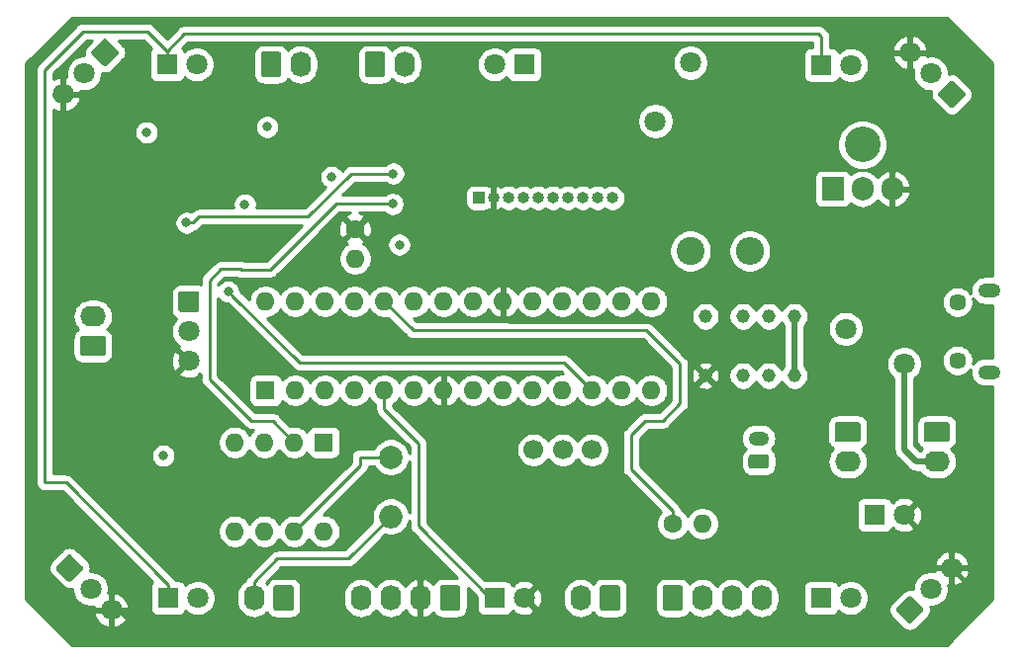
<source format=gbr>
G04 #@! TF.GenerationSoftware,KiCad,Pcbnew,5.1.5+dfsg1-2build2*
G04 #@! TF.CreationDate,2021-05-27T17:25:40+02:00*
G04 #@! TF.ProjectId,board,626f6172-642e-46b6-9963-61645f706362,rev?*
G04 #@! TF.SameCoordinates,Original*
G04 #@! TF.FileFunction,Copper,L3,Inr*
G04 #@! TF.FilePolarity,Positive*
%FSLAX46Y46*%
G04 Gerber Fmt 4.6, Leading zero omitted, Abs format (unit mm)*
G04 Created by KiCad (PCBNEW 5.1.5+dfsg1-2build2) date 2021-05-27 17:25:40*
%MOMM*%
%LPD*%
G04 APERTURE LIST*
%ADD10C,1.800000*%
%ADD11C,1.700000*%
%ADD12C,0.100000*%
%ADD13C,3.048000*%
%ADD14O,1.905000X2.000000*%
%ADD15R,1.905000X2.000000*%
%ADD16O,2.200000X1.740000*%
%ADD17O,1.900000X1.200000*%
%ADD18C,1.450000*%
%ADD19O,1.600000X1.600000*%
%ADD20C,1.600000*%
%ADD21R,1.800000X1.800000*%
%ADD22O,1.740000X2.200000*%
%ADD23O,2.000000X2.000000*%
%ADD24C,2.000000*%
%ADD25R,1.600000X1.600000*%
%ADD26O,2.400000X2.400000*%
%ADD27C,2.400000*%
%ADD28C,1.168400*%
%ADD29O,1.000000X1.000000*%
%ADD30R,1.000000X1.000000*%
%ADD31O,1.750000X1.200000*%
%ADD32C,0.800000*%
%ADD33C,0.500000*%
%ADD34C,0.400000*%
%ADD35C,0.250000*%
%ADD36C,0.254000*%
G04 APERTURE END LIST*
D10*
X139500000Y-109000000D03*
X142500000Y-104000000D03*
X155782000Y-126794000D03*
X160782000Y-129794000D03*
D11*
X129070000Y-137160000D03*
X131570000Y-137160000D03*
X134070000Y-137160000D03*
D10*
X99568000Y-129540000D03*
X99568000Y-127000000D03*
G04 #@! TA.AperFunction,ViaPad*
D12*
G36*
X100243947Y-123561196D02*
G01*
X100268060Y-123564773D01*
X100291707Y-123570696D01*
X100314659Y-123578908D01*
X100336695Y-123589331D01*
X100357604Y-123601863D01*
X100377183Y-123616384D01*
X100395245Y-123632755D01*
X100411616Y-123650817D01*
X100426137Y-123670396D01*
X100438669Y-123691305D01*
X100449092Y-123713341D01*
X100457304Y-123736293D01*
X100463227Y-123759940D01*
X100466804Y-123784053D01*
X100468000Y-123808400D01*
X100468000Y-125111600D01*
X100466804Y-125135947D01*
X100463227Y-125160060D01*
X100457304Y-125183707D01*
X100449092Y-125206659D01*
X100438669Y-125228695D01*
X100426137Y-125249604D01*
X100411616Y-125269183D01*
X100395245Y-125287245D01*
X100377183Y-125303616D01*
X100357604Y-125318137D01*
X100336695Y-125330669D01*
X100314659Y-125341092D01*
X100291707Y-125349304D01*
X100268060Y-125355227D01*
X100243947Y-125358804D01*
X100219600Y-125360000D01*
X98916400Y-125360000D01*
X98892053Y-125358804D01*
X98867940Y-125355227D01*
X98844293Y-125349304D01*
X98821341Y-125341092D01*
X98799305Y-125330669D01*
X98778396Y-125318137D01*
X98758817Y-125303616D01*
X98740755Y-125287245D01*
X98724384Y-125269183D01*
X98709863Y-125249604D01*
X98697331Y-125228695D01*
X98686908Y-125206659D01*
X98678696Y-125183707D01*
X98672773Y-125160060D01*
X98669196Y-125135947D01*
X98668000Y-125111600D01*
X98668000Y-123808400D01*
X98669196Y-123784053D01*
X98672773Y-123759940D01*
X98678696Y-123736293D01*
X98686908Y-123713341D01*
X98697331Y-123691305D01*
X98709863Y-123670396D01*
X98724384Y-123650817D01*
X98740755Y-123632755D01*
X98758817Y-123616384D01*
X98778396Y-123601863D01*
X98799305Y-123589331D01*
X98821341Y-123578908D01*
X98844293Y-123570696D01*
X98867940Y-123564773D01*
X98892053Y-123561196D01*
X98916400Y-123560000D01*
X100219600Y-123560000D01*
X100243947Y-123561196D01*
G37*
G04 #@! TD.AperFunction*
D13*
X157226000Y-110998000D03*
D14*
X159766000Y-114808000D03*
X157226000Y-114808000D03*
D15*
X154686000Y-114808000D03*
D16*
X155956000Y-138176000D03*
G04 #@! TA.AperFunction,ViaPad*
D12*
G36*
X156830505Y-134767204D02*
G01*
X156854773Y-134770804D01*
X156878572Y-134776765D01*
X156901671Y-134785030D01*
X156923850Y-134795520D01*
X156944893Y-134808132D01*
X156964599Y-134822747D01*
X156982777Y-134839223D01*
X156999253Y-134857401D01*
X157013868Y-134877107D01*
X157026480Y-134898150D01*
X157036970Y-134920329D01*
X157045235Y-134943428D01*
X157051196Y-134967227D01*
X157054796Y-134991495D01*
X157056000Y-135015999D01*
X157056000Y-136256001D01*
X157054796Y-136280505D01*
X157051196Y-136304773D01*
X157045235Y-136328572D01*
X157036970Y-136351671D01*
X157026480Y-136373850D01*
X157013868Y-136394893D01*
X156999253Y-136414599D01*
X156982777Y-136432777D01*
X156964599Y-136449253D01*
X156944893Y-136463868D01*
X156923850Y-136476480D01*
X156901671Y-136486970D01*
X156878572Y-136495235D01*
X156854773Y-136501196D01*
X156830505Y-136504796D01*
X156806001Y-136506000D01*
X155105999Y-136506000D01*
X155081495Y-136504796D01*
X155057227Y-136501196D01*
X155033428Y-136495235D01*
X155010329Y-136486970D01*
X154988150Y-136476480D01*
X154967107Y-136463868D01*
X154947401Y-136449253D01*
X154929223Y-136432777D01*
X154912747Y-136414599D01*
X154898132Y-136394893D01*
X154885520Y-136373850D01*
X154875030Y-136351671D01*
X154866765Y-136328572D01*
X154860804Y-136304773D01*
X154857204Y-136280505D01*
X154856000Y-136256001D01*
X154856000Y-135015999D01*
X154857204Y-134991495D01*
X154860804Y-134967227D01*
X154866765Y-134943428D01*
X154875030Y-134920329D01*
X154885520Y-134898150D01*
X154898132Y-134877107D01*
X154912747Y-134857401D01*
X154929223Y-134839223D01*
X154947401Y-134822747D01*
X154967107Y-134808132D01*
X154988150Y-134795520D01*
X155010329Y-134785030D01*
X155033428Y-134776765D01*
X155057227Y-134770804D01*
X155081495Y-134767204D01*
X155105999Y-134766000D01*
X156806001Y-134766000D01*
X156830505Y-134767204D01*
G37*
G04 #@! TD.AperFunction*
D17*
X168048000Y-130516000D03*
X168048000Y-123516000D03*
D18*
X165348000Y-129516000D03*
X165348000Y-124516000D03*
D10*
X161263949Y-103113949D03*
X163060000Y-104910000D03*
G04 #@! TA.AperFunction,ViaPad*
D12*
G36*
X164880398Y-105537345D02*
G01*
X164904511Y-105540922D01*
X164928158Y-105546845D01*
X164951110Y-105555057D01*
X164973146Y-105565480D01*
X164994055Y-105578012D01*
X165013634Y-105592533D01*
X165031696Y-105608904D01*
X165953198Y-106530406D01*
X165969569Y-106548468D01*
X165984090Y-106568047D01*
X165996622Y-106588956D01*
X166007045Y-106610992D01*
X166015257Y-106633944D01*
X166021180Y-106657591D01*
X166024757Y-106681704D01*
X166025953Y-106706051D01*
X166024757Y-106730398D01*
X166021180Y-106754511D01*
X166015257Y-106778158D01*
X166007045Y-106801110D01*
X165996622Y-106823146D01*
X165984090Y-106844055D01*
X165969569Y-106863634D01*
X165953198Y-106881696D01*
X165031696Y-107803198D01*
X165013634Y-107819569D01*
X164994055Y-107834090D01*
X164973146Y-107846622D01*
X164951110Y-107857045D01*
X164928158Y-107865257D01*
X164904511Y-107871180D01*
X164880398Y-107874757D01*
X164856051Y-107875953D01*
X164831704Y-107874757D01*
X164807591Y-107871180D01*
X164783944Y-107865257D01*
X164760992Y-107857045D01*
X164738956Y-107846622D01*
X164718047Y-107834090D01*
X164698468Y-107819569D01*
X164680406Y-107803198D01*
X163758904Y-106881696D01*
X163742533Y-106863634D01*
X163728012Y-106844055D01*
X163715480Y-106823146D01*
X163705057Y-106801110D01*
X163696845Y-106778158D01*
X163690922Y-106754511D01*
X163687345Y-106730398D01*
X163686149Y-106706051D01*
X163687345Y-106681704D01*
X163690922Y-106657591D01*
X163696845Y-106633944D01*
X163705057Y-106610992D01*
X163715480Y-106588956D01*
X163728012Y-106568047D01*
X163742533Y-106548468D01*
X163758904Y-106530406D01*
X164680406Y-105608904D01*
X164698468Y-105592533D01*
X164718047Y-105578012D01*
X164738956Y-105565480D01*
X164760992Y-105555057D01*
X164783944Y-105546845D01*
X164807591Y-105540922D01*
X164831704Y-105537345D01*
X164856051Y-105536149D01*
X164880398Y-105537345D01*
G37*
G04 #@! TD.AperFunction*
D10*
X164856051Y-147293949D03*
X163060000Y-149090000D03*
G04 #@! TA.AperFunction,ViaPad*
D12*
G36*
X161288296Y-149717345D02*
G01*
X161312409Y-149720922D01*
X161336056Y-149726845D01*
X161359008Y-149735057D01*
X161381044Y-149745480D01*
X161401953Y-149758012D01*
X161421532Y-149772533D01*
X161439594Y-149788904D01*
X162361096Y-150710406D01*
X162377467Y-150728468D01*
X162391988Y-150748047D01*
X162404520Y-150768956D01*
X162414943Y-150790992D01*
X162423155Y-150813944D01*
X162429078Y-150837591D01*
X162432655Y-150861704D01*
X162433851Y-150886051D01*
X162432655Y-150910398D01*
X162429078Y-150934511D01*
X162423155Y-150958158D01*
X162414943Y-150981110D01*
X162404520Y-151003146D01*
X162391988Y-151024055D01*
X162377467Y-151043634D01*
X162361096Y-151061696D01*
X161439594Y-151983198D01*
X161421532Y-151999569D01*
X161401953Y-152014090D01*
X161381044Y-152026622D01*
X161359008Y-152037045D01*
X161336056Y-152045257D01*
X161312409Y-152051180D01*
X161288296Y-152054757D01*
X161263949Y-152055953D01*
X161239602Y-152054757D01*
X161215489Y-152051180D01*
X161191842Y-152045257D01*
X161168890Y-152037045D01*
X161146854Y-152026622D01*
X161125945Y-152014090D01*
X161106366Y-151999569D01*
X161088304Y-151983198D01*
X160166802Y-151061696D01*
X160150431Y-151043634D01*
X160135910Y-151024055D01*
X160123378Y-151003146D01*
X160112955Y-150981110D01*
X160104743Y-150958158D01*
X160098820Y-150934511D01*
X160095243Y-150910398D01*
X160094047Y-150886051D01*
X160095243Y-150861704D01*
X160098820Y-150837591D01*
X160104743Y-150813944D01*
X160112955Y-150790992D01*
X160123378Y-150768956D01*
X160135910Y-150748047D01*
X160150431Y-150728468D01*
X160166802Y-150710406D01*
X161088304Y-149788904D01*
X161106366Y-149772533D01*
X161125945Y-149758012D01*
X161146854Y-149745480D01*
X161168890Y-149735057D01*
X161191842Y-149726845D01*
X161215489Y-149720922D01*
X161239602Y-149717345D01*
X161263949Y-149716149D01*
X161288296Y-149717345D01*
G37*
G04 #@! TD.AperFunction*
D19*
X143510000Y-143510000D03*
D20*
X140970000Y-143510000D03*
D10*
X156240000Y-104200000D03*
D21*
X153700000Y-104200000D03*
D10*
X156210000Y-149860000D03*
D21*
X153670000Y-149860000D03*
D22*
X148590000Y-149860000D03*
X146050000Y-149860000D03*
X143510000Y-149860000D03*
G04 #@! TA.AperFunction,ViaPad*
D12*
G36*
X141614505Y-148761204D02*
G01*
X141638773Y-148764804D01*
X141662572Y-148770765D01*
X141685671Y-148779030D01*
X141707850Y-148789520D01*
X141728893Y-148802132D01*
X141748599Y-148816747D01*
X141766777Y-148833223D01*
X141783253Y-148851401D01*
X141797868Y-148871107D01*
X141810480Y-148892150D01*
X141820970Y-148914329D01*
X141829235Y-148937428D01*
X141835196Y-148961227D01*
X141838796Y-148985495D01*
X141840000Y-149009999D01*
X141840000Y-150710001D01*
X141838796Y-150734505D01*
X141835196Y-150758773D01*
X141829235Y-150782572D01*
X141820970Y-150805671D01*
X141810480Y-150827850D01*
X141797868Y-150848893D01*
X141783253Y-150868599D01*
X141766777Y-150886777D01*
X141748599Y-150903253D01*
X141728893Y-150917868D01*
X141707850Y-150930480D01*
X141685671Y-150940970D01*
X141662572Y-150949235D01*
X141638773Y-150955196D01*
X141614505Y-150958796D01*
X141590001Y-150960000D01*
X140349999Y-150960000D01*
X140325495Y-150958796D01*
X140301227Y-150955196D01*
X140277428Y-150949235D01*
X140254329Y-150940970D01*
X140232150Y-150930480D01*
X140211107Y-150917868D01*
X140191401Y-150903253D01*
X140173223Y-150886777D01*
X140156747Y-150868599D01*
X140142132Y-150848893D01*
X140129520Y-150827850D01*
X140119030Y-150805671D01*
X140110765Y-150782572D01*
X140104804Y-150758773D01*
X140101204Y-150734505D01*
X140100000Y-150710001D01*
X140100000Y-149009999D01*
X140101204Y-148985495D01*
X140104804Y-148961227D01*
X140110765Y-148937428D01*
X140119030Y-148914329D01*
X140129520Y-148892150D01*
X140142132Y-148871107D01*
X140156747Y-148851401D01*
X140173223Y-148833223D01*
X140191401Y-148816747D01*
X140211107Y-148802132D01*
X140232150Y-148789520D01*
X140254329Y-148779030D01*
X140277428Y-148770765D01*
X140301227Y-148764804D01*
X140325495Y-148761204D01*
X140349999Y-148760000D01*
X141590001Y-148760000D01*
X141614505Y-148761204D01*
G37*
G04 #@! TD.AperFunction*
D16*
X163576000Y-138176000D03*
G04 #@! TA.AperFunction,ViaPad*
D12*
G36*
X164450505Y-134767204D02*
G01*
X164474773Y-134770804D01*
X164498572Y-134776765D01*
X164521671Y-134785030D01*
X164543850Y-134795520D01*
X164564893Y-134808132D01*
X164584599Y-134822747D01*
X164602777Y-134839223D01*
X164619253Y-134857401D01*
X164633868Y-134877107D01*
X164646480Y-134898150D01*
X164656970Y-134920329D01*
X164665235Y-134943428D01*
X164671196Y-134967227D01*
X164674796Y-134991495D01*
X164676000Y-135015999D01*
X164676000Y-136256001D01*
X164674796Y-136280505D01*
X164671196Y-136304773D01*
X164665235Y-136328572D01*
X164656970Y-136351671D01*
X164646480Y-136373850D01*
X164633868Y-136394893D01*
X164619253Y-136414599D01*
X164602777Y-136432777D01*
X164584599Y-136449253D01*
X164564893Y-136463868D01*
X164543850Y-136476480D01*
X164521671Y-136486970D01*
X164498572Y-136495235D01*
X164474773Y-136501196D01*
X164450505Y-136504796D01*
X164426001Y-136506000D01*
X162725999Y-136506000D01*
X162701495Y-136504796D01*
X162677227Y-136501196D01*
X162653428Y-136495235D01*
X162630329Y-136486970D01*
X162608150Y-136476480D01*
X162587107Y-136463868D01*
X162567401Y-136449253D01*
X162549223Y-136432777D01*
X162532747Y-136414599D01*
X162518132Y-136394893D01*
X162505520Y-136373850D01*
X162495030Y-136351671D01*
X162486765Y-136328572D01*
X162480804Y-136304773D01*
X162477204Y-136280505D01*
X162476000Y-136256001D01*
X162476000Y-135015999D01*
X162477204Y-134991495D01*
X162480804Y-134967227D01*
X162486765Y-134943428D01*
X162495030Y-134920329D01*
X162505520Y-134898150D01*
X162518132Y-134877107D01*
X162532747Y-134857401D01*
X162549223Y-134839223D01*
X162567401Y-134822747D01*
X162587107Y-134808132D01*
X162608150Y-134795520D01*
X162630329Y-134785030D01*
X162653428Y-134776765D01*
X162677227Y-134770804D01*
X162701495Y-134767204D01*
X162725999Y-134766000D01*
X164426001Y-134766000D01*
X164450505Y-134767204D01*
G37*
G04 #@! TD.AperFunction*
D22*
X114300000Y-149860000D03*
X116840000Y-149860000D03*
X119380000Y-149860000D03*
G04 #@! TA.AperFunction,ViaPad*
D12*
G36*
X122564505Y-148761204D02*
G01*
X122588773Y-148764804D01*
X122612572Y-148770765D01*
X122635671Y-148779030D01*
X122657850Y-148789520D01*
X122678893Y-148802132D01*
X122698599Y-148816747D01*
X122716777Y-148833223D01*
X122733253Y-148851401D01*
X122747868Y-148871107D01*
X122760480Y-148892150D01*
X122770970Y-148914329D01*
X122779235Y-148937428D01*
X122785196Y-148961227D01*
X122788796Y-148985495D01*
X122790000Y-149009999D01*
X122790000Y-150710001D01*
X122788796Y-150734505D01*
X122785196Y-150758773D01*
X122779235Y-150782572D01*
X122770970Y-150805671D01*
X122760480Y-150827850D01*
X122747868Y-150848893D01*
X122733253Y-150868599D01*
X122716777Y-150886777D01*
X122698599Y-150903253D01*
X122678893Y-150917868D01*
X122657850Y-150930480D01*
X122635671Y-150940970D01*
X122612572Y-150949235D01*
X122588773Y-150955196D01*
X122564505Y-150958796D01*
X122540001Y-150960000D01*
X121299999Y-150960000D01*
X121275495Y-150958796D01*
X121251227Y-150955196D01*
X121227428Y-150949235D01*
X121204329Y-150940970D01*
X121182150Y-150930480D01*
X121161107Y-150917868D01*
X121141401Y-150903253D01*
X121123223Y-150886777D01*
X121106747Y-150868599D01*
X121092132Y-150848893D01*
X121079520Y-150827850D01*
X121069030Y-150805671D01*
X121060765Y-150782572D01*
X121054804Y-150758773D01*
X121051204Y-150734505D01*
X121050000Y-150710001D01*
X121050000Y-149009999D01*
X121051204Y-148985495D01*
X121054804Y-148961227D01*
X121060765Y-148937428D01*
X121069030Y-148914329D01*
X121079520Y-148892150D01*
X121092132Y-148871107D01*
X121106747Y-148851401D01*
X121123223Y-148833223D01*
X121141401Y-148816747D01*
X121161107Y-148802132D01*
X121182150Y-148789520D01*
X121204329Y-148779030D01*
X121227428Y-148770765D01*
X121251227Y-148764804D01*
X121275495Y-148761204D01*
X121299999Y-148760000D01*
X122540001Y-148760000D01*
X122564505Y-148761204D01*
G37*
G04 #@! TD.AperFunction*
D23*
X116840000Y-142875000D03*
D24*
X116840000Y-137795000D03*
D19*
X111125000Y-144145000D03*
X103505000Y-136525000D03*
X108585000Y-144145000D03*
X106045000Y-136525000D03*
X106045000Y-144145000D03*
X108585000Y-136525000D03*
X103505000Y-144145000D03*
D25*
X111125000Y-136525000D03*
D10*
X92956051Y-150886051D03*
X91160000Y-149090000D03*
G04 #@! TA.AperFunction,ViaPad*
D12*
G36*
X89388296Y-146125243D02*
G01*
X89412409Y-146128820D01*
X89436056Y-146134743D01*
X89459008Y-146142955D01*
X89481044Y-146153378D01*
X89501953Y-146165910D01*
X89521532Y-146180431D01*
X89539594Y-146196802D01*
X90461096Y-147118304D01*
X90477467Y-147136366D01*
X90491988Y-147155945D01*
X90504520Y-147176854D01*
X90514943Y-147198890D01*
X90523155Y-147221842D01*
X90529078Y-147245489D01*
X90532655Y-147269602D01*
X90533851Y-147293949D01*
X90532655Y-147318296D01*
X90529078Y-147342409D01*
X90523155Y-147366056D01*
X90514943Y-147389008D01*
X90504520Y-147411044D01*
X90491988Y-147431953D01*
X90477467Y-147451532D01*
X90461096Y-147469594D01*
X89539594Y-148391096D01*
X89521532Y-148407467D01*
X89501953Y-148421988D01*
X89481044Y-148434520D01*
X89459008Y-148444943D01*
X89436056Y-148453155D01*
X89412409Y-148459078D01*
X89388296Y-148462655D01*
X89363949Y-148463851D01*
X89339602Y-148462655D01*
X89315489Y-148459078D01*
X89291842Y-148453155D01*
X89268890Y-148444943D01*
X89246854Y-148434520D01*
X89225945Y-148421988D01*
X89206366Y-148407467D01*
X89188304Y-148391096D01*
X88266802Y-147469594D01*
X88250431Y-147451532D01*
X88235910Y-147431953D01*
X88223378Y-147411044D01*
X88212955Y-147389008D01*
X88204743Y-147366056D01*
X88198820Y-147342409D01*
X88195243Y-147318296D01*
X88194047Y-147293949D01*
X88195243Y-147269602D01*
X88198820Y-147245489D01*
X88204743Y-147221842D01*
X88212955Y-147198890D01*
X88223378Y-147176854D01*
X88235910Y-147155945D01*
X88250431Y-147136366D01*
X88266802Y-147118304D01*
X89188304Y-146196802D01*
X89206366Y-146180431D01*
X89225945Y-146165910D01*
X89246854Y-146153378D01*
X89268890Y-146142955D01*
X89291842Y-146134743D01*
X89315489Y-146128820D01*
X89339602Y-146125243D01*
X89363949Y-146124047D01*
X89388296Y-146125243D01*
G37*
G04 #@! TD.AperFunction*
D10*
X88808949Y-106706051D03*
X90605000Y-104910000D03*
G04 #@! TA.AperFunction,ViaPad*
D12*
G36*
X92425398Y-101945243D02*
G01*
X92449511Y-101948820D01*
X92473158Y-101954743D01*
X92496110Y-101962955D01*
X92518146Y-101973378D01*
X92539055Y-101985910D01*
X92558634Y-102000431D01*
X92576696Y-102016802D01*
X93498198Y-102938304D01*
X93514569Y-102956366D01*
X93529090Y-102975945D01*
X93541622Y-102996854D01*
X93552045Y-103018890D01*
X93560257Y-103041842D01*
X93566180Y-103065489D01*
X93569757Y-103089602D01*
X93570953Y-103113949D01*
X93569757Y-103138296D01*
X93566180Y-103162409D01*
X93560257Y-103186056D01*
X93552045Y-103209008D01*
X93541622Y-103231044D01*
X93529090Y-103251953D01*
X93514569Y-103271532D01*
X93498198Y-103289594D01*
X92576696Y-104211096D01*
X92558634Y-104227467D01*
X92539055Y-104241988D01*
X92518146Y-104254520D01*
X92496110Y-104264943D01*
X92473158Y-104273155D01*
X92449511Y-104279078D01*
X92425398Y-104282655D01*
X92401051Y-104283851D01*
X92376704Y-104282655D01*
X92352591Y-104279078D01*
X92328944Y-104273155D01*
X92305992Y-104264943D01*
X92283956Y-104254520D01*
X92263047Y-104241988D01*
X92243468Y-104227467D01*
X92225406Y-104211096D01*
X91303904Y-103289594D01*
X91287533Y-103271532D01*
X91273012Y-103251953D01*
X91260480Y-103231044D01*
X91250057Y-103209008D01*
X91241845Y-103186056D01*
X91235922Y-103162409D01*
X91232345Y-103138296D01*
X91231149Y-103113949D01*
X91232345Y-103089602D01*
X91235922Y-103065489D01*
X91241845Y-103041842D01*
X91250057Y-103018890D01*
X91260480Y-102996854D01*
X91273012Y-102975945D01*
X91287533Y-102956366D01*
X91303904Y-102938304D01*
X92225406Y-102016802D01*
X92243468Y-102000431D01*
X92263047Y-101985910D01*
X92283956Y-101973378D01*
X92305992Y-101962955D01*
X92328944Y-101954743D01*
X92352591Y-101948820D01*
X92376704Y-101945243D01*
X92401051Y-101944047D01*
X92425398Y-101945243D01*
G37*
G04 #@! TD.AperFunction*
D19*
X106140000Y-124460000D03*
X139160000Y-132080000D03*
X108680000Y-124460000D03*
X136620000Y-132080000D03*
X111220000Y-124460000D03*
X134080000Y-132080000D03*
X113760000Y-124460000D03*
X131540000Y-132080000D03*
X116300000Y-124460000D03*
X129000000Y-132080000D03*
X118840000Y-124460000D03*
X126460000Y-132080000D03*
X121380000Y-124460000D03*
X123920000Y-132080000D03*
X123920000Y-124460000D03*
X121380000Y-132080000D03*
X126460000Y-124460000D03*
X118840000Y-132080000D03*
X129000000Y-124460000D03*
X116300000Y-132080000D03*
X131540000Y-124460000D03*
X113760000Y-132080000D03*
X134080000Y-124460000D03*
X111220000Y-132080000D03*
X136620000Y-124460000D03*
X108680000Y-132080000D03*
X139160000Y-124460000D03*
D25*
X106140000Y-132080000D03*
D19*
X113792000Y-120777000D03*
D20*
X113792000Y-118237000D03*
D26*
X147574000Y-120142000D03*
D27*
X142494000Y-120142000D03*
D28*
X143776400Y-125730000D03*
X146976800Y-125730000D03*
X149176801Y-125730000D03*
X151376799Y-125730000D03*
X151376799Y-130810000D03*
X149176801Y-130810000D03*
X146976800Y-130810000D03*
X143776400Y-130810000D03*
D22*
X105140000Y-149860000D03*
G04 #@! TA.AperFunction,ViaPad*
D12*
G36*
X108324505Y-148761204D02*
G01*
X108348773Y-148764804D01*
X108372572Y-148770765D01*
X108395671Y-148779030D01*
X108417850Y-148789520D01*
X108438893Y-148802132D01*
X108458599Y-148816747D01*
X108476777Y-148833223D01*
X108493253Y-148851401D01*
X108507868Y-148871107D01*
X108520480Y-148892150D01*
X108530970Y-148914329D01*
X108539235Y-148937428D01*
X108545196Y-148961227D01*
X108548796Y-148985495D01*
X108550000Y-149009999D01*
X108550000Y-150710001D01*
X108548796Y-150734505D01*
X108545196Y-150758773D01*
X108539235Y-150782572D01*
X108530970Y-150805671D01*
X108520480Y-150827850D01*
X108507868Y-150848893D01*
X108493253Y-150868599D01*
X108476777Y-150886777D01*
X108458599Y-150903253D01*
X108438893Y-150917868D01*
X108417850Y-150930480D01*
X108395671Y-150940970D01*
X108372572Y-150949235D01*
X108348773Y-150955196D01*
X108324505Y-150958796D01*
X108300001Y-150960000D01*
X107059999Y-150960000D01*
X107035495Y-150958796D01*
X107011227Y-150955196D01*
X106987428Y-150949235D01*
X106964329Y-150940970D01*
X106942150Y-150930480D01*
X106921107Y-150917868D01*
X106901401Y-150903253D01*
X106883223Y-150886777D01*
X106866747Y-150868599D01*
X106852132Y-150848893D01*
X106839520Y-150827850D01*
X106829030Y-150805671D01*
X106820765Y-150782572D01*
X106814804Y-150758773D01*
X106811204Y-150734505D01*
X106810000Y-150710001D01*
X106810000Y-149009999D01*
X106811204Y-148985495D01*
X106814804Y-148961227D01*
X106820765Y-148937428D01*
X106829030Y-148914329D01*
X106839520Y-148892150D01*
X106852132Y-148871107D01*
X106866747Y-148851401D01*
X106883223Y-148833223D01*
X106901401Y-148816747D01*
X106921107Y-148802132D01*
X106942150Y-148789520D01*
X106964329Y-148779030D01*
X106987428Y-148770765D01*
X107011227Y-148764804D01*
X107035495Y-148761204D01*
X107059999Y-148760000D01*
X108300001Y-148760000D01*
X108324505Y-148761204D01*
G37*
G04 #@! TD.AperFunction*
D22*
X118030000Y-104140000D03*
G04 #@! TA.AperFunction,ViaPad*
D12*
G36*
X116134505Y-103041204D02*
G01*
X116158773Y-103044804D01*
X116182572Y-103050765D01*
X116205671Y-103059030D01*
X116227850Y-103069520D01*
X116248893Y-103082132D01*
X116268599Y-103096747D01*
X116286777Y-103113223D01*
X116303253Y-103131401D01*
X116317868Y-103151107D01*
X116330480Y-103172150D01*
X116340970Y-103194329D01*
X116349235Y-103217428D01*
X116355196Y-103241227D01*
X116358796Y-103265495D01*
X116360000Y-103289999D01*
X116360000Y-104990001D01*
X116358796Y-105014505D01*
X116355196Y-105038773D01*
X116349235Y-105062572D01*
X116340970Y-105085671D01*
X116330480Y-105107850D01*
X116317868Y-105128893D01*
X116303253Y-105148599D01*
X116286777Y-105166777D01*
X116268599Y-105183253D01*
X116248893Y-105197868D01*
X116227850Y-105210480D01*
X116205671Y-105220970D01*
X116182572Y-105229235D01*
X116158773Y-105235196D01*
X116134505Y-105238796D01*
X116110001Y-105240000D01*
X114869999Y-105240000D01*
X114845495Y-105238796D01*
X114821227Y-105235196D01*
X114797428Y-105229235D01*
X114774329Y-105220970D01*
X114752150Y-105210480D01*
X114731107Y-105197868D01*
X114711401Y-105183253D01*
X114693223Y-105166777D01*
X114676747Y-105148599D01*
X114662132Y-105128893D01*
X114649520Y-105107850D01*
X114639030Y-105085671D01*
X114630765Y-105062572D01*
X114624804Y-105038773D01*
X114621204Y-105014505D01*
X114620000Y-104990001D01*
X114620000Y-103289999D01*
X114621204Y-103265495D01*
X114624804Y-103241227D01*
X114630765Y-103217428D01*
X114639030Y-103194329D01*
X114649520Y-103172150D01*
X114662132Y-103151107D01*
X114676747Y-103131401D01*
X114693223Y-103113223D01*
X114711401Y-103096747D01*
X114731107Y-103082132D01*
X114752150Y-103069520D01*
X114774329Y-103059030D01*
X114797428Y-103050765D01*
X114821227Y-103044804D01*
X114845495Y-103041204D01*
X114869999Y-103040000D01*
X116110001Y-103040000D01*
X116134505Y-103041204D01*
G37*
G04 #@! TD.AperFunction*
D22*
X133080000Y-149860000D03*
G04 #@! TA.AperFunction,ViaPad*
D12*
G36*
X136264505Y-148761204D02*
G01*
X136288773Y-148764804D01*
X136312572Y-148770765D01*
X136335671Y-148779030D01*
X136357850Y-148789520D01*
X136378893Y-148802132D01*
X136398599Y-148816747D01*
X136416777Y-148833223D01*
X136433253Y-148851401D01*
X136447868Y-148871107D01*
X136460480Y-148892150D01*
X136470970Y-148914329D01*
X136479235Y-148937428D01*
X136485196Y-148961227D01*
X136488796Y-148985495D01*
X136490000Y-149009999D01*
X136490000Y-150710001D01*
X136488796Y-150734505D01*
X136485196Y-150758773D01*
X136479235Y-150782572D01*
X136470970Y-150805671D01*
X136460480Y-150827850D01*
X136447868Y-150848893D01*
X136433253Y-150868599D01*
X136416777Y-150886777D01*
X136398599Y-150903253D01*
X136378893Y-150917868D01*
X136357850Y-150930480D01*
X136335671Y-150940970D01*
X136312572Y-150949235D01*
X136288773Y-150955196D01*
X136264505Y-150958796D01*
X136240001Y-150960000D01*
X134999999Y-150960000D01*
X134975495Y-150958796D01*
X134951227Y-150955196D01*
X134927428Y-150949235D01*
X134904329Y-150940970D01*
X134882150Y-150930480D01*
X134861107Y-150917868D01*
X134841401Y-150903253D01*
X134823223Y-150886777D01*
X134806747Y-150868599D01*
X134792132Y-150848893D01*
X134779520Y-150827850D01*
X134769030Y-150805671D01*
X134760765Y-150782572D01*
X134754804Y-150758773D01*
X134751204Y-150734505D01*
X134750000Y-150710001D01*
X134750000Y-149009999D01*
X134751204Y-148985495D01*
X134754804Y-148961227D01*
X134760765Y-148937428D01*
X134769030Y-148914329D01*
X134779520Y-148892150D01*
X134792132Y-148871107D01*
X134806747Y-148851401D01*
X134823223Y-148833223D01*
X134841401Y-148816747D01*
X134861107Y-148802132D01*
X134882150Y-148789520D01*
X134904329Y-148779030D01*
X134927428Y-148770765D01*
X134951227Y-148764804D01*
X134975495Y-148761204D01*
X134999999Y-148760000D01*
X136240001Y-148760000D01*
X136264505Y-148761204D01*
G37*
G04 #@! TD.AperFunction*
D16*
X91360000Y-125730000D03*
G04 #@! TA.AperFunction,ViaPad*
D12*
G36*
X92234505Y-127401204D02*
G01*
X92258773Y-127404804D01*
X92282572Y-127410765D01*
X92305671Y-127419030D01*
X92327850Y-127429520D01*
X92348893Y-127442132D01*
X92368599Y-127456747D01*
X92386777Y-127473223D01*
X92403253Y-127491401D01*
X92417868Y-127511107D01*
X92430480Y-127532150D01*
X92440970Y-127554329D01*
X92449235Y-127577428D01*
X92455196Y-127601227D01*
X92458796Y-127625495D01*
X92460000Y-127649999D01*
X92460000Y-128890001D01*
X92458796Y-128914505D01*
X92455196Y-128938773D01*
X92449235Y-128962572D01*
X92440970Y-128985671D01*
X92430480Y-129007850D01*
X92417868Y-129028893D01*
X92403253Y-129048599D01*
X92386777Y-129066777D01*
X92368599Y-129083253D01*
X92348893Y-129097868D01*
X92327850Y-129110480D01*
X92305671Y-129120970D01*
X92282572Y-129129235D01*
X92258773Y-129135196D01*
X92234505Y-129138796D01*
X92210001Y-129140000D01*
X90509999Y-129140000D01*
X90485495Y-129138796D01*
X90461227Y-129135196D01*
X90437428Y-129129235D01*
X90414329Y-129120970D01*
X90392150Y-129110480D01*
X90371107Y-129097868D01*
X90351401Y-129083253D01*
X90333223Y-129066777D01*
X90316747Y-129048599D01*
X90302132Y-129028893D01*
X90289520Y-129007850D01*
X90279030Y-128985671D01*
X90270765Y-128962572D01*
X90264804Y-128938773D01*
X90261204Y-128914505D01*
X90260000Y-128890001D01*
X90260000Y-127649999D01*
X90261204Y-127625495D01*
X90264804Y-127601227D01*
X90270765Y-127577428D01*
X90279030Y-127554329D01*
X90289520Y-127532150D01*
X90302132Y-127511107D01*
X90316747Y-127491401D01*
X90333223Y-127473223D01*
X90351401Y-127456747D01*
X90371107Y-127442132D01*
X90392150Y-127429520D01*
X90414329Y-127419030D01*
X90437428Y-127410765D01*
X90461227Y-127404804D01*
X90485495Y-127401204D01*
X90509999Y-127400000D01*
X92210001Y-127400000D01*
X92234505Y-127401204D01*
G37*
G04 #@! TD.AperFunction*
D29*
X135810000Y-115570000D03*
X134540000Y-115570000D03*
X133270000Y-115570000D03*
X132000000Y-115570000D03*
X130730000Y-115570000D03*
X129460000Y-115570000D03*
X128190000Y-115570000D03*
X126920000Y-115570000D03*
X125650000Y-115570000D03*
D30*
X124380000Y-115570000D03*
D31*
X148336000Y-136176000D03*
G04 #@! TA.AperFunction,ViaPad*
D12*
G36*
X148985505Y-137577204D02*
G01*
X149009773Y-137580804D01*
X149033572Y-137586765D01*
X149056671Y-137595030D01*
X149078850Y-137605520D01*
X149099893Y-137618132D01*
X149119599Y-137632747D01*
X149137777Y-137649223D01*
X149154253Y-137667401D01*
X149168868Y-137687107D01*
X149181480Y-137708150D01*
X149191970Y-137730329D01*
X149200235Y-137753428D01*
X149206196Y-137777227D01*
X149209796Y-137801495D01*
X149211000Y-137825999D01*
X149211000Y-138526001D01*
X149209796Y-138550505D01*
X149206196Y-138574773D01*
X149200235Y-138598572D01*
X149191970Y-138621671D01*
X149181480Y-138643850D01*
X149168868Y-138664893D01*
X149154253Y-138684599D01*
X149137777Y-138702777D01*
X149119599Y-138719253D01*
X149099893Y-138733868D01*
X149078850Y-138746480D01*
X149056671Y-138756970D01*
X149033572Y-138765235D01*
X149009773Y-138771196D01*
X148985505Y-138774796D01*
X148961001Y-138776000D01*
X147710999Y-138776000D01*
X147686495Y-138774796D01*
X147662227Y-138771196D01*
X147638428Y-138765235D01*
X147615329Y-138756970D01*
X147593150Y-138746480D01*
X147572107Y-138733868D01*
X147552401Y-138719253D01*
X147534223Y-138702777D01*
X147517747Y-138684599D01*
X147503132Y-138664893D01*
X147490520Y-138643850D01*
X147480030Y-138621671D01*
X147471765Y-138598572D01*
X147465804Y-138574773D01*
X147462204Y-138550505D01*
X147461000Y-138526001D01*
X147461000Y-137825999D01*
X147462204Y-137801495D01*
X147465804Y-137777227D01*
X147471765Y-137753428D01*
X147480030Y-137730329D01*
X147490520Y-137708150D01*
X147503132Y-137687107D01*
X147517747Y-137667401D01*
X147534223Y-137649223D01*
X147552401Y-137632747D01*
X147572107Y-137618132D01*
X147593150Y-137605520D01*
X147615329Y-137595030D01*
X147638428Y-137586765D01*
X147662227Y-137580804D01*
X147686495Y-137577204D01*
X147710999Y-137576000D01*
X148961001Y-137576000D01*
X148985505Y-137577204D01*
G37*
G04 #@! TD.AperFunction*
D22*
X109140000Y-104140000D03*
G04 #@! TA.AperFunction,ViaPad*
D12*
G36*
X107244505Y-103041204D02*
G01*
X107268773Y-103044804D01*
X107292572Y-103050765D01*
X107315671Y-103059030D01*
X107337850Y-103069520D01*
X107358893Y-103082132D01*
X107378599Y-103096747D01*
X107396777Y-103113223D01*
X107413253Y-103131401D01*
X107427868Y-103151107D01*
X107440480Y-103172150D01*
X107450970Y-103194329D01*
X107459235Y-103217428D01*
X107465196Y-103241227D01*
X107468796Y-103265495D01*
X107470000Y-103289999D01*
X107470000Y-104990001D01*
X107468796Y-105014505D01*
X107465196Y-105038773D01*
X107459235Y-105062572D01*
X107450970Y-105085671D01*
X107440480Y-105107850D01*
X107427868Y-105128893D01*
X107413253Y-105148599D01*
X107396777Y-105166777D01*
X107378599Y-105183253D01*
X107358893Y-105197868D01*
X107337850Y-105210480D01*
X107315671Y-105220970D01*
X107292572Y-105229235D01*
X107268773Y-105235196D01*
X107244505Y-105238796D01*
X107220001Y-105240000D01*
X105979999Y-105240000D01*
X105955495Y-105238796D01*
X105931227Y-105235196D01*
X105907428Y-105229235D01*
X105884329Y-105220970D01*
X105862150Y-105210480D01*
X105841107Y-105197868D01*
X105821401Y-105183253D01*
X105803223Y-105166777D01*
X105786747Y-105148599D01*
X105772132Y-105128893D01*
X105759520Y-105107850D01*
X105749030Y-105085671D01*
X105740765Y-105062572D01*
X105734804Y-105038773D01*
X105731204Y-105014505D01*
X105730000Y-104990001D01*
X105730000Y-103289999D01*
X105731204Y-103265495D01*
X105734804Y-103241227D01*
X105740765Y-103217428D01*
X105749030Y-103194329D01*
X105759520Y-103172150D01*
X105772132Y-103151107D01*
X105786747Y-103131401D01*
X105803223Y-103113223D01*
X105821401Y-103096747D01*
X105841107Y-103082132D01*
X105862150Y-103069520D01*
X105884329Y-103059030D01*
X105907428Y-103050765D01*
X105931227Y-103044804D01*
X105955495Y-103041204D01*
X105979999Y-103040000D01*
X107220001Y-103040000D01*
X107244505Y-103041204D01*
G37*
G04 #@! TD.AperFunction*
D10*
X100250000Y-104140000D03*
D21*
X97710000Y-104140000D03*
D10*
X100330000Y-149860000D03*
D21*
X97790000Y-149860000D03*
D10*
X160782000Y-142748000D03*
D21*
X158242000Y-142748000D03*
D10*
X125730000Y-104140000D03*
D21*
X128270000Y-104140000D03*
D10*
X128270000Y-149860000D03*
D21*
X125730000Y-149860000D03*
D32*
X104360000Y-116140000D03*
X117580000Y-119582500D03*
X111789500Y-113792000D03*
X102940000Y-123610000D03*
X99360000Y-117710000D03*
X117050000Y-113500000D03*
X95960000Y-109960000D03*
X97402000Y-137668000D03*
X117000000Y-116090000D03*
X106270000Y-109490000D03*
D33*
X119380000Y-149860000D02*
X119380000Y-151880000D01*
X93156051Y-150386051D02*
X95070000Y-152300000D01*
X118960000Y-152300000D02*
X119380000Y-151880000D01*
X95070000Y-152300000D02*
X118960000Y-152300000D01*
X120230000Y-152730000D02*
X119380000Y-151880000D01*
X127670000Y-152730000D02*
X120230000Y-152730000D01*
X129270000Y-151130000D02*
X127670000Y-152730000D01*
X129270000Y-151130000D02*
X129270000Y-151270000D01*
X129270000Y-151270000D02*
X131000000Y-153000000D01*
X131000000Y-153000000D02*
X162500000Y-153000000D01*
X162500000Y-153000000D02*
X166500000Y-149000000D01*
D34*
X166500000Y-148937898D02*
X164356051Y-146793949D01*
X166500000Y-149000000D02*
X166500000Y-148937898D01*
X126460000Y-125591370D02*
X127028630Y-126160000D01*
X126460000Y-124460000D02*
X126460000Y-125591370D01*
X139126400Y-126160000D02*
X143776400Y-130810000D01*
X127028630Y-126160000D02*
X139126400Y-126160000D01*
X129270000Y-148860000D02*
X128270000Y-149860000D01*
X129270000Y-145950000D02*
X129270000Y-148860000D01*
X121380000Y-138060000D02*
X129270000Y-145950000D01*
X121380000Y-132080000D02*
X121380000Y-138060000D01*
D33*
X129270000Y-150860000D02*
X129270000Y-151130000D01*
X128270000Y-149860000D02*
X129270000Y-150860000D01*
D35*
X125360000Y-149860000D02*
X125730000Y-149860000D01*
X119200000Y-143700000D02*
X125360000Y-149860000D01*
X119200000Y-136600000D02*
X119200000Y-143700000D01*
X116300000Y-133700000D02*
X119200000Y-136600000D01*
X116300000Y-132080000D02*
X116300000Y-133700000D01*
X103339999Y-124009999D02*
X102940000Y-123610000D01*
X134080000Y-132080000D02*
X131700000Y-129700000D01*
X131700000Y-129700000D02*
X109030000Y-129700000D01*
X109030000Y-129700000D02*
X103339999Y-124009999D01*
X99925685Y-117710000D02*
X99360000Y-117710000D01*
X100435685Y-117200000D02*
X99925685Y-117710000D01*
X109780000Y-117200000D02*
X100435685Y-117200000D01*
X113480000Y-113500000D02*
X109780000Y-117200000D01*
X117050000Y-113500000D02*
X113480000Y-113500000D01*
X99200000Y-101500000D02*
X97710000Y-102990000D01*
X153450000Y-101500000D02*
X99200000Y-101500000D01*
X97710000Y-102990000D02*
X97710000Y-104140000D01*
X153700000Y-101750000D02*
X153450000Y-101500000D01*
X153700000Y-104200000D02*
X153700000Y-101750000D01*
X89060000Y-139980000D02*
X97790000Y-148710000D01*
X87220000Y-139980000D02*
X89060000Y-139980000D01*
X87220000Y-104600000D02*
X87220000Y-139980000D01*
X97790000Y-148710000D02*
X97790000Y-149860000D01*
X90510000Y-101310000D02*
X87220000Y-104600000D01*
X96030000Y-101310000D02*
X90510000Y-101310000D01*
X97710000Y-102990000D02*
X96030000Y-101310000D01*
D33*
X151376799Y-130810000D02*
X151376799Y-125730000D01*
D35*
X116840000Y-137795000D02*
X114205000Y-137795000D01*
X114205000Y-138525000D02*
X108585000Y-144145000D01*
X114205000Y-137795000D02*
X114205000Y-138525000D01*
X105140000Y-148510000D02*
X107150000Y-146500000D01*
X105140000Y-149860000D02*
X105140000Y-148510000D01*
X113215000Y-146500000D02*
X116840000Y-142875000D01*
X107150000Y-146500000D02*
X113215000Y-146500000D01*
X104900000Y-134680000D02*
X106740000Y-134680000D01*
X101320000Y-122660000D02*
X101320000Y-131100000D01*
X103970000Y-121750000D02*
X104060000Y-121670000D01*
X106510000Y-121750000D02*
X103970000Y-121750000D01*
X101320000Y-131100000D02*
X104900000Y-134680000D01*
X102310000Y-121670000D02*
X101320000Y-122660000D01*
X104060000Y-121670000D02*
X102310000Y-121670000D01*
X112170000Y-116090000D02*
X106510000Y-121750000D01*
X106740000Y-134680000D02*
X108585000Y-136525000D01*
X117000000Y-116090000D02*
X112170000Y-116090000D01*
X138740010Y-126940010D02*
X118780010Y-126940010D01*
X141600000Y-129800000D02*
X138740010Y-126940010D01*
X141600000Y-133200000D02*
X141600000Y-129800000D01*
X140100000Y-134700000D02*
X141600000Y-133200000D01*
X137400000Y-135900000D02*
X138600000Y-134700000D01*
X137400000Y-138808630D02*
X137400000Y-135900000D01*
X118780010Y-126940010D02*
X116300000Y-124460000D01*
X138600000Y-134700000D02*
X140100000Y-134700000D01*
X140970000Y-142378630D02*
X137400000Y-138808630D01*
X140970000Y-143510000D02*
X140970000Y-142378630D01*
D33*
X161798000Y-138176000D02*
X163576000Y-138176000D01*
X160782000Y-137160000D02*
X161798000Y-138176000D01*
X160782000Y-129794000D02*
X160782000Y-137160000D01*
D36*
G36*
X168373000Y-104052606D02*
G01*
X168373000Y-122281000D01*
X167637335Y-122281000D01*
X167455898Y-122298870D01*
X167223099Y-122369489D01*
X167008551Y-122484167D01*
X166820498Y-122638498D01*
X166666167Y-122826551D01*
X166551489Y-123041099D01*
X166480870Y-123273898D01*
X166457025Y-123516000D01*
X166480870Y-123758102D01*
X166483883Y-123768035D01*
X166404381Y-123649051D01*
X166214949Y-123459619D01*
X165992201Y-123310784D01*
X165744697Y-123208264D01*
X165481948Y-123156000D01*
X165214052Y-123156000D01*
X164951303Y-123208264D01*
X164703799Y-123310784D01*
X164481051Y-123459619D01*
X164291619Y-123649051D01*
X164142784Y-123871799D01*
X164040264Y-124119303D01*
X163988000Y-124382052D01*
X163988000Y-124649948D01*
X164040264Y-124912697D01*
X164142784Y-125160201D01*
X164291619Y-125382949D01*
X164481051Y-125572381D01*
X164703799Y-125721216D01*
X164951303Y-125823736D01*
X165214052Y-125876000D01*
X165481948Y-125876000D01*
X165744697Y-125823736D01*
X165992201Y-125721216D01*
X166214949Y-125572381D01*
X166404381Y-125382949D01*
X166553216Y-125160201D01*
X166655736Y-124912697D01*
X166708000Y-124649948D01*
X166708000Y-124382052D01*
X166675016Y-124216232D01*
X166820498Y-124393502D01*
X167008551Y-124547833D01*
X167223099Y-124662511D01*
X167455898Y-124733130D01*
X167637335Y-124751000D01*
X168373000Y-124751000D01*
X168373000Y-129281000D01*
X167637335Y-129281000D01*
X167455898Y-129298870D01*
X167223099Y-129369489D01*
X167008551Y-129484167D01*
X166820498Y-129638498D01*
X166675016Y-129815768D01*
X166708000Y-129649948D01*
X166708000Y-129382052D01*
X166655736Y-129119303D01*
X166553216Y-128871799D01*
X166404381Y-128649051D01*
X166214949Y-128459619D01*
X165992201Y-128310784D01*
X165744697Y-128208264D01*
X165481948Y-128156000D01*
X165214052Y-128156000D01*
X164951303Y-128208264D01*
X164703799Y-128310784D01*
X164481051Y-128459619D01*
X164291619Y-128649051D01*
X164142784Y-128871799D01*
X164040264Y-129119303D01*
X163988000Y-129382052D01*
X163988000Y-129649948D01*
X164040264Y-129912697D01*
X164142784Y-130160201D01*
X164291619Y-130382949D01*
X164481051Y-130572381D01*
X164703799Y-130721216D01*
X164951303Y-130823736D01*
X165214052Y-130876000D01*
X165481948Y-130876000D01*
X165744697Y-130823736D01*
X165992201Y-130721216D01*
X166214949Y-130572381D01*
X166404381Y-130382949D01*
X166483883Y-130263965D01*
X166480870Y-130273898D01*
X166457025Y-130516000D01*
X166480870Y-130758102D01*
X166551489Y-130990901D01*
X166666167Y-131205449D01*
X166820498Y-131393502D01*
X167008551Y-131547833D01*
X167223099Y-131662511D01*
X167455898Y-131733130D01*
X167637335Y-131751000D01*
X168373000Y-131751000D01*
X168373000Y-149947394D01*
X164447394Y-153873000D01*
X89552606Y-153873000D01*
X86931563Y-151251957D01*
X91457654Y-151251957D01*
X91557830Y-151537249D01*
X91711739Y-151797516D01*
X91913466Y-152022756D01*
X92155259Y-152204313D01*
X92427826Y-152335210D01*
X92590145Y-152384448D01*
X92829051Y-152263887D01*
X92829051Y-151013051D01*
X93083051Y-151013051D01*
X93083051Y-152263887D01*
X93321957Y-152384448D01*
X93607249Y-152284272D01*
X93867516Y-152130363D01*
X94092756Y-151928636D01*
X94274313Y-151686843D01*
X94405210Y-151414276D01*
X94454448Y-151251957D01*
X94333887Y-151013051D01*
X93083051Y-151013051D01*
X92829051Y-151013051D01*
X91578215Y-151013051D01*
X91457654Y-151251957D01*
X86931563Y-151251957D01*
X85627000Y-149947394D01*
X85627000Y-147293949D01*
X87555975Y-147293949D01*
X87573008Y-147466891D01*
X87623454Y-147633187D01*
X87705372Y-147786446D01*
X87815617Y-147920779D01*
X88737119Y-148842281D01*
X88871452Y-148952526D01*
X89024711Y-149034444D01*
X89191007Y-149084890D01*
X89363949Y-149101923D01*
X89536891Y-149084890D01*
X89625000Y-149058162D01*
X89625000Y-149241184D01*
X89683989Y-149537743D01*
X89799701Y-149817095D01*
X89967688Y-150068505D01*
X90181495Y-150282312D01*
X90432905Y-150450299D01*
X90712257Y-150566011D01*
X91008816Y-150625000D01*
X91311184Y-150625000D01*
X91492380Y-150588958D01*
X91578215Y-150759051D01*
X92649443Y-150759051D01*
X92762302Y-150871910D01*
X92941910Y-150692302D01*
X92829051Y-150579443D01*
X92829051Y-149508215D01*
X93083051Y-149508215D01*
X93083051Y-150759051D01*
X94333887Y-150759051D01*
X94454448Y-150520145D01*
X94354272Y-150234853D01*
X94200363Y-149974586D01*
X93998636Y-149749346D01*
X93756843Y-149567789D01*
X93484276Y-149436892D01*
X93321957Y-149387654D01*
X93083051Y-149508215D01*
X92829051Y-149508215D01*
X92658958Y-149422380D01*
X92695000Y-149241184D01*
X92695000Y-148938816D01*
X92636011Y-148642257D01*
X92520299Y-148362905D01*
X92352312Y-148111495D01*
X92138505Y-147897688D01*
X91887095Y-147729701D01*
X91607743Y-147613989D01*
X91311184Y-147555000D01*
X91128162Y-147555000D01*
X91154890Y-147466891D01*
X91171923Y-147293949D01*
X91154890Y-147121007D01*
X91104444Y-146954711D01*
X91022526Y-146801452D01*
X90912281Y-146667119D01*
X89990779Y-145745617D01*
X89856446Y-145635372D01*
X89703187Y-145553454D01*
X89536891Y-145503008D01*
X89363949Y-145485975D01*
X89191007Y-145503008D01*
X89024711Y-145553454D01*
X88871452Y-145635372D01*
X88737119Y-145745617D01*
X87815617Y-146667119D01*
X87705372Y-146801452D01*
X87623454Y-146954711D01*
X87573008Y-147121007D01*
X87555975Y-147293949D01*
X85627000Y-147293949D01*
X85627000Y-139980000D01*
X86456323Y-139980000D01*
X86470997Y-140128986D01*
X86514454Y-140272247D01*
X86585026Y-140404276D01*
X86679999Y-140520001D01*
X86795724Y-140614974D01*
X86927753Y-140685546D01*
X87071014Y-140729003D01*
X87182667Y-140740000D01*
X87220000Y-140743677D01*
X87257333Y-140740000D01*
X88745199Y-140740000D01*
X96480117Y-148474920D01*
X96438815Y-148508815D01*
X96359463Y-148605506D01*
X96300498Y-148715820D01*
X96264188Y-148835518D01*
X96251928Y-148960000D01*
X96251928Y-150760000D01*
X96264188Y-150884482D01*
X96300498Y-151004180D01*
X96359463Y-151114494D01*
X96438815Y-151211185D01*
X96535506Y-151290537D01*
X96645820Y-151349502D01*
X96765518Y-151385812D01*
X96890000Y-151398072D01*
X98690000Y-151398072D01*
X98814482Y-151385812D01*
X98934180Y-151349502D01*
X99044494Y-151290537D01*
X99141185Y-151211185D01*
X99220537Y-151114494D01*
X99279502Y-151004180D01*
X99285056Y-150985873D01*
X99351495Y-151052312D01*
X99602905Y-151220299D01*
X99882257Y-151336011D01*
X100178816Y-151395000D01*
X100481184Y-151395000D01*
X100777743Y-151336011D01*
X101057095Y-151220299D01*
X101308505Y-151052312D01*
X101522312Y-150838505D01*
X101690299Y-150587095D01*
X101806011Y-150307743D01*
X101865000Y-150011184D01*
X101865000Y-149708816D01*
X101806011Y-149412257D01*
X101690299Y-149132905D01*
X101522312Y-148881495D01*
X101308505Y-148667688D01*
X101057095Y-148499701D01*
X100777743Y-148383989D01*
X100481184Y-148325000D01*
X100178816Y-148325000D01*
X99882257Y-148383989D01*
X99602905Y-148499701D01*
X99351495Y-148667688D01*
X99285056Y-148734127D01*
X99279502Y-148715820D01*
X99220537Y-148605506D01*
X99141185Y-148508815D01*
X99044494Y-148429463D01*
X98934180Y-148370498D01*
X98814482Y-148334188D01*
X98690000Y-148321928D01*
X98444326Y-148321928D01*
X98424974Y-148285724D01*
X98411811Y-148269685D01*
X98353799Y-148198996D01*
X98353795Y-148198992D01*
X98330001Y-148169999D01*
X98301009Y-148146206D01*
X94158468Y-144003665D01*
X102070000Y-144003665D01*
X102070000Y-144286335D01*
X102125147Y-144563574D01*
X102233320Y-144824727D01*
X102390363Y-145059759D01*
X102590241Y-145259637D01*
X102825273Y-145416680D01*
X103086426Y-145524853D01*
X103363665Y-145580000D01*
X103646335Y-145580000D01*
X103923574Y-145524853D01*
X104184727Y-145416680D01*
X104419759Y-145259637D01*
X104619637Y-145059759D01*
X104775000Y-144827241D01*
X104930363Y-145059759D01*
X105130241Y-145259637D01*
X105365273Y-145416680D01*
X105626426Y-145524853D01*
X105903665Y-145580000D01*
X106186335Y-145580000D01*
X106463574Y-145524853D01*
X106724727Y-145416680D01*
X106959759Y-145259637D01*
X107159637Y-145059759D01*
X107315000Y-144827241D01*
X107470363Y-145059759D01*
X107670241Y-145259637D01*
X107905273Y-145416680D01*
X108166426Y-145524853D01*
X108443665Y-145580000D01*
X108726335Y-145580000D01*
X109003574Y-145524853D01*
X109264727Y-145416680D01*
X109499759Y-145259637D01*
X109699637Y-145059759D01*
X109855000Y-144827241D01*
X110010363Y-145059759D01*
X110210241Y-145259637D01*
X110445273Y-145416680D01*
X110706426Y-145524853D01*
X110983665Y-145580000D01*
X111266335Y-145580000D01*
X111543574Y-145524853D01*
X111804727Y-145416680D01*
X112039759Y-145259637D01*
X112239637Y-145059759D01*
X112396680Y-144824727D01*
X112504853Y-144563574D01*
X112560000Y-144286335D01*
X112560000Y-144003665D01*
X112504853Y-143726426D01*
X112396680Y-143465273D01*
X112239637Y-143230241D01*
X112039759Y-143030363D01*
X111804727Y-142873320D01*
X111543574Y-142765147D01*
X111266335Y-142710000D01*
X111094801Y-142710000D01*
X114716003Y-139088799D01*
X114745001Y-139065001D01*
X114839974Y-138949276D01*
X114910546Y-138817247D01*
X114954003Y-138673986D01*
X114965000Y-138562333D01*
X114965000Y-138562324D01*
X114965721Y-138555000D01*
X115385091Y-138555000D01*
X115391082Y-138569463D01*
X115570013Y-138837252D01*
X115797748Y-139064987D01*
X116065537Y-139243918D01*
X116363088Y-139367168D01*
X116678967Y-139430000D01*
X117001033Y-139430000D01*
X117316912Y-139367168D01*
X117614463Y-139243918D01*
X117882252Y-139064987D01*
X118109987Y-138837252D01*
X118288918Y-138569463D01*
X118412168Y-138271912D01*
X118440000Y-138131989D01*
X118440001Y-142538014D01*
X118412168Y-142398088D01*
X118288918Y-142100537D01*
X118109987Y-141832748D01*
X117882252Y-141605013D01*
X117614463Y-141426082D01*
X117316912Y-141302832D01*
X117001033Y-141240000D01*
X116678967Y-141240000D01*
X116363088Y-141302832D01*
X116065537Y-141426082D01*
X115797748Y-141605013D01*
X115570013Y-141832748D01*
X115391082Y-142100537D01*
X115267832Y-142398088D01*
X115205000Y-142713967D01*
X115205000Y-143036033D01*
X115267832Y-143351912D01*
X115273823Y-143366375D01*
X112900199Y-145740000D01*
X107187322Y-145740000D01*
X107149999Y-145736324D01*
X107112676Y-145740000D01*
X107112667Y-145740000D01*
X107001014Y-145750997D01*
X106857753Y-145794454D01*
X106725724Y-145865026D01*
X106609999Y-145959999D01*
X106586201Y-145988997D01*
X104628998Y-147946201D01*
X104600000Y-147969999D01*
X104576202Y-147998997D01*
X104576201Y-147998998D01*
X104505026Y-148085724D01*
X104434454Y-148217754D01*
X104413836Y-148285725D01*
X104404453Y-148316657D01*
X104299822Y-148372583D01*
X104070655Y-148560655D01*
X103882583Y-148789821D01*
X103742834Y-149051275D01*
X103656776Y-149334968D01*
X103635000Y-149556064D01*
X103635000Y-150163935D01*
X103656776Y-150385031D01*
X103742834Y-150668724D01*
X103882583Y-150930178D01*
X104070655Y-151159345D01*
X104299821Y-151347417D01*
X104561275Y-151487166D01*
X104844968Y-151573224D01*
X105140000Y-151602282D01*
X105435031Y-151573224D01*
X105718724Y-151487166D01*
X105980178Y-151347417D01*
X106209345Y-151159345D01*
X106263066Y-151093886D01*
X106321595Y-151203387D01*
X106432038Y-151337962D01*
X106566613Y-151448405D01*
X106720149Y-151530472D01*
X106886745Y-151581008D01*
X107059999Y-151598072D01*
X108300001Y-151598072D01*
X108473255Y-151581008D01*
X108639851Y-151530472D01*
X108793387Y-151448405D01*
X108927962Y-151337962D01*
X109038405Y-151203387D01*
X109120472Y-151049851D01*
X109171008Y-150883255D01*
X109188072Y-150710001D01*
X109188072Y-149556064D01*
X112795000Y-149556064D01*
X112795000Y-150163935D01*
X112816776Y-150385031D01*
X112902834Y-150668724D01*
X113042583Y-150930178D01*
X113230655Y-151159345D01*
X113459821Y-151347417D01*
X113721275Y-151487166D01*
X114004968Y-151573224D01*
X114300000Y-151602282D01*
X114595031Y-151573224D01*
X114878724Y-151487166D01*
X115140178Y-151347417D01*
X115369345Y-151159345D01*
X115557417Y-150930179D01*
X115570000Y-150906637D01*
X115582583Y-150930178D01*
X115770655Y-151159345D01*
X115999821Y-151347417D01*
X116261275Y-151487166D01*
X116544968Y-151573224D01*
X116840000Y-151602282D01*
X117135031Y-151573224D01*
X117418724Y-151487166D01*
X117680178Y-151347417D01*
X117909345Y-151159345D01*
X118097417Y-150930179D01*
X118112302Y-150902331D01*
X118201744Y-151038903D01*
X118409506Y-151250536D01*
X118654563Y-151417571D01*
X118927498Y-151533588D01*
X119019969Y-151551302D01*
X119253000Y-151430246D01*
X119253000Y-149987000D01*
X119233000Y-149987000D01*
X119233000Y-149733000D01*
X119253000Y-149733000D01*
X119253000Y-148289754D01*
X119019969Y-148168698D01*
X118927498Y-148186412D01*
X118654563Y-148302429D01*
X118409506Y-148469464D01*
X118201744Y-148681097D01*
X118112302Y-148817669D01*
X118097417Y-148789821D01*
X117909345Y-148560655D01*
X117680179Y-148372583D01*
X117418725Y-148232834D01*
X117135032Y-148146776D01*
X116840000Y-148117718D01*
X116544969Y-148146776D01*
X116261276Y-148232834D01*
X115999822Y-148372583D01*
X115770655Y-148560655D01*
X115582583Y-148789821D01*
X115570000Y-148813362D01*
X115557417Y-148789821D01*
X115369345Y-148560655D01*
X115140179Y-148372583D01*
X114878725Y-148232834D01*
X114595032Y-148146776D01*
X114300000Y-148117718D01*
X114004969Y-148146776D01*
X113721276Y-148232834D01*
X113459822Y-148372583D01*
X113230655Y-148560655D01*
X113042583Y-148789821D01*
X112902834Y-149051275D01*
X112816776Y-149334968D01*
X112795000Y-149556064D01*
X109188072Y-149556064D01*
X109188072Y-149009999D01*
X109171008Y-148836745D01*
X109120472Y-148670149D01*
X109038405Y-148516613D01*
X108927962Y-148382038D01*
X108793387Y-148271595D01*
X108639851Y-148189528D01*
X108473255Y-148138992D01*
X108300001Y-148121928D01*
X107059999Y-148121928D01*
X106886745Y-148138992D01*
X106720149Y-148189528D01*
X106566613Y-148271595D01*
X106432038Y-148382038D01*
X106321595Y-148516613D01*
X106263066Y-148626114D01*
X106209345Y-148560655D01*
X106184520Y-148540281D01*
X107464802Y-147260000D01*
X113177678Y-147260000D01*
X113215000Y-147263676D01*
X113252322Y-147260000D01*
X113252333Y-147260000D01*
X113363986Y-147249003D01*
X113507247Y-147205546D01*
X113639276Y-147134974D01*
X113755001Y-147040001D01*
X113778804Y-147010997D01*
X116348625Y-144441177D01*
X116363088Y-144447168D01*
X116678967Y-144510000D01*
X117001033Y-144510000D01*
X117316912Y-144447168D01*
X117614463Y-144323918D01*
X117882252Y-144144987D01*
X118109987Y-143917252D01*
X118288918Y-143649463D01*
X118412168Y-143351912D01*
X118440001Y-143211986D01*
X118440001Y-143662668D01*
X118436324Y-143700000D01*
X118440001Y-143737333D01*
X118446395Y-143802246D01*
X118450998Y-143848985D01*
X118494454Y-143992246D01*
X118565026Y-144124276D01*
X118636201Y-144211002D01*
X118660000Y-144240001D01*
X118688998Y-144263799D01*
X122547905Y-148122706D01*
X122540001Y-148121928D01*
X121299999Y-148121928D01*
X121126745Y-148138992D01*
X120960149Y-148189528D01*
X120806613Y-148271595D01*
X120672038Y-148382038D01*
X120561595Y-148516613D01*
X120503493Y-148625314D01*
X120350494Y-148469464D01*
X120105437Y-148302429D01*
X119832502Y-148186412D01*
X119740031Y-148168698D01*
X119507000Y-148289754D01*
X119507000Y-149733000D01*
X119527000Y-149733000D01*
X119527000Y-149987000D01*
X119507000Y-149987000D01*
X119507000Y-151430246D01*
X119740031Y-151551302D01*
X119832502Y-151533588D01*
X120105437Y-151417571D01*
X120350494Y-151250536D01*
X120503493Y-151094686D01*
X120561595Y-151203387D01*
X120672038Y-151337962D01*
X120806613Y-151448405D01*
X120960149Y-151530472D01*
X121126745Y-151581008D01*
X121299999Y-151598072D01*
X122540001Y-151598072D01*
X122713255Y-151581008D01*
X122879851Y-151530472D01*
X123033387Y-151448405D01*
X123167962Y-151337962D01*
X123278405Y-151203387D01*
X123360472Y-151049851D01*
X123411008Y-150883255D01*
X123428072Y-150710001D01*
X123428072Y-149009999D01*
X123427294Y-149002095D01*
X124191928Y-149766730D01*
X124191928Y-150760000D01*
X124204188Y-150884482D01*
X124240498Y-151004180D01*
X124299463Y-151114494D01*
X124378815Y-151211185D01*
X124475506Y-151290537D01*
X124585820Y-151349502D01*
X124705518Y-151385812D01*
X124830000Y-151398072D01*
X126630000Y-151398072D01*
X126754482Y-151385812D01*
X126874180Y-151349502D01*
X126984494Y-151290537D01*
X127081185Y-151211185D01*
X127160537Y-151114494D01*
X127219502Y-151004180D01*
X127222813Y-150993265D01*
X127269578Y-151040030D01*
X127385526Y-150924082D01*
X127469208Y-151178261D01*
X127741775Y-151309158D01*
X128034642Y-151384365D01*
X128336553Y-151400991D01*
X128635907Y-151358397D01*
X128921199Y-151258222D01*
X129070792Y-151178261D01*
X129154475Y-150924080D01*
X128270000Y-150039605D01*
X128255858Y-150053748D01*
X128076253Y-149874143D01*
X128090395Y-149860000D01*
X128449605Y-149860000D01*
X129334080Y-150744475D01*
X129588261Y-150660792D01*
X129719158Y-150388225D01*
X129794365Y-150095358D01*
X129810991Y-149793447D01*
X129777215Y-149556064D01*
X131575000Y-149556064D01*
X131575000Y-150163935D01*
X131596776Y-150385031D01*
X131682834Y-150668724D01*
X131822583Y-150930178D01*
X132010655Y-151159345D01*
X132239821Y-151347417D01*
X132501275Y-151487166D01*
X132784968Y-151573224D01*
X133080000Y-151602282D01*
X133375031Y-151573224D01*
X133658724Y-151487166D01*
X133920178Y-151347417D01*
X134149345Y-151159345D01*
X134203066Y-151093886D01*
X134261595Y-151203387D01*
X134372038Y-151337962D01*
X134506613Y-151448405D01*
X134660149Y-151530472D01*
X134826745Y-151581008D01*
X134999999Y-151598072D01*
X136240001Y-151598072D01*
X136413255Y-151581008D01*
X136579851Y-151530472D01*
X136733387Y-151448405D01*
X136867962Y-151337962D01*
X136978405Y-151203387D01*
X137060472Y-151049851D01*
X137111008Y-150883255D01*
X137128072Y-150710001D01*
X137128072Y-149009999D01*
X139461928Y-149009999D01*
X139461928Y-150710001D01*
X139478992Y-150883255D01*
X139529528Y-151049851D01*
X139611595Y-151203387D01*
X139722038Y-151337962D01*
X139856613Y-151448405D01*
X140010149Y-151530472D01*
X140176745Y-151581008D01*
X140349999Y-151598072D01*
X141590001Y-151598072D01*
X141763255Y-151581008D01*
X141929851Y-151530472D01*
X142083387Y-151448405D01*
X142217962Y-151337962D01*
X142328405Y-151203387D01*
X142386934Y-151093886D01*
X142440655Y-151159345D01*
X142669822Y-151347417D01*
X142931276Y-151487166D01*
X143214969Y-151573224D01*
X143510000Y-151602282D01*
X143805032Y-151573224D01*
X144088725Y-151487166D01*
X144350179Y-151347417D01*
X144579345Y-151159345D01*
X144767417Y-150930179D01*
X144780000Y-150906638D01*
X144792583Y-150930179D01*
X144980655Y-151159345D01*
X145209822Y-151347417D01*
X145471276Y-151487166D01*
X145754969Y-151573224D01*
X146050000Y-151602282D01*
X146345032Y-151573224D01*
X146628725Y-151487166D01*
X146890179Y-151347417D01*
X147119345Y-151159345D01*
X147307417Y-150930179D01*
X147320000Y-150906638D01*
X147332583Y-150930179D01*
X147520655Y-151159345D01*
X147749822Y-151347417D01*
X148011276Y-151487166D01*
X148294969Y-151573224D01*
X148590000Y-151602282D01*
X148885032Y-151573224D01*
X149168725Y-151487166D01*
X149430179Y-151347417D01*
X149659345Y-151159345D01*
X149847417Y-150930179D01*
X149987166Y-150668724D01*
X150073224Y-150385031D01*
X150095000Y-150163935D01*
X150095000Y-149556064D01*
X150073224Y-149334968D01*
X149987166Y-149051275D01*
X149938379Y-148960000D01*
X152131928Y-148960000D01*
X152131928Y-150760000D01*
X152144188Y-150884482D01*
X152180498Y-151004180D01*
X152239463Y-151114494D01*
X152318815Y-151211185D01*
X152415506Y-151290537D01*
X152525820Y-151349502D01*
X152645518Y-151385812D01*
X152770000Y-151398072D01*
X154570000Y-151398072D01*
X154694482Y-151385812D01*
X154814180Y-151349502D01*
X154924494Y-151290537D01*
X155021185Y-151211185D01*
X155100537Y-151114494D01*
X155159502Y-151004180D01*
X155165056Y-150985873D01*
X155231495Y-151052312D01*
X155482905Y-151220299D01*
X155762257Y-151336011D01*
X156058816Y-151395000D01*
X156361184Y-151395000D01*
X156657743Y-151336011D01*
X156937095Y-151220299D01*
X157188505Y-151052312D01*
X157354766Y-150886051D01*
X159455975Y-150886051D01*
X159473008Y-151058993D01*
X159523454Y-151225289D01*
X159605372Y-151378548D01*
X159715617Y-151512881D01*
X160637119Y-152434383D01*
X160771452Y-152544628D01*
X160924711Y-152626546D01*
X161091007Y-152676992D01*
X161263949Y-152694025D01*
X161436891Y-152676992D01*
X161603187Y-152626546D01*
X161756446Y-152544628D01*
X161890779Y-152434383D01*
X162812281Y-151512881D01*
X162922526Y-151378548D01*
X163004444Y-151225289D01*
X163054890Y-151058993D01*
X163071923Y-150886051D01*
X163054890Y-150713109D01*
X163028162Y-150625000D01*
X163211184Y-150625000D01*
X163507743Y-150566011D01*
X163787095Y-150450299D01*
X164038505Y-150282312D01*
X164252312Y-150068505D01*
X164420299Y-149817095D01*
X164536011Y-149537743D01*
X164595000Y-149241184D01*
X164595000Y-148938816D01*
X164558958Y-148757620D01*
X164729051Y-148671785D01*
X164729051Y-147600557D01*
X164841910Y-147487698D01*
X164775161Y-147420949D01*
X164983051Y-147420949D01*
X164983051Y-148671785D01*
X165221957Y-148792346D01*
X165507249Y-148692170D01*
X165767516Y-148538261D01*
X165992756Y-148336534D01*
X166174313Y-148094741D01*
X166305210Y-147822174D01*
X166354448Y-147659855D01*
X166233887Y-147420949D01*
X164983051Y-147420949D01*
X164775161Y-147420949D01*
X164662302Y-147308090D01*
X164549443Y-147420949D01*
X163478215Y-147420949D01*
X163392380Y-147591042D01*
X163211184Y-147555000D01*
X162908816Y-147555000D01*
X162612257Y-147613989D01*
X162332905Y-147729701D01*
X162081495Y-147897688D01*
X161867688Y-148111495D01*
X161699701Y-148362905D01*
X161583989Y-148642257D01*
X161525000Y-148938816D01*
X161525000Y-149121838D01*
X161436891Y-149095110D01*
X161263949Y-149078077D01*
X161091007Y-149095110D01*
X160924711Y-149145556D01*
X160771452Y-149227474D01*
X160637119Y-149337719D01*
X159715617Y-150259221D01*
X159605372Y-150393554D01*
X159523454Y-150546813D01*
X159473008Y-150713109D01*
X159455975Y-150886051D01*
X157354766Y-150886051D01*
X157402312Y-150838505D01*
X157570299Y-150587095D01*
X157686011Y-150307743D01*
X157745000Y-150011184D01*
X157745000Y-149708816D01*
X157686011Y-149412257D01*
X157570299Y-149132905D01*
X157402312Y-148881495D01*
X157188505Y-148667688D01*
X156937095Y-148499701D01*
X156657743Y-148383989D01*
X156361184Y-148325000D01*
X156058816Y-148325000D01*
X155762257Y-148383989D01*
X155482905Y-148499701D01*
X155231495Y-148667688D01*
X155165056Y-148734127D01*
X155159502Y-148715820D01*
X155100537Y-148605506D01*
X155021185Y-148508815D01*
X154924494Y-148429463D01*
X154814180Y-148370498D01*
X154694482Y-148334188D01*
X154570000Y-148321928D01*
X152770000Y-148321928D01*
X152645518Y-148334188D01*
X152525820Y-148370498D01*
X152415506Y-148429463D01*
X152318815Y-148508815D01*
X152239463Y-148605506D01*
X152180498Y-148715820D01*
X152144188Y-148835518D01*
X152131928Y-148960000D01*
X149938379Y-148960000D01*
X149847417Y-148789821D01*
X149659345Y-148560655D01*
X149430178Y-148372583D01*
X149168724Y-148232834D01*
X148885031Y-148146776D01*
X148590000Y-148117718D01*
X148294968Y-148146776D01*
X148011275Y-148232834D01*
X147749821Y-148372583D01*
X147520655Y-148560655D01*
X147332583Y-148789822D01*
X147320000Y-148813363D01*
X147307417Y-148789821D01*
X147119345Y-148560655D01*
X146890178Y-148372583D01*
X146628724Y-148232834D01*
X146345031Y-148146776D01*
X146050000Y-148117718D01*
X145754968Y-148146776D01*
X145471275Y-148232834D01*
X145209821Y-148372583D01*
X144980655Y-148560655D01*
X144792583Y-148789822D01*
X144780000Y-148813363D01*
X144767417Y-148789821D01*
X144579345Y-148560655D01*
X144350178Y-148372583D01*
X144088724Y-148232834D01*
X143805031Y-148146776D01*
X143510000Y-148117718D01*
X143214968Y-148146776D01*
X142931275Y-148232834D01*
X142669821Y-148372583D01*
X142440655Y-148560655D01*
X142386935Y-148626114D01*
X142328405Y-148516613D01*
X142217962Y-148382038D01*
X142083387Y-148271595D01*
X141929851Y-148189528D01*
X141763255Y-148138992D01*
X141590001Y-148121928D01*
X140349999Y-148121928D01*
X140176745Y-148138992D01*
X140010149Y-148189528D01*
X139856613Y-148271595D01*
X139722038Y-148382038D01*
X139611595Y-148516613D01*
X139529528Y-148670149D01*
X139478992Y-148836745D01*
X139461928Y-149009999D01*
X137128072Y-149009999D01*
X137111008Y-148836745D01*
X137060472Y-148670149D01*
X136978405Y-148516613D01*
X136867962Y-148382038D01*
X136733387Y-148271595D01*
X136579851Y-148189528D01*
X136413255Y-148138992D01*
X136240001Y-148121928D01*
X134999999Y-148121928D01*
X134826745Y-148138992D01*
X134660149Y-148189528D01*
X134506613Y-148271595D01*
X134372038Y-148382038D01*
X134261595Y-148516613D01*
X134203066Y-148626114D01*
X134149345Y-148560655D01*
X133920179Y-148372583D01*
X133658725Y-148232834D01*
X133375032Y-148146776D01*
X133080000Y-148117718D01*
X132784969Y-148146776D01*
X132501276Y-148232834D01*
X132239822Y-148372583D01*
X132010655Y-148560655D01*
X131822583Y-148789821D01*
X131682834Y-149051275D01*
X131596776Y-149334968D01*
X131575000Y-149556064D01*
X129777215Y-149556064D01*
X129768397Y-149494093D01*
X129668222Y-149208801D01*
X129588261Y-149059208D01*
X129334080Y-148975525D01*
X128449605Y-149860000D01*
X128090395Y-149860000D01*
X128076253Y-149845858D01*
X128255858Y-149666253D01*
X128270000Y-149680395D01*
X129154475Y-148795920D01*
X129070792Y-148541739D01*
X128798225Y-148410842D01*
X128505358Y-148335635D01*
X128203447Y-148319009D01*
X127904093Y-148361603D01*
X127618801Y-148461778D01*
X127469208Y-148541739D01*
X127385526Y-148795918D01*
X127269578Y-148679970D01*
X127222813Y-148726735D01*
X127219502Y-148715820D01*
X127160537Y-148605506D01*
X127081185Y-148508815D01*
X126984494Y-148429463D01*
X126874180Y-148370498D01*
X126754482Y-148334188D01*
X126630000Y-148321928D01*
X124896730Y-148321928D01*
X123502845Y-146928043D01*
X163357654Y-146928043D01*
X163478215Y-147166949D01*
X164729051Y-147166949D01*
X164729051Y-145916113D01*
X164983051Y-145916113D01*
X164983051Y-147166949D01*
X166233887Y-147166949D01*
X166354448Y-146928043D01*
X166254272Y-146642751D01*
X166100363Y-146382484D01*
X165898636Y-146157244D01*
X165656843Y-145975687D01*
X165384276Y-145844790D01*
X165221957Y-145795552D01*
X164983051Y-145916113D01*
X164729051Y-145916113D01*
X164490145Y-145795552D01*
X164204853Y-145895728D01*
X163944586Y-146049637D01*
X163719346Y-146251364D01*
X163537789Y-146493157D01*
X163406892Y-146765724D01*
X163357654Y-146928043D01*
X123502845Y-146928043D01*
X119960000Y-143385199D01*
X119960000Y-137013740D01*
X127585000Y-137013740D01*
X127585000Y-137306260D01*
X127642068Y-137593158D01*
X127754010Y-137863411D01*
X127916525Y-138106632D01*
X128123368Y-138313475D01*
X128366589Y-138475990D01*
X128636842Y-138587932D01*
X128923740Y-138645000D01*
X129216260Y-138645000D01*
X129503158Y-138587932D01*
X129773411Y-138475990D01*
X130016632Y-138313475D01*
X130223475Y-138106632D01*
X130320000Y-137962172D01*
X130416525Y-138106632D01*
X130623368Y-138313475D01*
X130866589Y-138475990D01*
X131136842Y-138587932D01*
X131423740Y-138645000D01*
X131716260Y-138645000D01*
X132003158Y-138587932D01*
X132273411Y-138475990D01*
X132516632Y-138313475D01*
X132723475Y-138106632D01*
X132820000Y-137962172D01*
X132916525Y-138106632D01*
X133123368Y-138313475D01*
X133366589Y-138475990D01*
X133636842Y-138587932D01*
X133923740Y-138645000D01*
X134216260Y-138645000D01*
X134503158Y-138587932D01*
X134773411Y-138475990D01*
X135016632Y-138313475D01*
X135223475Y-138106632D01*
X135385990Y-137863411D01*
X135497932Y-137593158D01*
X135555000Y-137306260D01*
X135555000Y-137013740D01*
X135497932Y-136726842D01*
X135385990Y-136456589D01*
X135223475Y-136213368D01*
X135016632Y-136006525D01*
X134773411Y-135844010D01*
X134503158Y-135732068D01*
X134216260Y-135675000D01*
X133923740Y-135675000D01*
X133636842Y-135732068D01*
X133366589Y-135844010D01*
X133123368Y-136006525D01*
X132916525Y-136213368D01*
X132820000Y-136357828D01*
X132723475Y-136213368D01*
X132516632Y-136006525D01*
X132273411Y-135844010D01*
X132003158Y-135732068D01*
X131716260Y-135675000D01*
X131423740Y-135675000D01*
X131136842Y-135732068D01*
X130866589Y-135844010D01*
X130623368Y-136006525D01*
X130416525Y-136213368D01*
X130320000Y-136357828D01*
X130223475Y-136213368D01*
X130016632Y-136006525D01*
X129773411Y-135844010D01*
X129503158Y-135732068D01*
X129216260Y-135675000D01*
X128923740Y-135675000D01*
X128636842Y-135732068D01*
X128366589Y-135844010D01*
X128123368Y-136006525D01*
X127916525Y-136213368D01*
X127754010Y-136456589D01*
X127642068Y-136726842D01*
X127585000Y-137013740D01*
X119960000Y-137013740D01*
X119960000Y-136637322D01*
X119963676Y-136599999D01*
X119960000Y-136562676D01*
X119960000Y-136562667D01*
X119949003Y-136451014D01*
X119905546Y-136307753D01*
X119834974Y-136175724D01*
X119740001Y-136059999D01*
X119711004Y-136036202D01*
X117060000Y-133385199D01*
X117060000Y-133298043D01*
X117214759Y-133194637D01*
X117414637Y-132994759D01*
X117570000Y-132762241D01*
X117725363Y-132994759D01*
X117925241Y-133194637D01*
X118160273Y-133351680D01*
X118421426Y-133459853D01*
X118698665Y-133515000D01*
X118981335Y-133515000D01*
X119258574Y-133459853D01*
X119519727Y-133351680D01*
X119754759Y-133194637D01*
X119954637Y-132994759D01*
X120111680Y-132759727D01*
X120116067Y-132749135D01*
X120227615Y-132935131D01*
X120416586Y-133143519D01*
X120642580Y-133311037D01*
X120896913Y-133431246D01*
X121030961Y-133471904D01*
X121253000Y-133349915D01*
X121253000Y-132207000D01*
X121233000Y-132207000D01*
X121233000Y-131953000D01*
X121253000Y-131953000D01*
X121253000Y-130810085D01*
X121030961Y-130688096D01*
X120896913Y-130728754D01*
X120642580Y-130848963D01*
X120416586Y-131016481D01*
X120227615Y-131224869D01*
X120116067Y-131410865D01*
X120111680Y-131400273D01*
X119954637Y-131165241D01*
X119754759Y-130965363D01*
X119519727Y-130808320D01*
X119258574Y-130700147D01*
X118981335Y-130645000D01*
X118698665Y-130645000D01*
X118421426Y-130700147D01*
X118160273Y-130808320D01*
X117925241Y-130965363D01*
X117725363Y-131165241D01*
X117570000Y-131397759D01*
X117414637Y-131165241D01*
X117214759Y-130965363D01*
X116979727Y-130808320D01*
X116718574Y-130700147D01*
X116441335Y-130645000D01*
X116158665Y-130645000D01*
X115881426Y-130700147D01*
X115620273Y-130808320D01*
X115385241Y-130965363D01*
X115185363Y-131165241D01*
X115030000Y-131397759D01*
X114874637Y-131165241D01*
X114674759Y-130965363D01*
X114439727Y-130808320D01*
X114178574Y-130700147D01*
X113901335Y-130645000D01*
X113618665Y-130645000D01*
X113341426Y-130700147D01*
X113080273Y-130808320D01*
X112845241Y-130965363D01*
X112645363Y-131165241D01*
X112490000Y-131397759D01*
X112334637Y-131165241D01*
X112134759Y-130965363D01*
X111899727Y-130808320D01*
X111638574Y-130700147D01*
X111361335Y-130645000D01*
X111078665Y-130645000D01*
X110801426Y-130700147D01*
X110540273Y-130808320D01*
X110305241Y-130965363D01*
X110105363Y-131165241D01*
X109950000Y-131397759D01*
X109794637Y-131165241D01*
X109594759Y-130965363D01*
X109359727Y-130808320D01*
X109098574Y-130700147D01*
X108821335Y-130645000D01*
X108538665Y-130645000D01*
X108261426Y-130700147D01*
X108000273Y-130808320D01*
X107765241Y-130965363D01*
X107566643Y-131163961D01*
X107565812Y-131155518D01*
X107529502Y-131035820D01*
X107470537Y-130925506D01*
X107391185Y-130828815D01*
X107294494Y-130749463D01*
X107184180Y-130690498D01*
X107064482Y-130654188D01*
X106940000Y-130641928D01*
X105340000Y-130641928D01*
X105215518Y-130654188D01*
X105095820Y-130690498D01*
X104985506Y-130749463D01*
X104888815Y-130828815D01*
X104809463Y-130925506D01*
X104750498Y-131035820D01*
X104714188Y-131155518D01*
X104701928Y-131280000D01*
X104701928Y-132880000D01*
X104714188Y-133004482D01*
X104750498Y-133124180D01*
X104809463Y-133234494D01*
X104888815Y-133331185D01*
X104985506Y-133410537D01*
X105095820Y-133469502D01*
X105215518Y-133505812D01*
X105340000Y-133518072D01*
X106940000Y-133518072D01*
X107064482Y-133505812D01*
X107184180Y-133469502D01*
X107294494Y-133410537D01*
X107391185Y-133331185D01*
X107470537Y-133234494D01*
X107529502Y-133124180D01*
X107565812Y-133004482D01*
X107566643Y-132996039D01*
X107765241Y-133194637D01*
X108000273Y-133351680D01*
X108261426Y-133459853D01*
X108538665Y-133515000D01*
X108821335Y-133515000D01*
X109098574Y-133459853D01*
X109359727Y-133351680D01*
X109594759Y-133194637D01*
X109794637Y-132994759D01*
X109950000Y-132762241D01*
X110105363Y-132994759D01*
X110305241Y-133194637D01*
X110540273Y-133351680D01*
X110801426Y-133459853D01*
X111078665Y-133515000D01*
X111361335Y-133515000D01*
X111638574Y-133459853D01*
X111899727Y-133351680D01*
X112134759Y-133194637D01*
X112334637Y-132994759D01*
X112490000Y-132762241D01*
X112645363Y-132994759D01*
X112845241Y-133194637D01*
X113080273Y-133351680D01*
X113341426Y-133459853D01*
X113618665Y-133515000D01*
X113901335Y-133515000D01*
X114178574Y-133459853D01*
X114439727Y-133351680D01*
X114674759Y-133194637D01*
X114874637Y-132994759D01*
X115030000Y-132762241D01*
X115185363Y-132994759D01*
X115385241Y-133194637D01*
X115540001Y-133298044D01*
X115540001Y-133662668D01*
X115536324Y-133700000D01*
X115550998Y-133848985D01*
X115594454Y-133992246D01*
X115665026Y-134124276D01*
X115718143Y-134188998D01*
X115760000Y-134240001D01*
X115788998Y-134263799D01*
X118440000Y-136914802D01*
X118440000Y-137458010D01*
X118412168Y-137318088D01*
X118288918Y-137020537D01*
X118109987Y-136752748D01*
X117882252Y-136525013D01*
X117614463Y-136346082D01*
X117316912Y-136222832D01*
X117001033Y-136160000D01*
X116678967Y-136160000D01*
X116363088Y-136222832D01*
X116065537Y-136346082D01*
X115797748Y-136525013D01*
X115570013Y-136752748D01*
X115391082Y-137020537D01*
X115385091Y-137035000D01*
X114242333Y-137035000D01*
X114205000Y-137031323D01*
X114167667Y-137035000D01*
X114056014Y-137045997D01*
X113912753Y-137089454D01*
X113780724Y-137160026D01*
X113664999Y-137254999D01*
X113570026Y-137370724D01*
X113499454Y-137502753D01*
X113455997Y-137646014D01*
X113441323Y-137795000D01*
X113445000Y-137832333D01*
X113445000Y-138210198D01*
X108908887Y-142746312D01*
X108726335Y-142710000D01*
X108443665Y-142710000D01*
X108166426Y-142765147D01*
X107905273Y-142873320D01*
X107670241Y-143030363D01*
X107470363Y-143230241D01*
X107315000Y-143462759D01*
X107159637Y-143230241D01*
X106959759Y-143030363D01*
X106724727Y-142873320D01*
X106463574Y-142765147D01*
X106186335Y-142710000D01*
X105903665Y-142710000D01*
X105626426Y-142765147D01*
X105365273Y-142873320D01*
X105130241Y-143030363D01*
X104930363Y-143230241D01*
X104775000Y-143462759D01*
X104619637Y-143230241D01*
X104419759Y-143030363D01*
X104184727Y-142873320D01*
X103923574Y-142765147D01*
X103646335Y-142710000D01*
X103363665Y-142710000D01*
X103086426Y-142765147D01*
X102825273Y-142873320D01*
X102590241Y-143030363D01*
X102390363Y-143230241D01*
X102233320Y-143465273D01*
X102125147Y-143726426D01*
X102070000Y-144003665D01*
X94158468Y-144003665D01*
X89623804Y-139469003D01*
X89600001Y-139439999D01*
X89484276Y-139345026D01*
X89352247Y-139274454D01*
X89208986Y-139230997D01*
X89097333Y-139220000D01*
X89097322Y-139220000D01*
X89060000Y-139216324D01*
X89022678Y-139220000D01*
X87980000Y-139220000D01*
X87980000Y-137566061D01*
X96367000Y-137566061D01*
X96367000Y-137769939D01*
X96406774Y-137969898D01*
X96484795Y-138158256D01*
X96598063Y-138327774D01*
X96742226Y-138471937D01*
X96911744Y-138585205D01*
X97100102Y-138663226D01*
X97300061Y-138703000D01*
X97503939Y-138703000D01*
X97703898Y-138663226D01*
X97892256Y-138585205D01*
X98061774Y-138471937D01*
X98205937Y-138327774D01*
X98319205Y-138158256D01*
X98397226Y-137969898D01*
X98437000Y-137769939D01*
X98437000Y-137566061D01*
X98397226Y-137366102D01*
X98319205Y-137177744D01*
X98205937Y-137008226D01*
X98061774Y-136864063D01*
X97892256Y-136750795D01*
X97703898Y-136672774D01*
X97503939Y-136633000D01*
X97300061Y-136633000D01*
X97100102Y-136672774D01*
X96911744Y-136750795D01*
X96742226Y-136864063D01*
X96598063Y-137008226D01*
X96484795Y-137177744D01*
X96406774Y-137366102D01*
X96367000Y-137566061D01*
X87980000Y-137566061D01*
X87980000Y-125730000D01*
X89617718Y-125730000D01*
X89646776Y-126025032D01*
X89732834Y-126308725D01*
X89872583Y-126570179D01*
X90060655Y-126799345D01*
X90126114Y-126853066D01*
X90016613Y-126911595D01*
X89882038Y-127022038D01*
X89771595Y-127156613D01*
X89689528Y-127310149D01*
X89638992Y-127476745D01*
X89621928Y-127649999D01*
X89621928Y-128890001D01*
X89638992Y-129063255D01*
X89689528Y-129229851D01*
X89771595Y-129383387D01*
X89882038Y-129517962D01*
X90016613Y-129628405D01*
X90170149Y-129710472D01*
X90336745Y-129761008D01*
X90509999Y-129778072D01*
X92210001Y-129778072D01*
X92383255Y-129761008D01*
X92549851Y-129710472D01*
X92703387Y-129628405D01*
X92730013Y-129606553D01*
X98027009Y-129606553D01*
X98069603Y-129905907D01*
X98169778Y-130191199D01*
X98249739Y-130340792D01*
X98503920Y-130424475D01*
X99388395Y-129540000D01*
X98503920Y-128655525D01*
X98249739Y-128739208D01*
X98118842Y-129011775D01*
X98043635Y-129304642D01*
X98027009Y-129606553D01*
X92730013Y-129606553D01*
X92837962Y-129517962D01*
X92948405Y-129383387D01*
X93030472Y-129229851D01*
X93081008Y-129063255D01*
X93098072Y-128890001D01*
X93098072Y-127649999D01*
X93081008Y-127476745D01*
X93030472Y-127310149D01*
X92948405Y-127156613D01*
X92837962Y-127022038D01*
X92703387Y-126911595D01*
X92593886Y-126853066D01*
X92659345Y-126799345D01*
X92847417Y-126570179D01*
X92987166Y-126308725D01*
X93073224Y-126025032D01*
X93102282Y-125730000D01*
X93073224Y-125434968D01*
X92987166Y-125151275D01*
X92847417Y-124889821D01*
X92659345Y-124660655D01*
X92430179Y-124472583D01*
X92168725Y-124332834D01*
X91885032Y-124246776D01*
X91663936Y-124225000D01*
X91056064Y-124225000D01*
X90834968Y-124246776D01*
X90551275Y-124332834D01*
X90289821Y-124472583D01*
X90060655Y-124660655D01*
X89872583Y-124889821D01*
X89732834Y-125151275D01*
X89646776Y-125434968D01*
X89617718Y-125730000D01*
X87980000Y-125730000D01*
X87980000Y-123808400D01*
X98029928Y-123808400D01*
X98029928Y-125111600D01*
X98046961Y-125284542D01*
X98097407Y-125450838D01*
X98179325Y-125604097D01*
X98289570Y-125738430D01*
X98423903Y-125848675D01*
X98505105Y-125892078D01*
X98375688Y-126021495D01*
X98207701Y-126272905D01*
X98091989Y-126552257D01*
X98033000Y-126848816D01*
X98033000Y-127151184D01*
X98091989Y-127447743D01*
X98207701Y-127727095D01*
X98375688Y-127978505D01*
X98589495Y-128192312D01*
X98743105Y-128294951D01*
X98683525Y-128475920D01*
X99568000Y-129360395D01*
X99582143Y-129346253D01*
X99761748Y-129525858D01*
X99747605Y-129540000D01*
X99761748Y-129554143D01*
X99582143Y-129733748D01*
X99568000Y-129719605D01*
X98683525Y-130604080D01*
X98767208Y-130858261D01*
X99039775Y-130989158D01*
X99332642Y-131064365D01*
X99634553Y-131080991D01*
X99933907Y-131038397D01*
X100219199Y-130938222D01*
X100368792Y-130858261D01*
X100452474Y-130604082D01*
X100560001Y-130711609D01*
X100560001Y-131062668D01*
X100556324Y-131100000D01*
X100570998Y-131248985D01*
X100614454Y-131392246D01*
X100685026Y-131524276D01*
X100736663Y-131587195D01*
X100780000Y-131640001D01*
X100808998Y-131663799D01*
X104336200Y-135191002D01*
X104359999Y-135220001D01*
X104388997Y-135243799D01*
X104475724Y-135314974D01*
X104607753Y-135385546D01*
X104751014Y-135429003D01*
X104900000Y-135443677D01*
X104937333Y-135440000D01*
X105100604Y-135440000D01*
X104930363Y-135610241D01*
X104775000Y-135842759D01*
X104619637Y-135610241D01*
X104419759Y-135410363D01*
X104184727Y-135253320D01*
X103923574Y-135145147D01*
X103646335Y-135090000D01*
X103363665Y-135090000D01*
X103086426Y-135145147D01*
X102825273Y-135253320D01*
X102590241Y-135410363D01*
X102390363Y-135610241D01*
X102233320Y-135845273D01*
X102125147Y-136106426D01*
X102070000Y-136383665D01*
X102070000Y-136666335D01*
X102125147Y-136943574D01*
X102233320Y-137204727D01*
X102390363Y-137439759D01*
X102590241Y-137639637D01*
X102825273Y-137796680D01*
X103086426Y-137904853D01*
X103363665Y-137960000D01*
X103646335Y-137960000D01*
X103923574Y-137904853D01*
X104184727Y-137796680D01*
X104419759Y-137639637D01*
X104619637Y-137439759D01*
X104775000Y-137207241D01*
X104930363Y-137439759D01*
X105130241Y-137639637D01*
X105365273Y-137796680D01*
X105626426Y-137904853D01*
X105903665Y-137960000D01*
X106186335Y-137960000D01*
X106463574Y-137904853D01*
X106724727Y-137796680D01*
X106959759Y-137639637D01*
X107159637Y-137439759D01*
X107315000Y-137207241D01*
X107470363Y-137439759D01*
X107670241Y-137639637D01*
X107905273Y-137796680D01*
X108166426Y-137904853D01*
X108443665Y-137960000D01*
X108726335Y-137960000D01*
X109003574Y-137904853D01*
X109264727Y-137796680D01*
X109499759Y-137639637D01*
X109698357Y-137441039D01*
X109699188Y-137449482D01*
X109735498Y-137569180D01*
X109794463Y-137679494D01*
X109873815Y-137776185D01*
X109970506Y-137855537D01*
X110080820Y-137914502D01*
X110200518Y-137950812D01*
X110325000Y-137963072D01*
X111925000Y-137963072D01*
X112049482Y-137950812D01*
X112169180Y-137914502D01*
X112279494Y-137855537D01*
X112376185Y-137776185D01*
X112455537Y-137679494D01*
X112514502Y-137569180D01*
X112550812Y-137449482D01*
X112563072Y-137325000D01*
X112563072Y-135725000D01*
X112550812Y-135600518D01*
X112514502Y-135480820D01*
X112455537Y-135370506D01*
X112376185Y-135273815D01*
X112279494Y-135194463D01*
X112169180Y-135135498D01*
X112049482Y-135099188D01*
X111925000Y-135086928D01*
X110325000Y-135086928D01*
X110200518Y-135099188D01*
X110080820Y-135135498D01*
X109970506Y-135194463D01*
X109873815Y-135273815D01*
X109794463Y-135370506D01*
X109735498Y-135480820D01*
X109699188Y-135600518D01*
X109698357Y-135608961D01*
X109499759Y-135410363D01*
X109264727Y-135253320D01*
X109003574Y-135145147D01*
X108726335Y-135090000D01*
X108443665Y-135090000D01*
X108261114Y-135126312D01*
X107303804Y-134169003D01*
X107280001Y-134139999D01*
X107164276Y-134045026D01*
X107032247Y-133974454D01*
X106888986Y-133930997D01*
X106777333Y-133920000D01*
X106777322Y-133920000D01*
X106740000Y-133916324D01*
X106702678Y-133920000D01*
X105214802Y-133920000D01*
X102080000Y-130785199D01*
X102080000Y-124185870D01*
X102136063Y-124269774D01*
X102280226Y-124413937D01*
X102449744Y-124527205D01*
X102638102Y-124605226D01*
X102838061Y-124645000D01*
X102900199Y-124645000D01*
X108466200Y-130211002D01*
X108489999Y-130240001D01*
X108518997Y-130263799D01*
X108605724Y-130334974D01*
X108737753Y-130405546D01*
X108881014Y-130449003D01*
X109030000Y-130463677D01*
X109067333Y-130460000D01*
X131385199Y-130460000D01*
X131570199Y-130645000D01*
X131398665Y-130645000D01*
X131121426Y-130700147D01*
X130860273Y-130808320D01*
X130625241Y-130965363D01*
X130425363Y-131165241D01*
X130270000Y-131397759D01*
X130114637Y-131165241D01*
X129914759Y-130965363D01*
X129679727Y-130808320D01*
X129418574Y-130700147D01*
X129141335Y-130645000D01*
X128858665Y-130645000D01*
X128581426Y-130700147D01*
X128320273Y-130808320D01*
X128085241Y-130965363D01*
X127885363Y-131165241D01*
X127730000Y-131397759D01*
X127574637Y-131165241D01*
X127374759Y-130965363D01*
X127139727Y-130808320D01*
X126878574Y-130700147D01*
X126601335Y-130645000D01*
X126318665Y-130645000D01*
X126041426Y-130700147D01*
X125780273Y-130808320D01*
X125545241Y-130965363D01*
X125345363Y-131165241D01*
X125190000Y-131397759D01*
X125034637Y-131165241D01*
X124834759Y-130965363D01*
X124599727Y-130808320D01*
X124338574Y-130700147D01*
X124061335Y-130645000D01*
X123778665Y-130645000D01*
X123501426Y-130700147D01*
X123240273Y-130808320D01*
X123005241Y-130965363D01*
X122805363Y-131165241D01*
X122648320Y-131400273D01*
X122643933Y-131410865D01*
X122532385Y-131224869D01*
X122343414Y-131016481D01*
X122117420Y-130848963D01*
X121863087Y-130728754D01*
X121729039Y-130688096D01*
X121507000Y-130810085D01*
X121507000Y-131953000D01*
X121527000Y-131953000D01*
X121527000Y-132207000D01*
X121507000Y-132207000D01*
X121507000Y-133349915D01*
X121729039Y-133471904D01*
X121863087Y-133431246D01*
X122117420Y-133311037D01*
X122343414Y-133143519D01*
X122532385Y-132935131D01*
X122643933Y-132749135D01*
X122648320Y-132759727D01*
X122805363Y-132994759D01*
X123005241Y-133194637D01*
X123240273Y-133351680D01*
X123501426Y-133459853D01*
X123778665Y-133515000D01*
X124061335Y-133515000D01*
X124338574Y-133459853D01*
X124599727Y-133351680D01*
X124834759Y-133194637D01*
X125034637Y-132994759D01*
X125190000Y-132762241D01*
X125345363Y-132994759D01*
X125545241Y-133194637D01*
X125780273Y-133351680D01*
X126041426Y-133459853D01*
X126318665Y-133515000D01*
X126601335Y-133515000D01*
X126878574Y-133459853D01*
X127139727Y-133351680D01*
X127374759Y-133194637D01*
X127574637Y-132994759D01*
X127730000Y-132762241D01*
X127885363Y-132994759D01*
X128085241Y-133194637D01*
X128320273Y-133351680D01*
X128581426Y-133459853D01*
X128858665Y-133515000D01*
X129141335Y-133515000D01*
X129418574Y-133459853D01*
X129679727Y-133351680D01*
X129914759Y-133194637D01*
X130114637Y-132994759D01*
X130270000Y-132762241D01*
X130425363Y-132994759D01*
X130625241Y-133194637D01*
X130860273Y-133351680D01*
X131121426Y-133459853D01*
X131398665Y-133515000D01*
X131681335Y-133515000D01*
X131958574Y-133459853D01*
X132219727Y-133351680D01*
X132454759Y-133194637D01*
X132654637Y-132994759D01*
X132810000Y-132762241D01*
X132965363Y-132994759D01*
X133165241Y-133194637D01*
X133400273Y-133351680D01*
X133661426Y-133459853D01*
X133938665Y-133515000D01*
X134221335Y-133515000D01*
X134498574Y-133459853D01*
X134759727Y-133351680D01*
X134994759Y-133194637D01*
X135194637Y-132994759D01*
X135350000Y-132762241D01*
X135505363Y-132994759D01*
X135705241Y-133194637D01*
X135940273Y-133351680D01*
X136201426Y-133459853D01*
X136478665Y-133515000D01*
X136761335Y-133515000D01*
X137038574Y-133459853D01*
X137299727Y-133351680D01*
X137534759Y-133194637D01*
X137734637Y-132994759D01*
X137890000Y-132762241D01*
X138045363Y-132994759D01*
X138245241Y-133194637D01*
X138480273Y-133351680D01*
X138741426Y-133459853D01*
X139018665Y-133515000D01*
X139301335Y-133515000D01*
X139578574Y-133459853D01*
X139839727Y-133351680D01*
X140074759Y-133194637D01*
X140274637Y-132994759D01*
X140431680Y-132759727D01*
X140539853Y-132498574D01*
X140595000Y-132221335D01*
X140595000Y-131938665D01*
X140539853Y-131661426D01*
X140431680Y-131400273D01*
X140274637Y-131165241D01*
X140074759Y-130965363D01*
X139839727Y-130808320D01*
X139578574Y-130700147D01*
X139301335Y-130645000D01*
X139018665Y-130645000D01*
X138741426Y-130700147D01*
X138480273Y-130808320D01*
X138245241Y-130965363D01*
X138045363Y-131165241D01*
X137890000Y-131397759D01*
X137734637Y-131165241D01*
X137534759Y-130965363D01*
X137299727Y-130808320D01*
X137038574Y-130700147D01*
X136761335Y-130645000D01*
X136478665Y-130645000D01*
X136201426Y-130700147D01*
X135940273Y-130808320D01*
X135705241Y-130965363D01*
X135505363Y-131165241D01*
X135350000Y-131397759D01*
X135194637Y-131165241D01*
X134994759Y-130965363D01*
X134759727Y-130808320D01*
X134498574Y-130700147D01*
X134221335Y-130645000D01*
X133938665Y-130645000D01*
X133756114Y-130681312D01*
X132263804Y-129189003D01*
X132240001Y-129159999D01*
X132124276Y-129065026D01*
X131992247Y-128994454D01*
X131848986Y-128950997D01*
X131737333Y-128940000D01*
X131737322Y-128940000D01*
X131700000Y-128936324D01*
X131662678Y-128940000D01*
X109344802Y-128940000D01*
X106296738Y-125891936D01*
X106558574Y-125839853D01*
X106819727Y-125731680D01*
X107054759Y-125574637D01*
X107254637Y-125374759D01*
X107410000Y-125142241D01*
X107565363Y-125374759D01*
X107765241Y-125574637D01*
X108000273Y-125731680D01*
X108261426Y-125839853D01*
X108538665Y-125895000D01*
X108821335Y-125895000D01*
X109098574Y-125839853D01*
X109359727Y-125731680D01*
X109594759Y-125574637D01*
X109794637Y-125374759D01*
X109950000Y-125142241D01*
X110105363Y-125374759D01*
X110305241Y-125574637D01*
X110540273Y-125731680D01*
X110801426Y-125839853D01*
X111078665Y-125895000D01*
X111361335Y-125895000D01*
X111638574Y-125839853D01*
X111899727Y-125731680D01*
X112134759Y-125574637D01*
X112334637Y-125374759D01*
X112490000Y-125142241D01*
X112645363Y-125374759D01*
X112845241Y-125574637D01*
X113080273Y-125731680D01*
X113341426Y-125839853D01*
X113618665Y-125895000D01*
X113901335Y-125895000D01*
X114178574Y-125839853D01*
X114439727Y-125731680D01*
X114674759Y-125574637D01*
X114874637Y-125374759D01*
X115030000Y-125142241D01*
X115185363Y-125374759D01*
X115385241Y-125574637D01*
X115620273Y-125731680D01*
X115881426Y-125839853D01*
X116158665Y-125895000D01*
X116441335Y-125895000D01*
X116623886Y-125858688D01*
X118216210Y-127451012D01*
X118240009Y-127480011D01*
X118355734Y-127574984D01*
X118487763Y-127645556D01*
X118631024Y-127689013D01*
X118742677Y-127700010D01*
X118742685Y-127700010D01*
X118780010Y-127703686D01*
X118817335Y-127700010D01*
X138425209Y-127700010D01*
X140840001Y-130114803D01*
X140840000Y-132885198D01*
X139785199Y-133940000D01*
X138637322Y-133940000D01*
X138599999Y-133936324D01*
X138562676Y-133940000D01*
X138562667Y-133940000D01*
X138451014Y-133950997D01*
X138307753Y-133994454D01*
X138175724Y-134065026D01*
X138059999Y-134159999D01*
X138036201Y-134188997D01*
X136888998Y-135336201D01*
X136860000Y-135359999D01*
X136836202Y-135388997D01*
X136836201Y-135388998D01*
X136765026Y-135475724D01*
X136694454Y-135607754D01*
X136650998Y-135751015D01*
X136636324Y-135900000D01*
X136640001Y-135937332D01*
X136640000Y-138771307D01*
X136636324Y-138808630D01*
X136640000Y-138845952D01*
X136640000Y-138845962D01*
X136650997Y-138957615D01*
X136683572Y-139065001D01*
X136694454Y-139100876D01*
X136765026Y-139232906D01*
X136775235Y-139245345D01*
X136859999Y-139348631D01*
X136889003Y-139372434D01*
X139983586Y-142467018D01*
X139855363Y-142595241D01*
X139698320Y-142830273D01*
X139590147Y-143091426D01*
X139535000Y-143368665D01*
X139535000Y-143651335D01*
X139590147Y-143928574D01*
X139698320Y-144189727D01*
X139855363Y-144424759D01*
X140055241Y-144624637D01*
X140290273Y-144781680D01*
X140551426Y-144889853D01*
X140828665Y-144945000D01*
X141111335Y-144945000D01*
X141388574Y-144889853D01*
X141649727Y-144781680D01*
X141884759Y-144624637D01*
X142084637Y-144424759D01*
X142240000Y-144192241D01*
X142395363Y-144424759D01*
X142595241Y-144624637D01*
X142830273Y-144781680D01*
X143091426Y-144889853D01*
X143368665Y-144945000D01*
X143651335Y-144945000D01*
X143928574Y-144889853D01*
X144189727Y-144781680D01*
X144424759Y-144624637D01*
X144624637Y-144424759D01*
X144781680Y-144189727D01*
X144889853Y-143928574D01*
X144945000Y-143651335D01*
X144945000Y-143368665D01*
X144889853Y-143091426D01*
X144781680Y-142830273D01*
X144624637Y-142595241D01*
X144424759Y-142395363D01*
X144189727Y-142238320D01*
X143928574Y-142130147D01*
X143651335Y-142075000D01*
X143368665Y-142075000D01*
X143091426Y-142130147D01*
X142830273Y-142238320D01*
X142595241Y-142395363D01*
X142395363Y-142595241D01*
X142240000Y-142827759D01*
X142084637Y-142595241D01*
X141884759Y-142395363D01*
X141724798Y-142288481D01*
X141719003Y-142229644D01*
X141675546Y-142086383D01*
X141604974Y-141954354D01*
X141591811Y-141938315D01*
X141533799Y-141867626D01*
X141533795Y-141867622D01*
X141517692Y-141848000D01*
X156703928Y-141848000D01*
X156703928Y-143648000D01*
X156716188Y-143772482D01*
X156752498Y-143892180D01*
X156811463Y-144002494D01*
X156890815Y-144099185D01*
X156987506Y-144178537D01*
X157097820Y-144237502D01*
X157217518Y-144273812D01*
X157342000Y-144286072D01*
X159142000Y-144286072D01*
X159266482Y-144273812D01*
X159386180Y-144237502D01*
X159496494Y-144178537D01*
X159593185Y-144099185D01*
X159672537Y-144002494D01*
X159731502Y-143892180D01*
X159734813Y-143881265D01*
X159781578Y-143928030D01*
X159897526Y-143812082D01*
X159981208Y-144066261D01*
X160253775Y-144197158D01*
X160546642Y-144272365D01*
X160848553Y-144288991D01*
X161147907Y-144246397D01*
X161433199Y-144146222D01*
X161582792Y-144066261D01*
X161666475Y-143812080D01*
X160782000Y-142927605D01*
X160767858Y-142941748D01*
X160588253Y-142762143D01*
X160602395Y-142748000D01*
X160961605Y-142748000D01*
X161846080Y-143632475D01*
X162100261Y-143548792D01*
X162231158Y-143276225D01*
X162306365Y-142983358D01*
X162322991Y-142681447D01*
X162280397Y-142382093D01*
X162180222Y-142096801D01*
X162100261Y-141947208D01*
X161846080Y-141863525D01*
X160961605Y-142748000D01*
X160602395Y-142748000D01*
X160588253Y-142733858D01*
X160767858Y-142554253D01*
X160782000Y-142568395D01*
X161666475Y-141683920D01*
X161582792Y-141429739D01*
X161310225Y-141298842D01*
X161017358Y-141223635D01*
X160715447Y-141207009D01*
X160416093Y-141249603D01*
X160130801Y-141349778D01*
X159981208Y-141429739D01*
X159897526Y-141683918D01*
X159781578Y-141567970D01*
X159734813Y-141614735D01*
X159731502Y-141603820D01*
X159672537Y-141493506D01*
X159593185Y-141396815D01*
X159496494Y-141317463D01*
X159386180Y-141258498D01*
X159266482Y-141222188D01*
X159142000Y-141209928D01*
X157342000Y-141209928D01*
X157217518Y-141222188D01*
X157097820Y-141258498D01*
X156987506Y-141317463D01*
X156890815Y-141396815D01*
X156811463Y-141493506D01*
X156752498Y-141603820D01*
X156716188Y-141723518D01*
X156703928Y-141848000D01*
X141517692Y-141848000D01*
X141510001Y-141838629D01*
X141481008Y-141814835D01*
X138160000Y-138493829D01*
X138160000Y-136214801D01*
X138198801Y-136176000D01*
X146820025Y-136176000D01*
X146843870Y-136418102D01*
X146914489Y-136650901D01*
X147029167Y-136865449D01*
X147183498Y-137053502D01*
X147222111Y-137085191D01*
X147217613Y-137087595D01*
X147083038Y-137198038D01*
X146972595Y-137332613D01*
X146890528Y-137486149D01*
X146839992Y-137652745D01*
X146822928Y-137825999D01*
X146822928Y-138526001D01*
X146839992Y-138699255D01*
X146890528Y-138865851D01*
X146972595Y-139019387D01*
X147083038Y-139153962D01*
X147217613Y-139264405D01*
X147371149Y-139346472D01*
X147537745Y-139397008D01*
X147710999Y-139414072D01*
X148961001Y-139414072D01*
X149134255Y-139397008D01*
X149300851Y-139346472D01*
X149454387Y-139264405D01*
X149588962Y-139153962D01*
X149699405Y-139019387D01*
X149781472Y-138865851D01*
X149832008Y-138699255D01*
X149849072Y-138526001D01*
X149849072Y-138176000D01*
X154213718Y-138176000D01*
X154242776Y-138471032D01*
X154328834Y-138754725D01*
X154468583Y-139016179D01*
X154656655Y-139245345D01*
X154885821Y-139433417D01*
X155147275Y-139573166D01*
X155430968Y-139659224D01*
X155652064Y-139681000D01*
X156259936Y-139681000D01*
X156481032Y-139659224D01*
X156764725Y-139573166D01*
X157026179Y-139433417D01*
X157255345Y-139245345D01*
X157443417Y-139016179D01*
X157583166Y-138754725D01*
X157669224Y-138471032D01*
X157698282Y-138176000D01*
X157669224Y-137880968D01*
X157583166Y-137597275D01*
X157443417Y-137335821D01*
X157255345Y-137106655D01*
X157189886Y-137052934D01*
X157299387Y-136994405D01*
X157433962Y-136883962D01*
X157544405Y-136749387D01*
X157626472Y-136595851D01*
X157677008Y-136429255D01*
X157694072Y-136256001D01*
X157694072Y-135015999D01*
X157677008Y-134842745D01*
X157626472Y-134676149D01*
X157544405Y-134522613D01*
X157433962Y-134388038D01*
X157299387Y-134277595D01*
X157145851Y-134195528D01*
X156979255Y-134144992D01*
X156806001Y-134127928D01*
X155105999Y-134127928D01*
X154932745Y-134144992D01*
X154766149Y-134195528D01*
X154612613Y-134277595D01*
X154478038Y-134388038D01*
X154367595Y-134522613D01*
X154285528Y-134676149D01*
X154234992Y-134842745D01*
X154217928Y-135015999D01*
X154217928Y-136256001D01*
X154234992Y-136429255D01*
X154285528Y-136595851D01*
X154367595Y-136749387D01*
X154478038Y-136883962D01*
X154612613Y-136994405D01*
X154722114Y-137052934D01*
X154656655Y-137106655D01*
X154468583Y-137335821D01*
X154328834Y-137597275D01*
X154242776Y-137880968D01*
X154213718Y-138176000D01*
X149849072Y-138176000D01*
X149849072Y-137825999D01*
X149832008Y-137652745D01*
X149781472Y-137486149D01*
X149699405Y-137332613D01*
X149588962Y-137198038D01*
X149454387Y-137087595D01*
X149449889Y-137085191D01*
X149488502Y-137053502D01*
X149642833Y-136865449D01*
X149757511Y-136650901D01*
X149828130Y-136418102D01*
X149851975Y-136176000D01*
X149828130Y-135933898D01*
X149757511Y-135701099D01*
X149642833Y-135486551D01*
X149488502Y-135298498D01*
X149300449Y-135144167D01*
X149085901Y-135029489D01*
X148853102Y-134958870D01*
X148671665Y-134941000D01*
X148000335Y-134941000D01*
X147818898Y-134958870D01*
X147586099Y-135029489D01*
X147371551Y-135144167D01*
X147183498Y-135298498D01*
X147029167Y-135486551D01*
X146914489Y-135701099D01*
X146843870Y-135933898D01*
X146820025Y-136176000D01*
X138198801Y-136176000D01*
X138914802Y-135460000D01*
X140062678Y-135460000D01*
X140100000Y-135463676D01*
X140137322Y-135460000D01*
X140137333Y-135460000D01*
X140248986Y-135449003D01*
X140392247Y-135405546D01*
X140524276Y-135334974D01*
X140640001Y-135240001D01*
X140663804Y-135210997D01*
X142111004Y-133763798D01*
X142140001Y-133740001D01*
X142234974Y-133624276D01*
X142305546Y-133492247D01*
X142349003Y-133348986D01*
X142360000Y-133237333D01*
X142360000Y-133237324D01*
X142363676Y-133200001D01*
X142360000Y-133162678D01*
X142360000Y-131648458D01*
X143117547Y-131648458D01*
X143162930Y-131870435D01*
X143381599Y-131969741D01*
X143615439Y-132024478D01*
X143855464Y-132032544D01*
X144092452Y-131993628D01*
X144317294Y-131909226D01*
X144389870Y-131870435D01*
X144435253Y-131648458D01*
X143776400Y-130989605D01*
X143117547Y-131648458D01*
X142360000Y-131648458D01*
X142360000Y-130889064D01*
X142553856Y-130889064D01*
X142592772Y-131126052D01*
X142677174Y-131350894D01*
X142715965Y-131423470D01*
X142937942Y-131468853D01*
X143596795Y-130810000D01*
X143956005Y-130810000D01*
X144614858Y-131468853D01*
X144836835Y-131423470D01*
X144936141Y-131204801D01*
X144990878Y-130970961D01*
X144998944Y-130730936D01*
X144960028Y-130493948D01*
X144875626Y-130269106D01*
X144836835Y-130196530D01*
X144614858Y-130151147D01*
X143956005Y-130810000D01*
X143596795Y-130810000D01*
X142937942Y-130151147D01*
X142715965Y-130196530D01*
X142616659Y-130415199D01*
X142561922Y-130649039D01*
X142553856Y-130889064D01*
X142360000Y-130889064D01*
X142360000Y-129971542D01*
X143117547Y-129971542D01*
X143776400Y-130630395D01*
X144435253Y-129971542D01*
X144389870Y-129749565D01*
X144171201Y-129650259D01*
X143937361Y-129595522D01*
X143697336Y-129587456D01*
X143460348Y-129626372D01*
X143235506Y-129710774D01*
X143162930Y-129749565D01*
X143117547Y-129971542D01*
X142360000Y-129971542D01*
X142360000Y-129837325D01*
X142363676Y-129800000D01*
X142360000Y-129762675D01*
X142360000Y-129762667D01*
X142349003Y-129651014D01*
X142305546Y-129507753D01*
X142234974Y-129375724D01*
X142140001Y-129259999D01*
X142111003Y-129236201D01*
X139303814Y-126429013D01*
X139280011Y-126400009D01*
X139164286Y-126305036D01*
X139032257Y-126234464D01*
X138888996Y-126191007D01*
X138777343Y-126180010D01*
X138777332Y-126180010D01*
X138740010Y-126176334D01*
X138702688Y-126180010D01*
X119094812Y-126180010D01*
X118809802Y-125895000D01*
X118981335Y-125895000D01*
X119258574Y-125839853D01*
X119519727Y-125731680D01*
X119754759Y-125574637D01*
X119954637Y-125374759D01*
X120110000Y-125142241D01*
X120265363Y-125374759D01*
X120465241Y-125574637D01*
X120700273Y-125731680D01*
X120961426Y-125839853D01*
X121238665Y-125895000D01*
X121521335Y-125895000D01*
X121798574Y-125839853D01*
X122059727Y-125731680D01*
X122294759Y-125574637D01*
X122494637Y-125374759D01*
X122650000Y-125142241D01*
X122805363Y-125374759D01*
X123005241Y-125574637D01*
X123240273Y-125731680D01*
X123501426Y-125839853D01*
X123778665Y-125895000D01*
X124061335Y-125895000D01*
X124338574Y-125839853D01*
X124599727Y-125731680D01*
X124834759Y-125574637D01*
X125034637Y-125374759D01*
X125191680Y-125139727D01*
X125196067Y-125129135D01*
X125307615Y-125315131D01*
X125496586Y-125523519D01*
X125722580Y-125691037D01*
X125976913Y-125811246D01*
X126110961Y-125851904D01*
X126333000Y-125729915D01*
X126333000Y-124587000D01*
X126313000Y-124587000D01*
X126313000Y-124333000D01*
X126333000Y-124333000D01*
X126333000Y-123190085D01*
X126587000Y-123190085D01*
X126587000Y-124333000D01*
X126607000Y-124333000D01*
X126607000Y-124587000D01*
X126587000Y-124587000D01*
X126587000Y-125729915D01*
X126809039Y-125851904D01*
X126943087Y-125811246D01*
X127197420Y-125691037D01*
X127423414Y-125523519D01*
X127612385Y-125315131D01*
X127723933Y-125129135D01*
X127728320Y-125139727D01*
X127885363Y-125374759D01*
X128085241Y-125574637D01*
X128320273Y-125731680D01*
X128581426Y-125839853D01*
X128858665Y-125895000D01*
X129141335Y-125895000D01*
X129418574Y-125839853D01*
X129679727Y-125731680D01*
X129914759Y-125574637D01*
X130114637Y-125374759D01*
X130270000Y-125142241D01*
X130425363Y-125374759D01*
X130625241Y-125574637D01*
X130860273Y-125731680D01*
X131121426Y-125839853D01*
X131398665Y-125895000D01*
X131681335Y-125895000D01*
X131958574Y-125839853D01*
X132219727Y-125731680D01*
X132454759Y-125574637D01*
X132654637Y-125374759D01*
X132810000Y-125142241D01*
X132965363Y-125374759D01*
X133165241Y-125574637D01*
X133400273Y-125731680D01*
X133661426Y-125839853D01*
X133938665Y-125895000D01*
X134221335Y-125895000D01*
X134498574Y-125839853D01*
X134759727Y-125731680D01*
X134994759Y-125574637D01*
X135194637Y-125374759D01*
X135350000Y-125142241D01*
X135505363Y-125374759D01*
X135705241Y-125574637D01*
X135940273Y-125731680D01*
X136201426Y-125839853D01*
X136478665Y-125895000D01*
X136761335Y-125895000D01*
X137038574Y-125839853D01*
X137299727Y-125731680D01*
X137534759Y-125574637D01*
X137734637Y-125374759D01*
X137890000Y-125142241D01*
X138045363Y-125374759D01*
X138245241Y-125574637D01*
X138480273Y-125731680D01*
X138741426Y-125839853D01*
X139018665Y-125895000D01*
X139301335Y-125895000D01*
X139578574Y-125839853D01*
X139839727Y-125731680D01*
X140021955Y-125609919D01*
X142557200Y-125609919D01*
X142557200Y-125850081D01*
X142604053Y-126085627D01*
X142695959Y-126307508D01*
X142829386Y-126507195D01*
X142999205Y-126677014D01*
X143198892Y-126810441D01*
X143420773Y-126902347D01*
X143656319Y-126949200D01*
X143896481Y-126949200D01*
X144132027Y-126902347D01*
X144353908Y-126810441D01*
X144553595Y-126677014D01*
X144723414Y-126507195D01*
X144856841Y-126307508D01*
X144948747Y-126085627D01*
X144995600Y-125850081D01*
X144995600Y-125609919D01*
X145757600Y-125609919D01*
X145757600Y-125850081D01*
X145804453Y-126085627D01*
X145896359Y-126307508D01*
X146029786Y-126507195D01*
X146199605Y-126677014D01*
X146399292Y-126810441D01*
X146621173Y-126902347D01*
X146856719Y-126949200D01*
X147096881Y-126949200D01*
X147332427Y-126902347D01*
X147554308Y-126810441D01*
X147753995Y-126677014D01*
X147923814Y-126507195D01*
X148057241Y-126307508D01*
X148076801Y-126260287D01*
X148096360Y-126307508D01*
X148229787Y-126507195D01*
X148399606Y-126677014D01*
X148599293Y-126810441D01*
X148821174Y-126902347D01*
X149056720Y-126949200D01*
X149296882Y-126949200D01*
X149532428Y-126902347D01*
X149754309Y-126810441D01*
X149953996Y-126677014D01*
X150123815Y-126507195D01*
X150257242Y-126307508D01*
X150276800Y-126260291D01*
X150296358Y-126307508D01*
X150429785Y-126507195D01*
X150491800Y-126569210D01*
X150491799Y-129970791D01*
X150429785Y-130032805D01*
X150296358Y-130232492D01*
X150276800Y-130279709D01*
X150257242Y-130232492D01*
X150123815Y-130032805D01*
X149953996Y-129862986D01*
X149754309Y-129729559D01*
X149532428Y-129637653D01*
X149296882Y-129590800D01*
X149056720Y-129590800D01*
X148821174Y-129637653D01*
X148599293Y-129729559D01*
X148399606Y-129862986D01*
X148229787Y-130032805D01*
X148096360Y-130232492D01*
X148076801Y-130279713D01*
X148057241Y-130232492D01*
X147923814Y-130032805D01*
X147753995Y-129862986D01*
X147554308Y-129729559D01*
X147332427Y-129637653D01*
X147096881Y-129590800D01*
X146856719Y-129590800D01*
X146621173Y-129637653D01*
X146399292Y-129729559D01*
X146199605Y-129862986D01*
X146029786Y-130032805D01*
X145896359Y-130232492D01*
X145804453Y-130454373D01*
X145757600Y-130689919D01*
X145757600Y-130930081D01*
X145804453Y-131165627D01*
X145896359Y-131387508D01*
X146029786Y-131587195D01*
X146199605Y-131757014D01*
X146399292Y-131890441D01*
X146621173Y-131982347D01*
X146856719Y-132029200D01*
X147096881Y-132029200D01*
X147332427Y-131982347D01*
X147554308Y-131890441D01*
X147753995Y-131757014D01*
X147923814Y-131587195D01*
X148057241Y-131387508D01*
X148076801Y-131340287D01*
X148096360Y-131387508D01*
X148229787Y-131587195D01*
X148399606Y-131757014D01*
X148599293Y-131890441D01*
X148821174Y-131982347D01*
X149056720Y-132029200D01*
X149296882Y-132029200D01*
X149532428Y-131982347D01*
X149754309Y-131890441D01*
X149953996Y-131757014D01*
X150123815Y-131587195D01*
X150257242Y-131387508D01*
X150276800Y-131340291D01*
X150296358Y-131387508D01*
X150429785Y-131587195D01*
X150599604Y-131757014D01*
X150799291Y-131890441D01*
X151021172Y-131982347D01*
X151256718Y-132029200D01*
X151496880Y-132029200D01*
X151732426Y-131982347D01*
X151954307Y-131890441D01*
X152153994Y-131757014D01*
X152323813Y-131587195D01*
X152457240Y-131387508D01*
X152549146Y-131165627D01*
X152595999Y-130930081D01*
X152595999Y-130689919D01*
X152549146Y-130454373D01*
X152457240Y-130232492D01*
X152323813Y-130032805D01*
X152261799Y-129970791D01*
X152261799Y-129642816D01*
X159247000Y-129642816D01*
X159247000Y-129945184D01*
X159305989Y-130241743D01*
X159421701Y-130521095D01*
X159589688Y-130772505D01*
X159803495Y-130986312D01*
X159897000Y-131048790D01*
X159897001Y-137116521D01*
X159892719Y-137160000D01*
X159909805Y-137333490D01*
X159960412Y-137500313D01*
X160042590Y-137654059D01*
X160125468Y-137755046D01*
X160125471Y-137755049D01*
X160153184Y-137788817D01*
X160186951Y-137816529D01*
X161141470Y-138771049D01*
X161169183Y-138804817D01*
X161202951Y-138832530D01*
X161202953Y-138832532D01*
X161219319Y-138845963D01*
X161303941Y-138915411D01*
X161457687Y-138997589D01*
X161573903Y-139032843D01*
X161624509Y-139048195D01*
X161639306Y-139049652D01*
X161754523Y-139061000D01*
X161754531Y-139061000D01*
X161798000Y-139065281D01*
X161841469Y-139061000D01*
X162125367Y-139061000D01*
X162276655Y-139245345D01*
X162505821Y-139433417D01*
X162767275Y-139573166D01*
X163050968Y-139659224D01*
X163272064Y-139681000D01*
X163879936Y-139681000D01*
X164101032Y-139659224D01*
X164384725Y-139573166D01*
X164646179Y-139433417D01*
X164875345Y-139245345D01*
X165063417Y-139016179D01*
X165203166Y-138754725D01*
X165289224Y-138471032D01*
X165318282Y-138176000D01*
X165289224Y-137880968D01*
X165203166Y-137597275D01*
X165063417Y-137335821D01*
X164875345Y-137106655D01*
X164809886Y-137052934D01*
X164919387Y-136994405D01*
X165053962Y-136883962D01*
X165164405Y-136749387D01*
X165246472Y-136595851D01*
X165297008Y-136429255D01*
X165314072Y-136256001D01*
X165314072Y-135015999D01*
X165297008Y-134842745D01*
X165246472Y-134676149D01*
X165164405Y-134522613D01*
X165053962Y-134388038D01*
X164919387Y-134277595D01*
X164765851Y-134195528D01*
X164599255Y-134144992D01*
X164426001Y-134127928D01*
X162725999Y-134127928D01*
X162552745Y-134144992D01*
X162386149Y-134195528D01*
X162232613Y-134277595D01*
X162098038Y-134388038D01*
X161987595Y-134522613D01*
X161905528Y-134676149D01*
X161854992Y-134842745D01*
X161837928Y-135015999D01*
X161837928Y-136256001D01*
X161854992Y-136429255D01*
X161905528Y-136595851D01*
X161987595Y-136749387D01*
X162098038Y-136883962D01*
X162232613Y-136994405D01*
X162342114Y-137052934D01*
X162276655Y-137106655D01*
X162143042Y-137269463D01*
X161667000Y-136793422D01*
X161667000Y-131048790D01*
X161760505Y-130986312D01*
X161974312Y-130772505D01*
X162142299Y-130521095D01*
X162258011Y-130241743D01*
X162317000Y-129945184D01*
X162317000Y-129642816D01*
X162258011Y-129346257D01*
X162142299Y-129066905D01*
X161974312Y-128815495D01*
X161760505Y-128601688D01*
X161509095Y-128433701D01*
X161229743Y-128317989D01*
X160933184Y-128259000D01*
X160630816Y-128259000D01*
X160334257Y-128317989D01*
X160054905Y-128433701D01*
X159803495Y-128601688D01*
X159589688Y-128815495D01*
X159421701Y-129066905D01*
X159305989Y-129346257D01*
X159247000Y-129642816D01*
X152261799Y-129642816D01*
X152261799Y-126642816D01*
X154247000Y-126642816D01*
X154247000Y-126945184D01*
X154305989Y-127241743D01*
X154421701Y-127521095D01*
X154589688Y-127772505D01*
X154803495Y-127986312D01*
X155054905Y-128154299D01*
X155334257Y-128270011D01*
X155630816Y-128329000D01*
X155933184Y-128329000D01*
X156229743Y-128270011D01*
X156509095Y-128154299D01*
X156760505Y-127986312D01*
X156974312Y-127772505D01*
X157142299Y-127521095D01*
X157258011Y-127241743D01*
X157317000Y-126945184D01*
X157317000Y-126642816D01*
X157258011Y-126346257D01*
X157142299Y-126066905D01*
X156974312Y-125815495D01*
X156760505Y-125601688D01*
X156509095Y-125433701D01*
X156229743Y-125317989D01*
X155933184Y-125259000D01*
X155630816Y-125259000D01*
X155334257Y-125317989D01*
X155054905Y-125433701D01*
X154803495Y-125601688D01*
X154589688Y-125815495D01*
X154421701Y-126066905D01*
X154305989Y-126346257D01*
X154247000Y-126642816D01*
X152261799Y-126642816D01*
X152261799Y-126569209D01*
X152323813Y-126507195D01*
X152457240Y-126307508D01*
X152549146Y-126085627D01*
X152595999Y-125850081D01*
X152595999Y-125609919D01*
X152549146Y-125374373D01*
X152457240Y-125152492D01*
X152323813Y-124952805D01*
X152153994Y-124782986D01*
X151954307Y-124649559D01*
X151732426Y-124557653D01*
X151496880Y-124510800D01*
X151256718Y-124510800D01*
X151021172Y-124557653D01*
X150799291Y-124649559D01*
X150599604Y-124782986D01*
X150429785Y-124952805D01*
X150296358Y-125152492D01*
X150276800Y-125199709D01*
X150257242Y-125152492D01*
X150123815Y-124952805D01*
X149953996Y-124782986D01*
X149754309Y-124649559D01*
X149532428Y-124557653D01*
X149296882Y-124510800D01*
X149056720Y-124510800D01*
X148821174Y-124557653D01*
X148599293Y-124649559D01*
X148399606Y-124782986D01*
X148229787Y-124952805D01*
X148096360Y-125152492D01*
X148076801Y-125199713D01*
X148057241Y-125152492D01*
X147923814Y-124952805D01*
X147753995Y-124782986D01*
X147554308Y-124649559D01*
X147332427Y-124557653D01*
X147096881Y-124510800D01*
X146856719Y-124510800D01*
X146621173Y-124557653D01*
X146399292Y-124649559D01*
X146199605Y-124782986D01*
X146029786Y-124952805D01*
X145896359Y-125152492D01*
X145804453Y-125374373D01*
X145757600Y-125609919D01*
X144995600Y-125609919D01*
X144948747Y-125374373D01*
X144856841Y-125152492D01*
X144723414Y-124952805D01*
X144553595Y-124782986D01*
X144353908Y-124649559D01*
X144132027Y-124557653D01*
X143896481Y-124510800D01*
X143656319Y-124510800D01*
X143420773Y-124557653D01*
X143198892Y-124649559D01*
X142999205Y-124782986D01*
X142829386Y-124952805D01*
X142695959Y-125152492D01*
X142604053Y-125374373D01*
X142557200Y-125609919D01*
X140021955Y-125609919D01*
X140074759Y-125574637D01*
X140274637Y-125374759D01*
X140431680Y-125139727D01*
X140539853Y-124878574D01*
X140595000Y-124601335D01*
X140595000Y-124318665D01*
X140539853Y-124041426D01*
X140431680Y-123780273D01*
X140274637Y-123545241D01*
X140074759Y-123345363D01*
X139839727Y-123188320D01*
X139578574Y-123080147D01*
X139301335Y-123025000D01*
X139018665Y-123025000D01*
X138741426Y-123080147D01*
X138480273Y-123188320D01*
X138245241Y-123345363D01*
X138045363Y-123545241D01*
X137890000Y-123777759D01*
X137734637Y-123545241D01*
X137534759Y-123345363D01*
X137299727Y-123188320D01*
X137038574Y-123080147D01*
X136761335Y-123025000D01*
X136478665Y-123025000D01*
X136201426Y-123080147D01*
X135940273Y-123188320D01*
X135705241Y-123345363D01*
X135505363Y-123545241D01*
X135350000Y-123777759D01*
X135194637Y-123545241D01*
X134994759Y-123345363D01*
X134759727Y-123188320D01*
X134498574Y-123080147D01*
X134221335Y-123025000D01*
X133938665Y-123025000D01*
X133661426Y-123080147D01*
X133400273Y-123188320D01*
X133165241Y-123345363D01*
X132965363Y-123545241D01*
X132810000Y-123777759D01*
X132654637Y-123545241D01*
X132454759Y-123345363D01*
X132219727Y-123188320D01*
X131958574Y-123080147D01*
X131681335Y-123025000D01*
X131398665Y-123025000D01*
X131121426Y-123080147D01*
X130860273Y-123188320D01*
X130625241Y-123345363D01*
X130425363Y-123545241D01*
X130270000Y-123777759D01*
X130114637Y-123545241D01*
X129914759Y-123345363D01*
X129679727Y-123188320D01*
X129418574Y-123080147D01*
X129141335Y-123025000D01*
X128858665Y-123025000D01*
X128581426Y-123080147D01*
X128320273Y-123188320D01*
X128085241Y-123345363D01*
X127885363Y-123545241D01*
X127728320Y-123780273D01*
X127723933Y-123790865D01*
X127612385Y-123604869D01*
X127423414Y-123396481D01*
X127197420Y-123228963D01*
X126943087Y-123108754D01*
X126809039Y-123068096D01*
X126587000Y-123190085D01*
X126333000Y-123190085D01*
X126110961Y-123068096D01*
X125976913Y-123108754D01*
X125722580Y-123228963D01*
X125496586Y-123396481D01*
X125307615Y-123604869D01*
X125196067Y-123790865D01*
X125191680Y-123780273D01*
X125034637Y-123545241D01*
X124834759Y-123345363D01*
X124599727Y-123188320D01*
X124338574Y-123080147D01*
X124061335Y-123025000D01*
X123778665Y-123025000D01*
X123501426Y-123080147D01*
X123240273Y-123188320D01*
X123005241Y-123345363D01*
X122805363Y-123545241D01*
X122650000Y-123777759D01*
X122494637Y-123545241D01*
X122294759Y-123345363D01*
X122059727Y-123188320D01*
X121798574Y-123080147D01*
X121521335Y-123025000D01*
X121238665Y-123025000D01*
X120961426Y-123080147D01*
X120700273Y-123188320D01*
X120465241Y-123345363D01*
X120265363Y-123545241D01*
X120110000Y-123777759D01*
X119954637Y-123545241D01*
X119754759Y-123345363D01*
X119519727Y-123188320D01*
X119258574Y-123080147D01*
X118981335Y-123025000D01*
X118698665Y-123025000D01*
X118421426Y-123080147D01*
X118160273Y-123188320D01*
X117925241Y-123345363D01*
X117725363Y-123545241D01*
X117570000Y-123777759D01*
X117414637Y-123545241D01*
X117214759Y-123345363D01*
X116979727Y-123188320D01*
X116718574Y-123080147D01*
X116441335Y-123025000D01*
X116158665Y-123025000D01*
X115881426Y-123080147D01*
X115620273Y-123188320D01*
X115385241Y-123345363D01*
X115185363Y-123545241D01*
X115030000Y-123777759D01*
X114874637Y-123545241D01*
X114674759Y-123345363D01*
X114439727Y-123188320D01*
X114178574Y-123080147D01*
X113901335Y-123025000D01*
X113618665Y-123025000D01*
X113341426Y-123080147D01*
X113080273Y-123188320D01*
X112845241Y-123345363D01*
X112645363Y-123545241D01*
X112490000Y-123777759D01*
X112334637Y-123545241D01*
X112134759Y-123345363D01*
X111899727Y-123188320D01*
X111638574Y-123080147D01*
X111361335Y-123025000D01*
X111078665Y-123025000D01*
X110801426Y-123080147D01*
X110540273Y-123188320D01*
X110305241Y-123345363D01*
X110105363Y-123545241D01*
X109950000Y-123777759D01*
X109794637Y-123545241D01*
X109594759Y-123345363D01*
X109359727Y-123188320D01*
X109098574Y-123080147D01*
X108821335Y-123025000D01*
X108538665Y-123025000D01*
X108261426Y-123080147D01*
X108000273Y-123188320D01*
X107765241Y-123345363D01*
X107565363Y-123545241D01*
X107410000Y-123777759D01*
X107254637Y-123545241D01*
X107054759Y-123345363D01*
X106819727Y-123188320D01*
X106558574Y-123080147D01*
X106281335Y-123025000D01*
X105998665Y-123025000D01*
X105721426Y-123080147D01*
X105460273Y-123188320D01*
X105225241Y-123345363D01*
X105025363Y-123545241D01*
X104868320Y-123780273D01*
X104760147Y-124041426D01*
X104708064Y-124303263D01*
X103975000Y-123570199D01*
X103975000Y-123508061D01*
X103935226Y-123308102D01*
X103857205Y-123119744D01*
X103743937Y-122950226D01*
X103599774Y-122806063D01*
X103430256Y-122692795D01*
X103241898Y-122614774D01*
X103041939Y-122575000D01*
X102838061Y-122575000D01*
X102638102Y-122614774D01*
X102449744Y-122692795D01*
X102280226Y-122806063D01*
X102136063Y-122950226D01*
X102080000Y-123034130D01*
X102080000Y-122974801D01*
X102624803Y-122430000D01*
X103625128Y-122430000D01*
X103636827Y-122437167D01*
X103657920Y-122444945D01*
X103677753Y-122455546D01*
X103728028Y-122470797D01*
X103777289Y-122488961D01*
X103799490Y-122492474D01*
X103821014Y-122499003D01*
X103873299Y-122504153D01*
X103925156Y-122512358D01*
X103984951Y-122510000D01*
X106472678Y-122510000D01*
X106510000Y-122513676D01*
X106547322Y-122510000D01*
X106547333Y-122510000D01*
X106658986Y-122499003D01*
X106802247Y-122455546D01*
X106934276Y-122384974D01*
X107050001Y-122290001D01*
X107073804Y-122260997D01*
X108699136Y-120635665D01*
X112357000Y-120635665D01*
X112357000Y-120918335D01*
X112412147Y-121195574D01*
X112520320Y-121456727D01*
X112677363Y-121691759D01*
X112877241Y-121891637D01*
X113112273Y-122048680D01*
X113373426Y-122156853D01*
X113650665Y-122212000D01*
X113933335Y-122212000D01*
X114210574Y-122156853D01*
X114471727Y-122048680D01*
X114706759Y-121891637D01*
X114906637Y-121691759D01*
X115063680Y-121456727D01*
X115171853Y-121195574D01*
X115227000Y-120918335D01*
X115227000Y-120635665D01*
X115171853Y-120358426D01*
X115063680Y-120097273D01*
X114906637Y-119862241D01*
X114706759Y-119662363D01*
X114472872Y-119506085D01*
X114520623Y-119480561D01*
X116545000Y-119480561D01*
X116545000Y-119684439D01*
X116584774Y-119884398D01*
X116662795Y-120072756D01*
X116776063Y-120242274D01*
X116920226Y-120386437D01*
X117089744Y-120499705D01*
X117278102Y-120577726D01*
X117478061Y-120617500D01*
X117681939Y-120617500D01*
X117881898Y-120577726D01*
X118070256Y-120499705D01*
X118239774Y-120386437D01*
X118383937Y-120242274D01*
X118497205Y-120072756D01*
X118543385Y-119961268D01*
X140659000Y-119961268D01*
X140659000Y-120322732D01*
X140729518Y-120677250D01*
X140867844Y-121011199D01*
X141068662Y-121311744D01*
X141324256Y-121567338D01*
X141624801Y-121768156D01*
X141958750Y-121906482D01*
X142313268Y-121977000D01*
X142674732Y-121977000D01*
X143029250Y-121906482D01*
X143363199Y-121768156D01*
X143663744Y-121567338D01*
X143919338Y-121311744D01*
X144120156Y-121011199D01*
X144258482Y-120677250D01*
X144329000Y-120322732D01*
X144329000Y-119961268D01*
X145739000Y-119961268D01*
X145739000Y-120322732D01*
X145809518Y-120677250D01*
X145947844Y-121011199D01*
X146148662Y-121311744D01*
X146404256Y-121567338D01*
X146704801Y-121768156D01*
X147038750Y-121906482D01*
X147393268Y-121977000D01*
X147754732Y-121977000D01*
X148109250Y-121906482D01*
X148443199Y-121768156D01*
X148743744Y-121567338D01*
X148999338Y-121311744D01*
X149200156Y-121011199D01*
X149338482Y-120677250D01*
X149409000Y-120322732D01*
X149409000Y-119961268D01*
X149338482Y-119606750D01*
X149200156Y-119272801D01*
X148999338Y-118972256D01*
X148743744Y-118716662D01*
X148443199Y-118515844D01*
X148109250Y-118377518D01*
X147754732Y-118307000D01*
X147393268Y-118307000D01*
X147038750Y-118377518D01*
X146704801Y-118515844D01*
X146404256Y-118716662D01*
X146148662Y-118972256D01*
X145947844Y-119272801D01*
X145809518Y-119606750D01*
X145739000Y-119961268D01*
X144329000Y-119961268D01*
X144258482Y-119606750D01*
X144120156Y-119272801D01*
X143919338Y-118972256D01*
X143663744Y-118716662D01*
X143363199Y-118515844D01*
X143029250Y-118377518D01*
X142674732Y-118307000D01*
X142313268Y-118307000D01*
X141958750Y-118377518D01*
X141624801Y-118515844D01*
X141324256Y-118716662D01*
X141068662Y-118972256D01*
X140867844Y-119272801D01*
X140729518Y-119606750D01*
X140659000Y-119961268D01*
X118543385Y-119961268D01*
X118575226Y-119884398D01*
X118615000Y-119684439D01*
X118615000Y-119480561D01*
X118575226Y-119280602D01*
X118497205Y-119092244D01*
X118383937Y-118922726D01*
X118239774Y-118778563D01*
X118070256Y-118665295D01*
X117881898Y-118587274D01*
X117681939Y-118547500D01*
X117478061Y-118547500D01*
X117278102Y-118587274D01*
X117089744Y-118665295D01*
X116920226Y-118778563D01*
X116776063Y-118922726D01*
X116662795Y-119092244D01*
X116584774Y-119280602D01*
X116545000Y-119480561D01*
X114520623Y-119480561D01*
X114533514Y-119473671D01*
X114605097Y-119229702D01*
X113792000Y-118416605D01*
X112978903Y-119229702D01*
X113050486Y-119473671D01*
X113114992Y-119504194D01*
X113112273Y-119505320D01*
X112877241Y-119662363D01*
X112677363Y-119862241D01*
X112520320Y-120097273D01*
X112412147Y-120358426D01*
X112357000Y-120635665D01*
X108699136Y-120635665D01*
X111027289Y-118307512D01*
X112351783Y-118307512D01*
X112393213Y-118587130D01*
X112488397Y-118853292D01*
X112555329Y-118978514D01*
X112799298Y-119050097D01*
X113612395Y-118237000D01*
X113971605Y-118237000D01*
X114784702Y-119050097D01*
X115028671Y-118978514D01*
X115149571Y-118723004D01*
X115218300Y-118448816D01*
X115232217Y-118166488D01*
X115190787Y-117886870D01*
X115095603Y-117620708D01*
X115028671Y-117495486D01*
X114784702Y-117423903D01*
X113971605Y-118237000D01*
X113612395Y-118237000D01*
X112799298Y-117423903D01*
X112555329Y-117495486D01*
X112434429Y-117750996D01*
X112365700Y-118025184D01*
X112351783Y-118307512D01*
X111027289Y-118307512D01*
X112484802Y-116850000D01*
X113408910Y-116850000D01*
X113175708Y-116933397D01*
X113050486Y-117000329D01*
X112978903Y-117244298D01*
X113792000Y-118057395D01*
X114605097Y-117244298D01*
X114533514Y-117000329D01*
X114278004Y-116879429D01*
X114160600Y-116850000D01*
X116296289Y-116850000D01*
X116340226Y-116893937D01*
X116509744Y-117007205D01*
X116698102Y-117085226D01*
X116898061Y-117125000D01*
X117101939Y-117125000D01*
X117301898Y-117085226D01*
X117490256Y-117007205D01*
X117659774Y-116893937D01*
X117803937Y-116749774D01*
X117917205Y-116580256D01*
X117995226Y-116391898D01*
X118035000Y-116191939D01*
X118035000Y-115988061D01*
X117995226Y-115788102D01*
X117917205Y-115599744D01*
X117803937Y-115430226D01*
X117659774Y-115286063D01*
X117490256Y-115172795D01*
X117301898Y-115094774D01*
X117177350Y-115070000D01*
X123241928Y-115070000D01*
X123241928Y-116070000D01*
X123254188Y-116194482D01*
X123290498Y-116314180D01*
X123349463Y-116424494D01*
X123428815Y-116521185D01*
X123525506Y-116600537D01*
X123635820Y-116659502D01*
X123755518Y-116695812D01*
X123880000Y-116708072D01*
X124880000Y-116708072D01*
X125004482Y-116695812D01*
X125124180Y-116659502D01*
X125213180Y-116611930D01*
X125293136Y-116647446D01*
X125348126Y-116664119D01*
X125523000Y-116537954D01*
X125523000Y-115697000D01*
X125518072Y-115697000D01*
X125518072Y-115443000D01*
X125523000Y-115443000D01*
X125523000Y-114602046D01*
X125777000Y-114602046D01*
X125777000Y-115443000D01*
X125788026Y-115443000D01*
X125785000Y-115458212D01*
X125785000Y-115681788D01*
X125788026Y-115697000D01*
X125777000Y-115697000D01*
X125777000Y-116537954D01*
X125951874Y-116664119D01*
X126006864Y-116647446D01*
X126210206Y-116557123D01*
X126280342Y-116507647D01*
X126382376Y-116575824D01*
X126588933Y-116661383D01*
X126808212Y-116705000D01*
X127031788Y-116705000D01*
X127251067Y-116661383D01*
X127457624Y-116575824D01*
X127555000Y-116510759D01*
X127652376Y-116575824D01*
X127858933Y-116661383D01*
X128078212Y-116705000D01*
X128301788Y-116705000D01*
X128521067Y-116661383D01*
X128727624Y-116575824D01*
X128825000Y-116510759D01*
X128922376Y-116575824D01*
X129128933Y-116661383D01*
X129348212Y-116705000D01*
X129571788Y-116705000D01*
X129791067Y-116661383D01*
X129997624Y-116575824D01*
X130095000Y-116510759D01*
X130192376Y-116575824D01*
X130398933Y-116661383D01*
X130618212Y-116705000D01*
X130841788Y-116705000D01*
X131061067Y-116661383D01*
X131267624Y-116575824D01*
X131365000Y-116510759D01*
X131462376Y-116575824D01*
X131668933Y-116661383D01*
X131888212Y-116705000D01*
X132111788Y-116705000D01*
X132331067Y-116661383D01*
X132537624Y-116575824D01*
X132635000Y-116510759D01*
X132732376Y-116575824D01*
X132938933Y-116661383D01*
X133158212Y-116705000D01*
X133381788Y-116705000D01*
X133601067Y-116661383D01*
X133807624Y-116575824D01*
X133905000Y-116510759D01*
X134002376Y-116575824D01*
X134208933Y-116661383D01*
X134428212Y-116705000D01*
X134651788Y-116705000D01*
X134871067Y-116661383D01*
X135077624Y-116575824D01*
X135175000Y-116510759D01*
X135272376Y-116575824D01*
X135478933Y-116661383D01*
X135698212Y-116705000D01*
X135921788Y-116705000D01*
X136141067Y-116661383D01*
X136347624Y-116575824D01*
X136533520Y-116451612D01*
X136691612Y-116293520D01*
X136815824Y-116107624D01*
X136901383Y-115901067D01*
X136945000Y-115681788D01*
X136945000Y-115458212D01*
X136901383Y-115238933D01*
X136815824Y-115032376D01*
X136691612Y-114846480D01*
X136533520Y-114688388D01*
X136347624Y-114564176D01*
X136141067Y-114478617D01*
X135921788Y-114435000D01*
X135698212Y-114435000D01*
X135478933Y-114478617D01*
X135272376Y-114564176D01*
X135175000Y-114629241D01*
X135077624Y-114564176D01*
X134871067Y-114478617D01*
X134651788Y-114435000D01*
X134428212Y-114435000D01*
X134208933Y-114478617D01*
X134002376Y-114564176D01*
X133905000Y-114629241D01*
X133807624Y-114564176D01*
X133601067Y-114478617D01*
X133381788Y-114435000D01*
X133158212Y-114435000D01*
X132938933Y-114478617D01*
X132732376Y-114564176D01*
X132635000Y-114629241D01*
X132537624Y-114564176D01*
X132331067Y-114478617D01*
X132111788Y-114435000D01*
X131888212Y-114435000D01*
X131668933Y-114478617D01*
X131462376Y-114564176D01*
X131365000Y-114629241D01*
X131267624Y-114564176D01*
X131061067Y-114478617D01*
X130841788Y-114435000D01*
X130618212Y-114435000D01*
X130398933Y-114478617D01*
X130192376Y-114564176D01*
X130095000Y-114629241D01*
X129997624Y-114564176D01*
X129791067Y-114478617D01*
X129571788Y-114435000D01*
X129348212Y-114435000D01*
X129128933Y-114478617D01*
X128922376Y-114564176D01*
X128825000Y-114629241D01*
X128727624Y-114564176D01*
X128521067Y-114478617D01*
X128301788Y-114435000D01*
X128078212Y-114435000D01*
X127858933Y-114478617D01*
X127652376Y-114564176D01*
X127555000Y-114629241D01*
X127457624Y-114564176D01*
X127251067Y-114478617D01*
X127031788Y-114435000D01*
X126808212Y-114435000D01*
X126588933Y-114478617D01*
X126382376Y-114564176D01*
X126280342Y-114632353D01*
X126210206Y-114582877D01*
X126006864Y-114492554D01*
X125951874Y-114475881D01*
X125777000Y-114602046D01*
X125523000Y-114602046D01*
X125348126Y-114475881D01*
X125293136Y-114492554D01*
X125213180Y-114528070D01*
X125124180Y-114480498D01*
X125004482Y-114444188D01*
X124880000Y-114431928D01*
X123880000Y-114431928D01*
X123755518Y-114444188D01*
X123635820Y-114480498D01*
X123525506Y-114539463D01*
X123428815Y-114618815D01*
X123349463Y-114715506D01*
X123290498Y-114825820D01*
X123254188Y-114945518D01*
X123241928Y-115070000D01*
X117177350Y-115070000D01*
X117101939Y-115055000D01*
X116898061Y-115055000D01*
X116698102Y-115094774D01*
X116509744Y-115172795D01*
X116340226Y-115286063D01*
X116296289Y-115330000D01*
X112724802Y-115330000D01*
X113794802Y-114260000D01*
X116346289Y-114260000D01*
X116390226Y-114303937D01*
X116559744Y-114417205D01*
X116748102Y-114495226D01*
X116948061Y-114535000D01*
X117151939Y-114535000D01*
X117351898Y-114495226D01*
X117540256Y-114417205D01*
X117709774Y-114303937D01*
X117853937Y-114159774D01*
X117967205Y-113990256D01*
X118042698Y-113808000D01*
X153095428Y-113808000D01*
X153095428Y-115808000D01*
X153107688Y-115932482D01*
X153143998Y-116052180D01*
X153202963Y-116162494D01*
X153282315Y-116259185D01*
X153379006Y-116338537D01*
X153489320Y-116397502D01*
X153609018Y-116433812D01*
X153733500Y-116446072D01*
X155638500Y-116446072D01*
X155762982Y-116433812D01*
X155882680Y-116397502D01*
X155992994Y-116338537D01*
X156089685Y-116259185D01*
X156169037Y-116162494D01*
X156213905Y-116078553D01*
X156339766Y-116181845D01*
X156615552Y-116329255D01*
X156914797Y-116420030D01*
X157226000Y-116450681D01*
X157537204Y-116420030D01*
X157836449Y-116329255D01*
X158112235Y-116181845D01*
X158353963Y-115983463D01*
X158501162Y-115804100D01*
X158656563Y-115989315D01*
X158899077Y-116183969D01*
X159174906Y-116327571D01*
X159393020Y-116398563D01*
X159639000Y-116278594D01*
X159639000Y-114935000D01*
X159893000Y-114935000D01*
X159893000Y-116278594D01*
X160138980Y-116398563D01*
X160357094Y-116327571D01*
X160632923Y-116183969D01*
X160875437Y-115989315D01*
X161075316Y-115751089D01*
X161224879Y-115478446D01*
X161318378Y-115181863D01*
X161191570Y-114935000D01*
X159893000Y-114935000D01*
X159639000Y-114935000D01*
X159619000Y-114935000D01*
X159619000Y-114681000D01*
X159639000Y-114681000D01*
X159639000Y-113337406D01*
X159893000Y-113337406D01*
X159893000Y-114681000D01*
X161191570Y-114681000D01*
X161318378Y-114434137D01*
X161224879Y-114137554D01*
X161075316Y-113864911D01*
X160875437Y-113626685D01*
X160632923Y-113432031D01*
X160357094Y-113288429D01*
X160138980Y-113217437D01*
X159893000Y-113337406D01*
X159639000Y-113337406D01*
X159393020Y-113217437D01*
X159174906Y-113288429D01*
X158899077Y-113432031D01*
X158656563Y-113626685D01*
X158501163Y-113811899D01*
X158353963Y-113632537D01*
X158112234Y-113434155D01*
X157836448Y-113286745D01*
X157537203Y-113195970D01*
X157226000Y-113165319D01*
X156914796Y-113195970D01*
X156615551Y-113286745D01*
X156339765Y-113434155D01*
X156213905Y-113537446D01*
X156169037Y-113453506D01*
X156089685Y-113356815D01*
X155992994Y-113277463D01*
X155882680Y-113218498D01*
X155762982Y-113182188D01*
X155638500Y-113169928D01*
X153733500Y-113169928D01*
X153609018Y-113182188D01*
X153489320Y-113218498D01*
X153379006Y-113277463D01*
X153282315Y-113356815D01*
X153202963Y-113453506D01*
X153143998Y-113563820D01*
X153107688Y-113683518D01*
X153095428Y-113808000D01*
X118042698Y-113808000D01*
X118045226Y-113801898D01*
X118085000Y-113601939D01*
X118085000Y-113398061D01*
X118045226Y-113198102D01*
X117967205Y-113009744D01*
X117853937Y-112840226D01*
X117709774Y-112696063D01*
X117540256Y-112582795D01*
X117351898Y-112504774D01*
X117151939Y-112465000D01*
X116948061Y-112465000D01*
X116748102Y-112504774D01*
X116559744Y-112582795D01*
X116390226Y-112696063D01*
X116346289Y-112740000D01*
X113517322Y-112740000D01*
X113479999Y-112736324D01*
X113442676Y-112740000D01*
X113442667Y-112740000D01*
X113331014Y-112750997D01*
X113187753Y-112794454D01*
X113055724Y-112865026D01*
X112939999Y-112959999D01*
X112916201Y-112988997D01*
X112665349Y-113239850D01*
X112593437Y-113132226D01*
X112449274Y-112988063D01*
X112279756Y-112874795D01*
X112091398Y-112796774D01*
X111891439Y-112757000D01*
X111687561Y-112757000D01*
X111487602Y-112796774D01*
X111299244Y-112874795D01*
X111129726Y-112988063D01*
X110985563Y-113132226D01*
X110872295Y-113301744D01*
X110794274Y-113490102D01*
X110754500Y-113690061D01*
X110754500Y-113893939D01*
X110794274Y-114093898D01*
X110872295Y-114282256D01*
X110985563Y-114451774D01*
X111129726Y-114595937D01*
X111237350Y-114667849D01*
X109465199Y-116440000D01*
X105355604Y-116440000D01*
X105395000Y-116241939D01*
X105395000Y-116038061D01*
X105355226Y-115838102D01*
X105277205Y-115649744D01*
X105163937Y-115480226D01*
X105019774Y-115336063D01*
X104850256Y-115222795D01*
X104661898Y-115144774D01*
X104461939Y-115105000D01*
X104258061Y-115105000D01*
X104058102Y-115144774D01*
X103869744Y-115222795D01*
X103700226Y-115336063D01*
X103556063Y-115480226D01*
X103442795Y-115649744D01*
X103364774Y-115838102D01*
X103325000Y-116038061D01*
X103325000Y-116241939D01*
X103364396Y-116440000D01*
X100473008Y-116440000D01*
X100435685Y-116436324D01*
X100398362Y-116440000D01*
X100398352Y-116440000D01*
X100286699Y-116450997D01*
X100143438Y-116494454D01*
X100011408Y-116565026D01*
X99992851Y-116580256D01*
X99895684Y-116659999D01*
X99871881Y-116689003D01*
X99792155Y-116768729D01*
X99661898Y-116714774D01*
X99461939Y-116675000D01*
X99258061Y-116675000D01*
X99058102Y-116714774D01*
X98869744Y-116792795D01*
X98700226Y-116906063D01*
X98556063Y-117050226D01*
X98442795Y-117219744D01*
X98364774Y-117408102D01*
X98325000Y-117608061D01*
X98325000Y-117811939D01*
X98364774Y-118011898D01*
X98442795Y-118200256D01*
X98556063Y-118369774D01*
X98700226Y-118513937D01*
X98869744Y-118627205D01*
X99058102Y-118705226D01*
X99258061Y-118745000D01*
X99461939Y-118745000D01*
X99661898Y-118705226D01*
X99850256Y-118627205D01*
X100019774Y-118513937D01*
X100074724Y-118458987D01*
X100217932Y-118415546D01*
X100349961Y-118344974D01*
X100465686Y-118250001D01*
X100489489Y-118220997D01*
X100750486Y-117960000D01*
X109225198Y-117960000D01*
X106195199Y-120990000D01*
X104404872Y-120990000D01*
X104393173Y-120982833D01*
X104372080Y-120975055D01*
X104352247Y-120964454D01*
X104301972Y-120949203D01*
X104252711Y-120931039D01*
X104230510Y-120927526D01*
X104208986Y-120920997D01*
X104156701Y-120915847D01*
X104104844Y-120907642D01*
X104045049Y-120910000D01*
X102347322Y-120910000D01*
X102309999Y-120906324D01*
X102272676Y-120910000D01*
X102272667Y-120910000D01*
X102161014Y-120920997D01*
X102017753Y-120964454D01*
X101885724Y-121035026D01*
X101885722Y-121035027D01*
X101885723Y-121035027D01*
X101798996Y-121106201D01*
X101798992Y-121106205D01*
X101769999Y-121129999D01*
X101746205Y-121158992D01*
X100809002Y-122096197D01*
X100779999Y-122119999D01*
X100729934Y-122181004D01*
X100685026Y-122235724D01*
X100656014Y-122290001D01*
X100614454Y-122367754D01*
X100570997Y-122511015D01*
X100560000Y-122622668D01*
X100560000Y-122622678D01*
X100556324Y-122660000D01*
X100560000Y-122697322D01*
X100560000Y-122990028D01*
X100558838Y-122989407D01*
X100392542Y-122938961D01*
X100219600Y-122921928D01*
X98916400Y-122921928D01*
X98743458Y-122938961D01*
X98577162Y-122989407D01*
X98423903Y-123071325D01*
X98289570Y-123181570D01*
X98179325Y-123315903D01*
X98097407Y-123469162D01*
X98046961Y-123635458D01*
X98029928Y-123808400D01*
X87980000Y-123808400D01*
X87980000Y-109858061D01*
X94925000Y-109858061D01*
X94925000Y-110061939D01*
X94964774Y-110261898D01*
X95042795Y-110450256D01*
X95156063Y-110619774D01*
X95300226Y-110763937D01*
X95469744Y-110877205D01*
X95658102Y-110955226D01*
X95858061Y-110995000D01*
X96061939Y-110995000D01*
X96261898Y-110955226D01*
X96450256Y-110877205D01*
X96587716Y-110785357D01*
X155067000Y-110785357D01*
X155067000Y-111210643D01*
X155149970Y-111627757D01*
X155312719Y-112020670D01*
X155548996Y-112374282D01*
X155849718Y-112675004D01*
X156203330Y-112911281D01*
X156596243Y-113074030D01*
X157013357Y-113157000D01*
X157438643Y-113157000D01*
X157855757Y-113074030D01*
X158248670Y-112911281D01*
X158602282Y-112675004D01*
X158903004Y-112374282D01*
X159139281Y-112020670D01*
X159302030Y-111627757D01*
X159385000Y-111210643D01*
X159385000Y-110785357D01*
X159302030Y-110368243D01*
X159139281Y-109975330D01*
X158903004Y-109621718D01*
X158602282Y-109320996D01*
X158248670Y-109084719D01*
X157855757Y-108921970D01*
X157438643Y-108839000D01*
X157013357Y-108839000D01*
X156596243Y-108921970D01*
X156203330Y-109084719D01*
X155849718Y-109320996D01*
X155548996Y-109621718D01*
X155312719Y-109975330D01*
X155149970Y-110368243D01*
X155067000Y-110785357D01*
X96587716Y-110785357D01*
X96619774Y-110763937D01*
X96763937Y-110619774D01*
X96877205Y-110450256D01*
X96955226Y-110261898D01*
X96995000Y-110061939D01*
X96995000Y-109858061D01*
X96955226Y-109658102D01*
X96877205Y-109469744D01*
X96822627Y-109388061D01*
X105235000Y-109388061D01*
X105235000Y-109591939D01*
X105274774Y-109791898D01*
X105352795Y-109980256D01*
X105466063Y-110149774D01*
X105610226Y-110293937D01*
X105779744Y-110407205D01*
X105968102Y-110485226D01*
X106168061Y-110525000D01*
X106371939Y-110525000D01*
X106571898Y-110485226D01*
X106760256Y-110407205D01*
X106929774Y-110293937D01*
X107073937Y-110149774D01*
X107187205Y-109980256D01*
X107265226Y-109791898D01*
X107305000Y-109591939D01*
X107305000Y-109388061D01*
X107265226Y-109188102D01*
X107187205Y-108999744D01*
X107086359Y-108848816D01*
X137965000Y-108848816D01*
X137965000Y-109151184D01*
X138023989Y-109447743D01*
X138139701Y-109727095D01*
X138307688Y-109978505D01*
X138521495Y-110192312D01*
X138772905Y-110360299D01*
X139052257Y-110476011D01*
X139348816Y-110535000D01*
X139651184Y-110535000D01*
X139947743Y-110476011D01*
X140227095Y-110360299D01*
X140478505Y-110192312D01*
X140692312Y-109978505D01*
X140860299Y-109727095D01*
X140976011Y-109447743D01*
X141035000Y-109151184D01*
X141035000Y-108848816D01*
X140976011Y-108552257D01*
X140860299Y-108272905D01*
X140692312Y-108021495D01*
X140478505Y-107807688D01*
X140227095Y-107639701D01*
X139947743Y-107523989D01*
X139651184Y-107465000D01*
X139348816Y-107465000D01*
X139052257Y-107523989D01*
X138772905Y-107639701D01*
X138521495Y-107807688D01*
X138307688Y-108021495D01*
X138139701Y-108272905D01*
X138023989Y-108552257D01*
X137965000Y-108848816D01*
X107086359Y-108848816D01*
X107073937Y-108830226D01*
X106929774Y-108686063D01*
X106760256Y-108572795D01*
X106571898Y-108494774D01*
X106371939Y-108455000D01*
X106168061Y-108455000D01*
X105968102Y-108494774D01*
X105779744Y-108572795D01*
X105610226Y-108686063D01*
X105466063Y-108830226D01*
X105352795Y-108999744D01*
X105274774Y-109188102D01*
X105235000Y-109388061D01*
X96822627Y-109388061D01*
X96763937Y-109300226D01*
X96619774Y-109156063D01*
X96450256Y-109042795D01*
X96261898Y-108964774D01*
X96061939Y-108925000D01*
X95858061Y-108925000D01*
X95658102Y-108964774D01*
X95469744Y-109042795D01*
X95300226Y-109156063D01*
X95156063Y-109300226D01*
X95042795Y-109469744D01*
X94964774Y-109658102D01*
X94925000Y-109858061D01*
X87980000Y-109858061D01*
X87980000Y-108003171D01*
X88008157Y-108024313D01*
X88280724Y-108155210D01*
X88443043Y-108204448D01*
X88681949Y-108083887D01*
X88681949Y-107012659D01*
X88794808Y-106899800D01*
X88728059Y-106833051D01*
X88935949Y-106833051D01*
X88935949Y-108083887D01*
X89174855Y-108204448D01*
X89460147Y-108104272D01*
X89720414Y-107950363D01*
X89945654Y-107748636D01*
X90127211Y-107506843D01*
X90258108Y-107234276D01*
X90307346Y-107071957D01*
X90186785Y-106833051D01*
X88935949Y-106833051D01*
X88728059Y-106833051D01*
X88615200Y-106720192D01*
X88502341Y-106833051D01*
X87980000Y-106833051D01*
X87980000Y-106579051D01*
X88502341Y-106579051D01*
X88615200Y-106691910D01*
X88794808Y-106512302D01*
X88681949Y-106399443D01*
X88681949Y-105328215D01*
X88443043Y-105207654D01*
X88157751Y-105307830D01*
X87980000Y-105412943D01*
X87980000Y-104914801D01*
X90824802Y-102070000D01*
X91269838Y-102070000D01*
X90852719Y-102487119D01*
X90742474Y-102621452D01*
X90660556Y-102774711D01*
X90610110Y-102941007D01*
X90593077Y-103113949D01*
X90610110Y-103286891D01*
X90636838Y-103375000D01*
X90453816Y-103375000D01*
X90157257Y-103433989D01*
X89877905Y-103549701D01*
X89626495Y-103717688D01*
X89412688Y-103931495D01*
X89244701Y-104182905D01*
X89128989Y-104462257D01*
X89070000Y-104758816D01*
X89070000Y-105061184D01*
X89106042Y-105242380D01*
X88935949Y-105328215D01*
X88935949Y-106399443D01*
X88823090Y-106512302D01*
X89002698Y-106691910D01*
X89115557Y-106579051D01*
X90186785Y-106579051D01*
X90272620Y-106408958D01*
X90453816Y-106445000D01*
X90756184Y-106445000D01*
X91052743Y-106386011D01*
X91332095Y-106270299D01*
X91583505Y-106102312D01*
X91797312Y-105888505D01*
X91965299Y-105637095D01*
X92081011Y-105357743D01*
X92140000Y-105061184D01*
X92140000Y-104878162D01*
X92228109Y-104904890D01*
X92401051Y-104921923D01*
X92573993Y-104904890D01*
X92740289Y-104854444D01*
X92893548Y-104772526D01*
X93027881Y-104662281D01*
X93949383Y-103740779D01*
X94059628Y-103606446D01*
X94141546Y-103453187D01*
X94191992Y-103286891D01*
X94209025Y-103113949D01*
X94191992Y-102941007D01*
X94141546Y-102774711D01*
X94059628Y-102621452D01*
X93949383Y-102487119D01*
X93532264Y-102070000D01*
X95715199Y-102070000D01*
X96400117Y-102754919D01*
X96358815Y-102788815D01*
X96279463Y-102885506D01*
X96220498Y-102995820D01*
X96184188Y-103115518D01*
X96171928Y-103240000D01*
X96171928Y-105040000D01*
X96184188Y-105164482D01*
X96220498Y-105284180D01*
X96279463Y-105394494D01*
X96358815Y-105491185D01*
X96455506Y-105570537D01*
X96565820Y-105629502D01*
X96685518Y-105665812D01*
X96810000Y-105678072D01*
X98610000Y-105678072D01*
X98734482Y-105665812D01*
X98854180Y-105629502D01*
X98964494Y-105570537D01*
X99061185Y-105491185D01*
X99140537Y-105394494D01*
X99199502Y-105284180D01*
X99205056Y-105265873D01*
X99271495Y-105332312D01*
X99522905Y-105500299D01*
X99802257Y-105616011D01*
X100098816Y-105675000D01*
X100401184Y-105675000D01*
X100697743Y-105616011D01*
X100977095Y-105500299D01*
X101228505Y-105332312D01*
X101442312Y-105118505D01*
X101610299Y-104867095D01*
X101726011Y-104587743D01*
X101785000Y-104291184D01*
X101785000Y-103988816D01*
X101726011Y-103692257D01*
X101610299Y-103412905D01*
X101528176Y-103289999D01*
X105091928Y-103289999D01*
X105091928Y-104990001D01*
X105108992Y-105163255D01*
X105159528Y-105329851D01*
X105241595Y-105483387D01*
X105352038Y-105617962D01*
X105486613Y-105728405D01*
X105640149Y-105810472D01*
X105806745Y-105861008D01*
X105979999Y-105878072D01*
X107220001Y-105878072D01*
X107393255Y-105861008D01*
X107559851Y-105810472D01*
X107713387Y-105728405D01*
X107847962Y-105617962D01*
X107958405Y-105483387D01*
X108016934Y-105373886D01*
X108070655Y-105439345D01*
X108299822Y-105627417D01*
X108561276Y-105767166D01*
X108844969Y-105853224D01*
X109140000Y-105882282D01*
X109435032Y-105853224D01*
X109718725Y-105767166D01*
X109980179Y-105627417D01*
X110209345Y-105439345D01*
X110397417Y-105210179D01*
X110537166Y-104948724D01*
X110623224Y-104665031D01*
X110645000Y-104443935D01*
X110645000Y-103836064D01*
X110623224Y-103614968D01*
X110537166Y-103331275D01*
X110515104Y-103289999D01*
X113981928Y-103289999D01*
X113981928Y-104990001D01*
X113998992Y-105163255D01*
X114049528Y-105329851D01*
X114131595Y-105483387D01*
X114242038Y-105617962D01*
X114376613Y-105728405D01*
X114530149Y-105810472D01*
X114696745Y-105861008D01*
X114869999Y-105878072D01*
X116110001Y-105878072D01*
X116283255Y-105861008D01*
X116449851Y-105810472D01*
X116603387Y-105728405D01*
X116737962Y-105617962D01*
X116848405Y-105483387D01*
X116906934Y-105373886D01*
X116960655Y-105439345D01*
X117189822Y-105627417D01*
X117451276Y-105767166D01*
X117734969Y-105853224D01*
X118030000Y-105882282D01*
X118325032Y-105853224D01*
X118608725Y-105767166D01*
X118870179Y-105627417D01*
X119099345Y-105439345D01*
X119287417Y-105210179D01*
X119427166Y-104948724D01*
X119513224Y-104665031D01*
X119535000Y-104443935D01*
X119535000Y-103988816D01*
X124195000Y-103988816D01*
X124195000Y-104291184D01*
X124253989Y-104587743D01*
X124369701Y-104867095D01*
X124537688Y-105118505D01*
X124751495Y-105332312D01*
X125002905Y-105500299D01*
X125282257Y-105616011D01*
X125578816Y-105675000D01*
X125881184Y-105675000D01*
X126177743Y-105616011D01*
X126457095Y-105500299D01*
X126708505Y-105332312D01*
X126774944Y-105265873D01*
X126780498Y-105284180D01*
X126839463Y-105394494D01*
X126918815Y-105491185D01*
X127015506Y-105570537D01*
X127125820Y-105629502D01*
X127245518Y-105665812D01*
X127370000Y-105678072D01*
X129170000Y-105678072D01*
X129294482Y-105665812D01*
X129414180Y-105629502D01*
X129524494Y-105570537D01*
X129621185Y-105491185D01*
X129700537Y-105394494D01*
X129759502Y-105284180D01*
X129795812Y-105164482D01*
X129808072Y-105040000D01*
X129808072Y-103848816D01*
X140965000Y-103848816D01*
X140965000Y-104151184D01*
X141023989Y-104447743D01*
X141139701Y-104727095D01*
X141307688Y-104978505D01*
X141521495Y-105192312D01*
X141772905Y-105360299D01*
X142052257Y-105476011D01*
X142348816Y-105535000D01*
X142651184Y-105535000D01*
X142947743Y-105476011D01*
X143227095Y-105360299D01*
X143478505Y-105192312D01*
X143692312Y-104978505D01*
X143860299Y-104727095D01*
X143976011Y-104447743D01*
X144035000Y-104151184D01*
X144035000Y-103848816D01*
X143976011Y-103552257D01*
X143860299Y-103272905D01*
X143692312Y-103021495D01*
X143478505Y-102807688D01*
X143227095Y-102639701D01*
X142947743Y-102523989D01*
X142651184Y-102465000D01*
X142348816Y-102465000D01*
X142052257Y-102523989D01*
X141772905Y-102639701D01*
X141521495Y-102807688D01*
X141307688Y-103021495D01*
X141139701Y-103272905D01*
X141023989Y-103552257D01*
X140965000Y-103848816D01*
X129808072Y-103848816D01*
X129808072Y-103240000D01*
X129795812Y-103115518D01*
X129759502Y-102995820D01*
X129700537Y-102885506D01*
X129621185Y-102788815D01*
X129524494Y-102709463D01*
X129414180Y-102650498D01*
X129294482Y-102614188D01*
X129170000Y-102601928D01*
X127370000Y-102601928D01*
X127245518Y-102614188D01*
X127125820Y-102650498D01*
X127015506Y-102709463D01*
X126918815Y-102788815D01*
X126839463Y-102885506D01*
X126780498Y-102995820D01*
X126774944Y-103014127D01*
X126708505Y-102947688D01*
X126457095Y-102779701D01*
X126177743Y-102663989D01*
X125881184Y-102605000D01*
X125578816Y-102605000D01*
X125282257Y-102663989D01*
X125002905Y-102779701D01*
X124751495Y-102947688D01*
X124537688Y-103161495D01*
X124369701Y-103412905D01*
X124253989Y-103692257D01*
X124195000Y-103988816D01*
X119535000Y-103988816D01*
X119535000Y-103836064D01*
X119513224Y-103614968D01*
X119427166Y-103331275D01*
X119287417Y-103069821D01*
X119099345Y-102840655D01*
X118870178Y-102652583D01*
X118608724Y-102512834D01*
X118325031Y-102426776D01*
X118030000Y-102397718D01*
X117734968Y-102426776D01*
X117451275Y-102512834D01*
X117189821Y-102652583D01*
X116960655Y-102840655D01*
X116906935Y-102906114D01*
X116848405Y-102796613D01*
X116737962Y-102662038D01*
X116603387Y-102551595D01*
X116449851Y-102469528D01*
X116283255Y-102418992D01*
X116110001Y-102401928D01*
X114869999Y-102401928D01*
X114696745Y-102418992D01*
X114530149Y-102469528D01*
X114376613Y-102551595D01*
X114242038Y-102662038D01*
X114131595Y-102796613D01*
X114049528Y-102950149D01*
X113998992Y-103116745D01*
X113981928Y-103289999D01*
X110515104Y-103289999D01*
X110397417Y-103069821D01*
X110209345Y-102840655D01*
X109980178Y-102652583D01*
X109718724Y-102512834D01*
X109435031Y-102426776D01*
X109140000Y-102397718D01*
X108844968Y-102426776D01*
X108561275Y-102512834D01*
X108299821Y-102652583D01*
X108070655Y-102840655D01*
X108016935Y-102906114D01*
X107958405Y-102796613D01*
X107847962Y-102662038D01*
X107713387Y-102551595D01*
X107559851Y-102469528D01*
X107393255Y-102418992D01*
X107220001Y-102401928D01*
X105979999Y-102401928D01*
X105806745Y-102418992D01*
X105640149Y-102469528D01*
X105486613Y-102551595D01*
X105352038Y-102662038D01*
X105241595Y-102796613D01*
X105159528Y-102950149D01*
X105108992Y-103116745D01*
X105091928Y-103289999D01*
X101528176Y-103289999D01*
X101442312Y-103161495D01*
X101228505Y-102947688D01*
X100977095Y-102779701D01*
X100697743Y-102663989D01*
X100401184Y-102605000D01*
X100098816Y-102605000D01*
X99802257Y-102663989D01*
X99522905Y-102779701D01*
X99271495Y-102947688D01*
X99205056Y-103014127D01*
X99199502Y-102995820D01*
X99140537Y-102885506D01*
X99061185Y-102788815D01*
X99019882Y-102754919D01*
X99514802Y-102260000D01*
X152940001Y-102260000D01*
X152940001Y-102661928D01*
X152800000Y-102661928D01*
X152675518Y-102674188D01*
X152555820Y-102710498D01*
X152445506Y-102769463D01*
X152348815Y-102848815D01*
X152269463Y-102945506D01*
X152210498Y-103055820D01*
X152174188Y-103175518D01*
X152161928Y-103300000D01*
X152161928Y-105100000D01*
X152174188Y-105224482D01*
X152210498Y-105344180D01*
X152269463Y-105454494D01*
X152348815Y-105551185D01*
X152445506Y-105630537D01*
X152555820Y-105689502D01*
X152675518Y-105725812D01*
X152800000Y-105738072D01*
X154600000Y-105738072D01*
X154724482Y-105725812D01*
X154844180Y-105689502D01*
X154954494Y-105630537D01*
X155051185Y-105551185D01*
X155130537Y-105454494D01*
X155189502Y-105344180D01*
X155195056Y-105325873D01*
X155261495Y-105392312D01*
X155512905Y-105560299D01*
X155792257Y-105676011D01*
X156088816Y-105735000D01*
X156391184Y-105735000D01*
X156687743Y-105676011D01*
X156967095Y-105560299D01*
X157218505Y-105392312D01*
X157432312Y-105178505D01*
X157600299Y-104927095D01*
X157716011Y-104647743D01*
X157775000Y-104351184D01*
X157775000Y-104048816D01*
X157716011Y-103752257D01*
X157603178Y-103479855D01*
X159765552Y-103479855D01*
X159865728Y-103765147D01*
X160019637Y-104025414D01*
X160221364Y-104250654D01*
X160463157Y-104432211D01*
X160735724Y-104563108D01*
X160898043Y-104612346D01*
X161136949Y-104491785D01*
X161136949Y-103307698D01*
X161278090Y-103307698D01*
X161390949Y-103420557D01*
X161390949Y-104491785D01*
X161561042Y-104577620D01*
X161525000Y-104758816D01*
X161525000Y-105061184D01*
X161583989Y-105357743D01*
X161699701Y-105637095D01*
X161867688Y-105888505D01*
X162081495Y-106102312D01*
X162332905Y-106270299D01*
X162612257Y-106386011D01*
X162908816Y-106445000D01*
X163091838Y-106445000D01*
X163065110Y-106533109D01*
X163048077Y-106706051D01*
X163065110Y-106878993D01*
X163115556Y-107045289D01*
X163197474Y-107198548D01*
X163307719Y-107332881D01*
X164229221Y-108254383D01*
X164363554Y-108364628D01*
X164516813Y-108446546D01*
X164683109Y-108496992D01*
X164856051Y-108514025D01*
X165028993Y-108496992D01*
X165195289Y-108446546D01*
X165348548Y-108364628D01*
X165482881Y-108254383D01*
X166404383Y-107332881D01*
X166514628Y-107198548D01*
X166596546Y-107045289D01*
X166646992Y-106878993D01*
X166664025Y-106706051D01*
X166646992Y-106533109D01*
X166596546Y-106366813D01*
X166514628Y-106213554D01*
X166404383Y-106079221D01*
X165482881Y-105157719D01*
X165348548Y-105047474D01*
X165195289Y-104965556D01*
X165028993Y-104915110D01*
X164856051Y-104898077D01*
X164683109Y-104915110D01*
X164595000Y-104941838D01*
X164595000Y-104758816D01*
X164536011Y-104462257D01*
X164420299Y-104182905D01*
X164252312Y-103931495D01*
X164038505Y-103717688D01*
X163787095Y-103549701D01*
X163507743Y-103433989D01*
X163211184Y-103375000D01*
X162908816Y-103375000D01*
X162727620Y-103411042D01*
X162641785Y-103240949D01*
X161570557Y-103240949D01*
X161457698Y-103128090D01*
X161278090Y-103307698D01*
X161136949Y-103307698D01*
X161136949Y-103240949D01*
X159886113Y-103240949D01*
X159765552Y-103479855D01*
X157603178Y-103479855D01*
X157600299Y-103472905D01*
X157432312Y-103221495D01*
X157218505Y-103007688D01*
X156967095Y-102839701D01*
X156745815Y-102748043D01*
X159765552Y-102748043D01*
X159886113Y-102986949D01*
X161136949Y-102986949D01*
X161136949Y-101736113D01*
X161390949Y-101736113D01*
X161390949Y-102986949D01*
X162641785Y-102986949D01*
X162762346Y-102748043D01*
X162662170Y-102462751D01*
X162508261Y-102202484D01*
X162306534Y-101977244D01*
X162064741Y-101795687D01*
X161792174Y-101664790D01*
X161629855Y-101615552D01*
X161390949Y-101736113D01*
X161136949Y-101736113D01*
X160898043Y-101615552D01*
X160612751Y-101715728D01*
X160352484Y-101869637D01*
X160127244Y-102071364D01*
X159945687Y-102313157D01*
X159814790Y-102585724D01*
X159765552Y-102748043D01*
X156745815Y-102748043D01*
X156687743Y-102723989D01*
X156391184Y-102665000D01*
X156088816Y-102665000D01*
X155792257Y-102723989D01*
X155512905Y-102839701D01*
X155261495Y-103007688D01*
X155195056Y-103074127D01*
X155189502Y-103055820D01*
X155130537Y-102945506D01*
X155051185Y-102848815D01*
X154954494Y-102769463D01*
X154844180Y-102710498D01*
X154724482Y-102674188D01*
X154600000Y-102661928D01*
X154460000Y-102661928D01*
X154460000Y-101787322D01*
X154463676Y-101749999D01*
X154460000Y-101712676D01*
X154460000Y-101712667D01*
X154449003Y-101601014D01*
X154405546Y-101457753D01*
X154334974Y-101325724D01*
X154240001Y-101209999D01*
X154211002Y-101186200D01*
X154013803Y-100989002D01*
X153990001Y-100959999D01*
X153874276Y-100865026D01*
X153742247Y-100794454D01*
X153598986Y-100750997D01*
X153487333Y-100740000D01*
X153487322Y-100740000D01*
X153450000Y-100736324D01*
X153412678Y-100740000D01*
X99237322Y-100740000D01*
X99199999Y-100736324D01*
X99162676Y-100740000D01*
X99162667Y-100740000D01*
X99051014Y-100750997D01*
X98907753Y-100794454D01*
X98775724Y-100865026D01*
X98659999Y-100959999D01*
X98636201Y-100988997D01*
X97710000Y-101915198D01*
X96593804Y-100799003D01*
X96570001Y-100769999D01*
X96454276Y-100675026D01*
X96322247Y-100604454D01*
X96178986Y-100560997D01*
X96067333Y-100550000D01*
X96067322Y-100550000D01*
X96030000Y-100546324D01*
X95992678Y-100550000D01*
X90547333Y-100550000D01*
X90510000Y-100546323D01*
X90472667Y-100550000D01*
X90361014Y-100560997D01*
X90217753Y-100604454D01*
X90085724Y-100675026D01*
X89969999Y-100769999D01*
X89946201Y-100798997D01*
X86709003Y-104036196D01*
X86679999Y-104059999D01*
X86624871Y-104127174D01*
X86585026Y-104175724D01*
X86584166Y-104177333D01*
X86514454Y-104307754D01*
X86470997Y-104451015D01*
X86460000Y-104562668D01*
X86460000Y-104562678D01*
X86456324Y-104600000D01*
X86460000Y-104637322D01*
X86460001Y-139942657D01*
X86456323Y-139980000D01*
X85627000Y-139980000D01*
X85627000Y-104052606D01*
X89552606Y-100127000D01*
X164447394Y-100127000D01*
X168373000Y-104052606D01*
G37*
X168373000Y-104052606D02*
X168373000Y-122281000D01*
X167637335Y-122281000D01*
X167455898Y-122298870D01*
X167223099Y-122369489D01*
X167008551Y-122484167D01*
X166820498Y-122638498D01*
X166666167Y-122826551D01*
X166551489Y-123041099D01*
X166480870Y-123273898D01*
X166457025Y-123516000D01*
X166480870Y-123758102D01*
X166483883Y-123768035D01*
X166404381Y-123649051D01*
X166214949Y-123459619D01*
X165992201Y-123310784D01*
X165744697Y-123208264D01*
X165481948Y-123156000D01*
X165214052Y-123156000D01*
X164951303Y-123208264D01*
X164703799Y-123310784D01*
X164481051Y-123459619D01*
X164291619Y-123649051D01*
X164142784Y-123871799D01*
X164040264Y-124119303D01*
X163988000Y-124382052D01*
X163988000Y-124649948D01*
X164040264Y-124912697D01*
X164142784Y-125160201D01*
X164291619Y-125382949D01*
X164481051Y-125572381D01*
X164703799Y-125721216D01*
X164951303Y-125823736D01*
X165214052Y-125876000D01*
X165481948Y-125876000D01*
X165744697Y-125823736D01*
X165992201Y-125721216D01*
X166214949Y-125572381D01*
X166404381Y-125382949D01*
X166553216Y-125160201D01*
X166655736Y-124912697D01*
X166708000Y-124649948D01*
X166708000Y-124382052D01*
X166675016Y-124216232D01*
X166820498Y-124393502D01*
X167008551Y-124547833D01*
X167223099Y-124662511D01*
X167455898Y-124733130D01*
X167637335Y-124751000D01*
X168373000Y-124751000D01*
X168373000Y-129281000D01*
X167637335Y-129281000D01*
X167455898Y-129298870D01*
X167223099Y-129369489D01*
X167008551Y-129484167D01*
X166820498Y-129638498D01*
X166675016Y-129815768D01*
X166708000Y-129649948D01*
X166708000Y-129382052D01*
X166655736Y-129119303D01*
X166553216Y-128871799D01*
X166404381Y-128649051D01*
X166214949Y-128459619D01*
X165992201Y-128310784D01*
X165744697Y-128208264D01*
X165481948Y-128156000D01*
X165214052Y-128156000D01*
X164951303Y-128208264D01*
X164703799Y-128310784D01*
X164481051Y-128459619D01*
X164291619Y-128649051D01*
X164142784Y-128871799D01*
X164040264Y-129119303D01*
X163988000Y-129382052D01*
X163988000Y-129649948D01*
X164040264Y-129912697D01*
X164142784Y-130160201D01*
X164291619Y-130382949D01*
X164481051Y-130572381D01*
X164703799Y-130721216D01*
X164951303Y-130823736D01*
X165214052Y-130876000D01*
X165481948Y-130876000D01*
X165744697Y-130823736D01*
X165992201Y-130721216D01*
X166214949Y-130572381D01*
X166404381Y-130382949D01*
X166483883Y-130263965D01*
X166480870Y-130273898D01*
X166457025Y-130516000D01*
X166480870Y-130758102D01*
X166551489Y-130990901D01*
X166666167Y-131205449D01*
X166820498Y-131393502D01*
X167008551Y-131547833D01*
X167223099Y-131662511D01*
X167455898Y-131733130D01*
X167637335Y-131751000D01*
X168373000Y-131751000D01*
X168373000Y-149947394D01*
X164447394Y-153873000D01*
X89552606Y-153873000D01*
X86931563Y-151251957D01*
X91457654Y-151251957D01*
X91557830Y-151537249D01*
X91711739Y-151797516D01*
X91913466Y-152022756D01*
X92155259Y-152204313D01*
X92427826Y-152335210D01*
X92590145Y-152384448D01*
X92829051Y-152263887D01*
X92829051Y-151013051D01*
X93083051Y-151013051D01*
X93083051Y-152263887D01*
X93321957Y-152384448D01*
X93607249Y-152284272D01*
X93867516Y-152130363D01*
X94092756Y-151928636D01*
X94274313Y-151686843D01*
X94405210Y-151414276D01*
X94454448Y-151251957D01*
X94333887Y-151013051D01*
X93083051Y-151013051D01*
X92829051Y-151013051D01*
X91578215Y-151013051D01*
X91457654Y-151251957D01*
X86931563Y-151251957D01*
X85627000Y-149947394D01*
X85627000Y-147293949D01*
X87555975Y-147293949D01*
X87573008Y-147466891D01*
X87623454Y-147633187D01*
X87705372Y-147786446D01*
X87815617Y-147920779D01*
X88737119Y-148842281D01*
X88871452Y-148952526D01*
X89024711Y-149034444D01*
X89191007Y-149084890D01*
X89363949Y-149101923D01*
X89536891Y-149084890D01*
X89625000Y-149058162D01*
X89625000Y-149241184D01*
X89683989Y-149537743D01*
X89799701Y-149817095D01*
X89967688Y-150068505D01*
X90181495Y-150282312D01*
X90432905Y-150450299D01*
X90712257Y-150566011D01*
X91008816Y-150625000D01*
X91311184Y-150625000D01*
X91492380Y-150588958D01*
X91578215Y-150759051D01*
X92649443Y-150759051D01*
X92762302Y-150871910D01*
X92941910Y-150692302D01*
X92829051Y-150579443D01*
X92829051Y-149508215D01*
X93083051Y-149508215D01*
X93083051Y-150759051D01*
X94333887Y-150759051D01*
X94454448Y-150520145D01*
X94354272Y-150234853D01*
X94200363Y-149974586D01*
X93998636Y-149749346D01*
X93756843Y-149567789D01*
X93484276Y-149436892D01*
X93321957Y-149387654D01*
X93083051Y-149508215D01*
X92829051Y-149508215D01*
X92658958Y-149422380D01*
X92695000Y-149241184D01*
X92695000Y-148938816D01*
X92636011Y-148642257D01*
X92520299Y-148362905D01*
X92352312Y-148111495D01*
X92138505Y-147897688D01*
X91887095Y-147729701D01*
X91607743Y-147613989D01*
X91311184Y-147555000D01*
X91128162Y-147555000D01*
X91154890Y-147466891D01*
X91171923Y-147293949D01*
X91154890Y-147121007D01*
X91104444Y-146954711D01*
X91022526Y-146801452D01*
X90912281Y-146667119D01*
X89990779Y-145745617D01*
X89856446Y-145635372D01*
X89703187Y-145553454D01*
X89536891Y-145503008D01*
X89363949Y-145485975D01*
X89191007Y-145503008D01*
X89024711Y-145553454D01*
X88871452Y-145635372D01*
X88737119Y-145745617D01*
X87815617Y-146667119D01*
X87705372Y-146801452D01*
X87623454Y-146954711D01*
X87573008Y-147121007D01*
X87555975Y-147293949D01*
X85627000Y-147293949D01*
X85627000Y-139980000D01*
X86456323Y-139980000D01*
X86470997Y-140128986D01*
X86514454Y-140272247D01*
X86585026Y-140404276D01*
X86679999Y-140520001D01*
X86795724Y-140614974D01*
X86927753Y-140685546D01*
X87071014Y-140729003D01*
X87182667Y-140740000D01*
X87220000Y-140743677D01*
X87257333Y-140740000D01*
X88745199Y-140740000D01*
X96480117Y-148474920D01*
X96438815Y-148508815D01*
X96359463Y-148605506D01*
X96300498Y-148715820D01*
X96264188Y-148835518D01*
X96251928Y-148960000D01*
X96251928Y-150760000D01*
X96264188Y-150884482D01*
X96300498Y-151004180D01*
X96359463Y-151114494D01*
X96438815Y-151211185D01*
X96535506Y-151290537D01*
X96645820Y-151349502D01*
X96765518Y-151385812D01*
X96890000Y-151398072D01*
X98690000Y-151398072D01*
X98814482Y-151385812D01*
X98934180Y-151349502D01*
X99044494Y-151290537D01*
X99141185Y-151211185D01*
X99220537Y-151114494D01*
X99279502Y-151004180D01*
X99285056Y-150985873D01*
X99351495Y-151052312D01*
X99602905Y-151220299D01*
X99882257Y-151336011D01*
X100178816Y-151395000D01*
X100481184Y-151395000D01*
X100777743Y-151336011D01*
X101057095Y-151220299D01*
X101308505Y-151052312D01*
X101522312Y-150838505D01*
X101690299Y-150587095D01*
X101806011Y-150307743D01*
X101865000Y-150011184D01*
X101865000Y-149708816D01*
X101806011Y-149412257D01*
X101690299Y-149132905D01*
X101522312Y-148881495D01*
X101308505Y-148667688D01*
X101057095Y-148499701D01*
X100777743Y-148383989D01*
X100481184Y-148325000D01*
X100178816Y-148325000D01*
X99882257Y-148383989D01*
X99602905Y-148499701D01*
X99351495Y-148667688D01*
X99285056Y-148734127D01*
X99279502Y-148715820D01*
X99220537Y-148605506D01*
X99141185Y-148508815D01*
X99044494Y-148429463D01*
X98934180Y-148370498D01*
X98814482Y-148334188D01*
X98690000Y-148321928D01*
X98444326Y-148321928D01*
X98424974Y-148285724D01*
X98411811Y-148269685D01*
X98353799Y-148198996D01*
X98353795Y-148198992D01*
X98330001Y-148169999D01*
X98301009Y-148146206D01*
X94158468Y-144003665D01*
X102070000Y-144003665D01*
X102070000Y-144286335D01*
X102125147Y-144563574D01*
X102233320Y-144824727D01*
X102390363Y-145059759D01*
X102590241Y-145259637D01*
X102825273Y-145416680D01*
X103086426Y-145524853D01*
X103363665Y-145580000D01*
X103646335Y-145580000D01*
X103923574Y-145524853D01*
X104184727Y-145416680D01*
X104419759Y-145259637D01*
X104619637Y-145059759D01*
X104775000Y-144827241D01*
X104930363Y-145059759D01*
X105130241Y-145259637D01*
X105365273Y-145416680D01*
X105626426Y-145524853D01*
X105903665Y-145580000D01*
X106186335Y-145580000D01*
X106463574Y-145524853D01*
X106724727Y-145416680D01*
X106959759Y-145259637D01*
X107159637Y-145059759D01*
X107315000Y-144827241D01*
X107470363Y-145059759D01*
X107670241Y-145259637D01*
X107905273Y-145416680D01*
X108166426Y-145524853D01*
X108443665Y-145580000D01*
X108726335Y-145580000D01*
X109003574Y-145524853D01*
X109264727Y-145416680D01*
X109499759Y-145259637D01*
X109699637Y-145059759D01*
X109855000Y-144827241D01*
X110010363Y-145059759D01*
X110210241Y-145259637D01*
X110445273Y-145416680D01*
X110706426Y-145524853D01*
X110983665Y-145580000D01*
X111266335Y-145580000D01*
X111543574Y-145524853D01*
X111804727Y-145416680D01*
X112039759Y-145259637D01*
X112239637Y-145059759D01*
X112396680Y-144824727D01*
X112504853Y-144563574D01*
X112560000Y-144286335D01*
X112560000Y-144003665D01*
X112504853Y-143726426D01*
X112396680Y-143465273D01*
X112239637Y-143230241D01*
X112039759Y-143030363D01*
X111804727Y-142873320D01*
X111543574Y-142765147D01*
X111266335Y-142710000D01*
X111094801Y-142710000D01*
X114716003Y-139088799D01*
X114745001Y-139065001D01*
X114839974Y-138949276D01*
X114910546Y-138817247D01*
X114954003Y-138673986D01*
X114965000Y-138562333D01*
X114965000Y-138562324D01*
X114965721Y-138555000D01*
X115385091Y-138555000D01*
X115391082Y-138569463D01*
X115570013Y-138837252D01*
X115797748Y-139064987D01*
X116065537Y-139243918D01*
X116363088Y-139367168D01*
X116678967Y-139430000D01*
X117001033Y-139430000D01*
X117316912Y-139367168D01*
X117614463Y-139243918D01*
X117882252Y-139064987D01*
X118109987Y-138837252D01*
X118288918Y-138569463D01*
X118412168Y-138271912D01*
X118440000Y-138131989D01*
X118440001Y-142538014D01*
X118412168Y-142398088D01*
X118288918Y-142100537D01*
X118109987Y-141832748D01*
X117882252Y-141605013D01*
X117614463Y-141426082D01*
X117316912Y-141302832D01*
X117001033Y-141240000D01*
X116678967Y-141240000D01*
X116363088Y-141302832D01*
X116065537Y-141426082D01*
X115797748Y-141605013D01*
X115570013Y-141832748D01*
X115391082Y-142100537D01*
X115267832Y-142398088D01*
X115205000Y-142713967D01*
X115205000Y-143036033D01*
X115267832Y-143351912D01*
X115273823Y-143366375D01*
X112900199Y-145740000D01*
X107187322Y-145740000D01*
X107149999Y-145736324D01*
X107112676Y-145740000D01*
X107112667Y-145740000D01*
X107001014Y-145750997D01*
X106857753Y-145794454D01*
X106725724Y-145865026D01*
X106609999Y-145959999D01*
X106586201Y-145988997D01*
X104628998Y-147946201D01*
X104600000Y-147969999D01*
X104576202Y-147998997D01*
X104576201Y-147998998D01*
X104505026Y-148085724D01*
X104434454Y-148217754D01*
X104413836Y-148285725D01*
X104404453Y-148316657D01*
X104299822Y-148372583D01*
X104070655Y-148560655D01*
X103882583Y-148789821D01*
X103742834Y-149051275D01*
X103656776Y-149334968D01*
X103635000Y-149556064D01*
X103635000Y-150163935D01*
X103656776Y-150385031D01*
X103742834Y-150668724D01*
X103882583Y-150930178D01*
X104070655Y-151159345D01*
X104299821Y-151347417D01*
X104561275Y-151487166D01*
X104844968Y-151573224D01*
X105140000Y-151602282D01*
X105435031Y-151573224D01*
X105718724Y-151487166D01*
X105980178Y-151347417D01*
X106209345Y-151159345D01*
X106263066Y-151093886D01*
X106321595Y-151203387D01*
X106432038Y-151337962D01*
X106566613Y-151448405D01*
X106720149Y-151530472D01*
X106886745Y-151581008D01*
X107059999Y-151598072D01*
X108300001Y-151598072D01*
X108473255Y-151581008D01*
X108639851Y-151530472D01*
X108793387Y-151448405D01*
X108927962Y-151337962D01*
X109038405Y-151203387D01*
X109120472Y-151049851D01*
X109171008Y-150883255D01*
X109188072Y-150710001D01*
X109188072Y-149556064D01*
X112795000Y-149556064D01*
X112795000Y-150163935D01*
X112816776Y-150385031D01*
X112902834Y-150668724D01*
X113042583Y-150930178D01*
X113230655Y-151159345D01*
X113459821Y-151347417D01*
X113721275Y-151487166D01*
X114004968Y-151573224D01*
X114300000Y-151602282D01*
X114595031Y-151573224D01*
X114878724Y-151487166D01*
X115140178Y-151347417D01*
X115369345Y-151159345D01*
X115557417Y-150930179D01*
X115570000Y-150906637D01*
X115582583Y-150930178D01*
X115770655Y-151159345D01*
X115999821Y-151347417D01*
X116261275Y-151487166D01*
X116544968Y-151573224D01*
X116840000Y-151602282D01*
X117135031Y-151573224D01*
X117418724Y-151487166D01*
X117680178Y-151347417D01*
X117909345Y-151159345D01*
X118097417Y-150930179D01*
X118112302Y-150902331D01*
X118201744Y-151038903D01*
X118409506Y-151250536D01*
X118654563Y-151417571D01*
X118927498Y-151533588D01*
X119019969Y-151551302D01*
X119253000Y-151430246D01*
X119253000Y-149987000D01*
X119233000Y-149987000D01*
X119233000Y-149733000D01*
X119253000Y-149733000D01*
X119253000Y-148289754D01*
X119019969Y-148168698D01*
X118927498Y-148186412D01*
X118654563Y-148302429D01*
X118409506Y-148469464D01*
X118201744Y-148681097D01*
X118112302Y-148817669D01*
X118097417Y-148789821D01*
X117909345Y-148560655D01*
X117680179Y-148372583D01*
X117418725Y-148232834D01*
X117135032Y-148146776D01*
X116840000Y-148117718D01*
X116544969Y-148146776D01*
X116261276Y-148232834D01*
X115999822Y-148372583D01*
X115770655Y-148560655D01*
X115582583Y-148789821D01*
X115570000Y-148813362D01*
X115557417Y-148789821D01*
X115369345Y-148560655D01*
X115140179Y-148372583D01*
X114878725Y-148232834D01*
X114595032Y-148146776D01*
X114300000Y-148117718D01*
X114004969Y-148146776D01*
X113721276Y-148232834D01*
X113459822Y-148372583D01*
X113230655Y-148560655D01*
X113042583Y-148789821D01*
X112902834Y-149051275D01*
X112816776Y-149334968D01*
X112795000Y-149556064D01*
X109188072Y-149556064D01*
X109188072Y-149009999D01*
X109171008Y-148836745D01*
X109120472Y-148670149D01*
X109038405Y-148516613D01*
X108927962Y-148382038D01*
X108793387Y-148271595D01*
X108639851Y-148189528D01*
X108473255Y-148138992D01*
X108300001Y-148121928D01*
X107059999Y-148121928D01*
X106886745Y-148138992D01*
X106720149Y-148189528D01*
X106566613Y-148271595D01*
X106432038Y-148382038D01*
X106321595Y-148516613D01*
X106263066Y-148626114D01*
X106209345Y-148560655D01*
X106184520Y-148540281D01*
X107464802Y-147260000D01*
X113177678Y-147260000D01*
X113215000Y-147263676D01*
X113252322Y-147260000D01*
X113252333Y-147260000D01*
X113363986Y-147249003D01*
X113507247Y-147205546D01*
X113639276Y-147134974D01*
X113755001Y-147040001D01*
X113778804Y-147010997D01*
X116348625Y-144441177D01*
X116363088Y-144447168D01*
X116678967Y-144510000D01*
X117001033Y-144510000D01*
X117316912Y-144447168D01*
X117614463Y-144323918D01*
X117882252Y-144144987D01*
X118109987Y-143917252D01*
X118288918Y-143649463D01*
X118412168Y-143351912D01*
X118440001Y-143211986D01*
X118440001Y-143662668D01*
X118436324Y-143700000D01*
X118440001Y-143737333D01*
X118446395Y-143802246D01*
X118450998Y-143848985D01*
X118494454Y-143992246D01*
X118565026Y-144124276D01*
X118636201Y-144211002D01*
X118660000Y-144240001D01*
X118688998Y-144263799D01*
X122547905Y-148122706D01*
X122540001Y-148121928D01*
X121299999Y-148121928D01*
X121126745Y-148138992D01*
X120960149Y-148189528D01*
X120806613Y-148271595D01*
X120672038Y-148382038D01*
X120561595Y-148516613D01*
X120503493Y-148625314D01*
X120350494Y-148469464D01*
X120105437Y-148302429D01*
X119832502Y-148186412D01*
X119740031Y-148168698D01*
X119507000Y-148289754D01*
X119507000Y-149733000D01*
X119527000Y-149733000D01*
X119527000Y-149987000D01*
X119507000Y-149987000D01*
X119507000Y-151430246D01*
X119740031Y-151551302D01*
X119832502Y-151533588D01*
X120105437Y-151417571D01*
X120350494Y-151250536D01*
X120503493Y-151094686D01*
X120561595Y-151203387D01*
X120672038Y-151337962D01*
X120806613Y-151448405D01*
X120960149Y-151530472D01*
X121126745Y-151581008D01*
X121299999Y-151598072D01*
X122540001Y-151598072D01*
X122713255Y-151581008D01*
X122879851Y-151530472D01*
X123033387Y-151448405D01*
X123167962Y-151337962D01*
X123278405Y-151203387D01*
X123360472Y-151049851D01*
X123411008Y-150883255D01*
X123428072Y-150710001D01*
X123428072Y-149009999D01*
X123427294Y-149002095D01*
X124191928Y-149766730D01*
X124191928Y-150760000D01*
X124204188Y-150884482D01*
X124240498Y-151004180D01*
X124299463Y-151114494D01*
X124378815Y-151211185D01*
X124475506Y-151290537D01*
X124585820Y-151349502D01*
X124705518Y-151385812D01*
X124830000Y-151398072D01*
X126630000Y-151398072D01*
X126754482Y-151385812D01*
X126874180Y-151349502D01*
X126984494Y-151290537D01*
X127081185Y-151211185D01*
X127160537Y-151114494D01*
X127219502Y-151004180D01*
X127222813Y-150993265D01*
X127269578Y-151040030D01*
X127385526Y-150924082D01*
X127469208Y-151178261D01*
X127741775Y-151309158D01*
X128034642Y-151384365D01*
X128336553Y-151400991D01*
X128635907Y-151358397D01*
X128921199Y-151258222D01*
X129070792Y-151178261D01*
X129154475Y-150924080D01*
X128270000Y-150039605D01*
X128255858Y-150053748D01*
X128076253Y-149874143D01*
X128090395Y-149860000D01*
X128449605Y-149860000D01*
X129334080Y-150744475D01*
X129588261Y-150660792D01*
X129719158Y-150388225D01*
X129794365Y-150095358D01*
X129810991Y-149793447D01*
X129777215Y-149556064D01*
X131575000Y-149556064D01*
X131575000Y-150163935D01*
X131596776Y-150385031D01*
X131682834Y-150668724D01*
X131822583Y-150930178D01*
X132010655Y-151159345D01*
X132239821Y-151347417D01*
X132501275Y-151487166D01*
X132784968Y-151573224D01*
X133080000Y-151602282D01*
X133375031Y-151573224D01*
X133658724Y-151487166D01*
X133920178Y-151347417D01*
X134149345Y-151159345D01*
X134203066Y-151093886D01*
X134261595Y-151203387D01*
X134372038Y-151337962D01*
X134506613Y-151448405D01*
X134660149Y-151530472D01*
X134826745Y-151581008D01*
X134999999Y-151598072D01*
X136240001Y-151598072D01*
X136413255Y-151581008D01*
X136579851Y-151530472D01*
X136733387Y-151448405D01*
X136867962Y-151337962D01*
X136978405Y-151203387D01*
X137060472Y-151049851D01*
X137111008Y-150883255D01*
X137128072Y-150710001D01*
X137128072Y-149009999D01*
X139461928Y-149009999D01*
X139461928Y-150710001D01*
X139478992Y-150883255D01*
X139529528Y-151049851D01*
X139611595Y-151203387D01*
X139722038Y-151337962D01*
X139856613Y-151448405D01*
X140010149Y-151530472D01*
X140176745Y-151581008D01*
X140349999Y-151598072D01*
X141590001Y-151598072D01*
X141763255Y-151581008D01*
X141929851Y-151530472D01*
X142083387Y-151448405D01*
X142217962Y-151337962D01*
X142328405Y-151203387D01*
X142386934Y-151093886D01*
X142440655Y-151159345D01*
X142669822Y-151347417D01*
X142931276Y-151487166D01*
X143214969Y-151573224D01*
X143510000Y-151602282D01*
X143805032Y-151573224D01*
X144088725Y-151487166D01*
X144350179Y-151347417D01*
X144579345Y-151159345D01*
X144767417Y-150930179D01*
X144780000Y-150906638D01*
X144792583Y-150930179D01*
X144980655Y-151159345D01*
X145209822Y-151347417D01*
X145471276Y-151487166D01*
X145754969Y-151573224D01*
X146050000Y-151602282D01*
X146345032Y-151573224D01*
X146628725Y-151487166D01*
X146890179Y-151347417D01*
X147119345Y-151159345D01*
X147307417Y-150930179D01*
X147320000Y-150906638D01*
X147332583Y-150930179D01*
X147520655Y-151159345D01*
X147749822Y-151347417D01*
X148011276Y-151487166D01*
X148294969Y-151573224D01*
X148590000Y-151602282D01*
X148885032Y-151573224D01*
X149168725Y-151487166D01*
X149430179Y-151347417D01*
X149659345Y-151159345D01*
X149847417Y-150930179D01*
X149987166Y-150668724D01*
X150073224Y-150385031D01*
X150095000Y-150163935D01*
X150095000Y-149556064D01*
X150073224Y-149334968D01*
X149987166Y-149051275D01*
X149938379Y-148960000D01*
X152131928Y-148960000D01*
X152131928Y-150760000D01*
X152144188Y-150884482D01*
X152180498Y-151004180D01*
X152239463Y-151114494D01*
X152318815Y-151211185D01*
X152415506Y-151290537D01*
X152525820Y-151349502D01*
X152645518Y-151385812D01*
X152770000Y-151398072D01*
X154570000Y-151398072D01*
X154694482Y-151385812D01*
X154814180Y-151349502D01*
X154924494Y-151290537D01*
X155021185Y-151211185D01*
X155100537Y-151114494D01*
X155159502Y-151004180D01*
X155165056Y-150985873D01*
X155231495Y-151052312D01*
X155482905Y-151220299D01*
X155762257Y-151336011D01*
X156058816Y-151395000D01*
X156361184Y-151395000D01*
X156657743Y-151336011D01*
X156937095Y-151220299D01*
X157188505Y-151052312D01*
X157354766Y-150886051D01*
X159455975Y-150886051D01*
X159473008Y-151058993D01*
X159523454Y-151225289D01*
X159605372Y-151378548D01*
X159715617Y-151512881D01*
X160637119Y-152434383D01*
X160771452Y-152544628D01*
X160924711Y-152626546D01*
X161091007Y-152676992D01*
X161263949Y-152694025D01*
X161436891Y-152676992D01*
X161603187Y-152626546D01*
X161756446Y-152544628D01*
X161890779Y-152434383D01*
X162812281Y-151512881D01*
X162922526Y-151378548D01*
X163004444Y-151225289D01*
X163054890Y-151058993D01*
X163071923Y-150886051D01*
X163054890Y-150713109D01*
X163028162Y-150625000D01*
X163211184Y-150625000D01*
X163507743Y-150566011D01*
X163787095Y-150450299D01*
X164038505Y-150282312D01*
X164252312Y-150068505D01*
X164420299Y-149817095D01*
X164536011Y-149537743D01*
X164595000Y-149241184D01*
X164595000Y-148938816D01*
X164558958Y-148757620D01*
X164729051Y-148671785D01*
X164729051Y-147600557D01*
X164841910Y-147487698D01*
X164775161Y-147420949D01*
X164983051Y-147420949D01*
X164983051Y-148671785D01*
X165221957Y-148792346D01*
X165507249Y-148692170D01*
X165767516Y-148538261D01*
X165992756Y-148336534D01*
X166174313Y-148094741D01*
X166305210Y-147822174D01*
X166354448Y-147659855D01*
X166233887Y-147420949D01*
X164983051Y-147420949D01*
X164775161Y-147420949D01*
X164662302Y-147308090D01*
X164549443Y-147420949D01*
X163478215Y-147420949D01*
X163392380Y-147591042D01*
X163211184Y-147555000D01*
X162908816Y-147555000D01*
X162612257Y-147613989D01*
X162332905Y-147729701D01*
X162081495Y-147897688D01*
X161867688Y-148111495D01*
X161699701Y-148362905D01*
X161583989Y-148642257D01*
X161525000Y-148938816D01*
X161525000Y-149121838D01*
X161436891Y-149095110D01*
X161263949Y-149078077D01*
X161091007Y-149095110D01*
X160924711Y-149145556D01*
X160771452Y-149227474D01*
X160637119Y-149337719D01*
X159715617Y-150259221D01*
X159605372Y-150393554D01*
X159523454Y-150546813D01*
X159473008Y-150713109D01*
X159455975Y-150886051D01*
X157354766Y-150886051D01*
X157402312Y-150838505D01*
X157570299Y-150587095D01*
X157686011Y-150307743D01*
X157745000Y-150011184D01*
X157745000Y-149708816D01*
X157686011Y-149412257D01*
X157570299Y-149132905D01*
X157402312Y-148881495D01*
X157188505Y-148667688D01*
X156937095Y-148499701D01*
X156657743Y-148383989D01*
X156361184Y-148325000D01*
X156058816Y-148325000D01*
X155762257Y-148383989D01*
X155482905Y-148499701D01*
X155231495Y-148667688D01*
X155165056Y-148734127D01*
X155159502Y-148715820D01*
X155100537Y-148605506D01*
X155021185Y-148508815D01*
X154924494Y-148429463D01*
X154814180Y-148370498D01*
X154694482Y-148334188D01*
X154570000Y-148321928D01*
X152770000Y-148321928D01*
X152645518Y-148334188D01*
X152525820Y-148370498D01*
X152415506Y-148429463D01*
X152318815Y-148508815D01*
X152239463Y-148605506D01*
X152180498Y-148715820D01*
X152144188Y-148835518D01*
X152131928Y-148960000D01*
X149938379Y-148960000D01*
X149847417Y-148789821D01*
X149659345Y-148560655D01*
X149430178Y-148372583D01*
X149168724Y-148232834D01*
X148885031Y-148146776D01*
X148590000Y-148117718D01*
X148294968Y-148146776D01*
X148011275Y-148232834D01*
X147749821Y-148372583D01*
X147520655Y-148560655D01*
X147332583Y-148789822D01*
X147320000Y-148813363D01*
X147307417Y-148789821D01*
X147119345Y-148560655D01*
X146890178Y-148372583D01*
X146628724Y-148232834D01*
X146345031Y-148146776D01*
X146050000Y-148117718D01*
X145754968Y-148146776D01*
X145471275Y-148232834D01*
X145209821Y-148372583D01*
X144980655Y-148560655D01*
X144792583Y-148789822D01*
X144780000Y-148813363D01*
X144767417Y-148789821D01*
X144579345Y-148560655D01*
X144350178Y-148372583D01*
X144088724Y-148232834D01*
X143805031Y-148146776D01*
X143510000Y-148117718D01*
X143214968Y-148146776D01*
X142931275Y-148232834D01*
X142669821Y-148372583D01*
X142440655Y-148560655D01*
X142386935Y-148626114D01*
X142328405Y-148516613D01*
X142217962Y-148382038D01*
X142083387Y-148271595D01*
X141929851Y-148189528D01*
X141763255Y-148138992D01*
X141590001Y-148121928D01*
X140349999Y-148121928D01*
X140176745Y-148138992D01*
X140010149Y-148189528D01*
X139856613Y-148271595D01*
X139722038Y-148382038D01*
X139611595Y-148516613D01*
X139529528Y-148670149D01*
X139478992Y-148836745D01*
X139461928Y-149009999D01*
X137128072Y-149009999D01*
X137111008Y-148836745D01*
X137060472Y-148670149D01*
X136978405Y-148516613D01*
X136867962Y-148382038D01*
X136733387Y-148271595D01*
X136579851Y-148189528D01*
X136413255Y-148138992D01*
X136240001Y-148121928D01*
X134999999Y-148121928D01*
X134826745Y-148138992D01*
X134660149Y-148189528D01*
X134506613Y-148271595D01*
X134372038Y-148382038D01*
X134261595Y-148516613D01*
X134203066Y-148626114D01*
X134149345Y-148560655D01*
X133920179Y-148372583D01*
X133658725Y-148232834D01*
X133375032Y-148146776D01*
X133080000Y-148117718D01*
X132784969Y-148146776D01*
X132501276Y-148232834D01*
X132239822Y-148372583D01*
X132010655Y-148560655D01*
X131822583Y-148789821D01*
X131682834Y-149051275D01*
X131596776Y-149334968D01*
X131575000Y-149556064D01*
X129777215Y-149556064D01*
X129768397Y-149494093D01*
X129668222Y-149208801D01*
X129588261Y-149059208D01*
X129334080Y-148975525D01*
X128449605Y-149860000D01*
X128090395Y-149860000D01*
X128076253Y-149845858D01*
X128255858Y-149666253D01*
X128270000Y-149680395D01*
X129154475Y-148795920D01*
X129070792Y-148541739D01*
X128798225Y-148410842D01*
X128505358Y-148335635D01*
X128203447Y-148319009D01*
X127904093Y-148361603D01*
X127618801Y-148461778D01*
X127469208Y-148541739D01*
X127385526Y-148795918D01*
X127269578Y-148679970D01*
X127222813Y-148726735D01*
X127219502Y-148715820D01*
X127160537Y-148605506D01*
X127081185Y-148508815D01*
X126984494Y-148429463D01*
X126874180Y-148370498D01*
X126754482Y-148334188D01*
X126630000Y-148321928D01*
X124896730Y-148321928D01*
X123502845Y-146928043D01*
X163357654Y-146928043D01*
X163478215Y-147166949D01*
X164729051Y-147166949D01*
X164729051Y-145916113D01*
X164983051Y-145916113D01*
X164983051Y-147166949D01*
X166233887Y-147166949D01*
X166354448Y-146928043D01*
X166254272Y-146642751D01*
X166100363Y-146382484D01*
X165898636Y-146157244D01*
X165656843Y-145975687D01*
X165384276Y-145844790D01*
X165221957Y-145795552D01*
X164983051Y-145916113D01*
X164729051Y-145916113D01*
X164490145Y-145795552D01*
X164204853Y-145895728D01*
X163944586Y-146049637D01*
X163719346Y-146251364D01*
X163537789Y-146493157D01*
X163406892Y-146765724D01*
X163357654Y-146928043D01*
X123502845Y-146928043D01*
X119960000Y-143385199D01*
X119960000Y-137013740D01*
X127585000Y-137013740D01*
X127585000Y-137306260D01*
X127642068Y-137593158D01*
X127754010Y-137863411D01*
X127916525Y-138106632D01*
X128123368Y-138313475D01*
X128366589Y-138475990D01*
X128636842Y-138587932D01*
X128923740Y-138645000D01*
X129216260Y-138645000D01*
X129503158Y-138587932D01*
X129773411Y-138475990D01*
X130016632Y-138313475D01*
X130223475Y-138106632D01*
X130320000Y-137962172D01*
X130416525Y-138106632D01*
X130623368Y-138313475D01*
X130866589Y-138475990D01*
X131136842Y-138587932D01*
X131423740Y-138645000D01*
X131716260Y-138645000D01*
X132003158Y-138587932D01*
X132273411Y-138475990D01*
X132516632Y-138313475D01*
X132723475Y-138106632D01*
X132820000Y-137962172D01*
X132916525Y-138106632D01*
X133123368Y-138313475D01*
X133366589Y-138475990D01*
X133636842Y-138587932D01*
X133923740Y-138645000D01*
X134216260Y-138645000D01*
X134503158Y-138587932D01*
X134773411Y-138475990D01*
X135016632Y-138313475D01*
X135223475Y-138106632D01*
X135385990Y-137863411D01*
X135497932Y-137593158D01*
X135555000Y-137306260D01*
X135555000Y-137013740D01*
X135497932Y-136726842D01*
X135385990Y-136456589D01*
X135223475Y-136213368D01*
X135016632Y-136006525D01*
X134773411Y-135844010D01*
X134503158Y-135732068D01*
X134216260Y-135675000D01*
X133923740Y-135675000D01*
X133636842Y-135732068D01*
X133366589Y-135844010D01*
X133123368Y-136006525D01*
X132916525Y-136213368D01*
X132820000Y-136357828D01*
X132723475Y-136213368D01*
X132516632Y-136006525D01*
X132273411Y-135844010D01*
X132003158Y-135732068D01*
X131716260Y-135675000D01*
X131423740Y-135675000D01*
X131136842Y-135732068D01*
X130866589Y-135844010D01*
X130623368Y-136006525D01*
X130416525Y-136213368D01*
X130320000Y-136357828D01*
X130223475Y-136213368D01*
X130016632Y-136006525D01*
X129773411Y-135844010D01*
X129503158Y-135732068D01*
X129216260Y-135675000D01*
X128923740Y-135675000D01*
X128636842Y-135732068D01*
X128366589Y-135844010D01*
X128123368Y-136006525D01*
X127916525Y-136213368D01*
X127754010Y-136456589D01*
X127642068Y-136726842D01*
X127585000Y-137013740D01*
X119960000Y-137013740D01*
X119960000Y-136637322D01*
X119963676Y-136599999D01*
X119960000Y-136562676D01*
X119960000Y-136562667D01*
X119949003Y-136451014D01*
X119905546Y-136307753D01*
X119834974Y-136175724D01*
X119740001Y-136059999D01*
X119711004Y-136036202D01*
X117060000Y-133385199D01*
X117060000Y-133298043D01*
X117214759Y-133194637D01*
X117414637Y-132994759D01*
X117570000Y-132762241D01*
X117725363Y-132994759D01*
X117925241Y-133194637D01*
X118160273Y-133351680D01*
X118421426Y-133459853D01*
X118698665Y-133515000D01*
X118981335Y-133515000D01*
X119258574Y-133459853D01*
X119519727Y-133351680D01*
X119754759Y-133194637D01*
X119954637Y-132994759D01*
X120111680Y-132759727D01*
X120116067Y-132749135D01*
X120227615Y-132935131D01*
X120416586Y-133143519D01*
X120642580Y-133311037D01*
X120896913Y-133431246D01*
X121030961Y-133471904D01*
X121253000Y-133349915D01*
X121253000Y-132207000D01*
X121233000Y-132207000D01*
X121233000Y-131953000D01*
X121253000Y-131953000D01*
X121253000Y-130810085D01*
X121030961Y-130688096D01*
X120896913Y-130728754D01*
X120642580Y-130848963D01*
X120416586Y-131016481D01*
X120227615Y-131224869D01*
X120116067Y-131410865D01*
X120111680Y-131400273D01*
X119954637Y-131165241D01*
X119754759Y-130965363D01*
X119519727Y-130808320D01*
X119258574Y-130700147D01*
X118981335Y-130645000D01*
X118698665Y-130645000D01*
X118421426Y-130700147D01*
X118160273Y-130808320D01*
X117925241Y-130965363D01*
X117725363Y-131165241D01*
X117570000Y-131397759D01*
X117414637Y-131165241D01*
X117214759Y-130965363D01*
X116979727Y-130808320D01*
X116718574Y-130700147D01*
X116441335Y-130645000D01*
X116158665Y-130645000D01*
X115881426Y-130700147D01*
X115620273Y-130808320D01*
X115385241Y-130965363D01*
X115185363Y-131165241D01*
X115030000Y-131397759D01*
X114874637Y-131165241D01*
X114674759Y-130965363D01*
X114439727Y-130808320D01*
X114178574Y-130700147D01*
X113901335Y-130645000D01*
X113618665Y-130645000D01*
X113341426Y-130700147D01*
X113080273Y-130808320D01*
X112845241Y-130965363D01*
X112645363Y-131165241D01*
X112490000Y-131397759D01*
X112334637Y-131165241D01*
X112134759Y-130965363D01*
X111899727Y-130808320D01*
X111638574Y-130700147D01*
X111361335Y-130645000D01*
X111078665Y-130645000D01*
X110801426Y-130700147D01*
X110540273Y-130808320D01*
X110305241Y-130965363D01*
X110105363Y-131165241D01*
X109950000Y-131397759D01*
X109794637Y-131165241D01*
X109594759Y-130965363D01*
X109359727Y-130808320D01*
X109098574Y-130700147D01*
X108821335Y-130645000D01*
X108538665Y-130645000D01*
X108261426Y-130700147D01*
X108000273Y-130808320D01*
X107765241Y-130965363D01*
X107566643Y-131163961D01*
X107565812Y-131155518D01*
X107529502Y-131035820D01*
X107470537Y-130925506D01*
X107391185Y-130828815D01*
X107294494Y-130749463D01*
X107184180Y-130690498D01*
X107064482Y-130654188D01*
X106940000Y-130641928D01*
X105340000Y-130641928D01*
X105215518Y-130654188D01*
X105095820Y-130690498D01*
X104985506Y-130749463D01*
X104888815Y-130828815D01*
X104809463Y-130925506D01*
X104750498Y-131035820D01*
X104714188Y-131155518D01*
X104701928Y-131280000D01*
X104701928Y-132880000D01*
X104714188Y-133004482D01*
X104750498Y-133124180D01*
X104809463Y-133234494D01*
X104888815Y-133331185D01*
X104985506Y-133410537D01*
X105095820Y-133469502D01*
X105215518Y-133505812D01*
X105340000Y-133518072D01*
X106940000Y-133518072D01*
X107064482Y-133505812D01*
X107184180Y-133469502D01*
X107294494Y-133410537D01*
X107391185Y-133331185D01*
X107470537Y-133234494D01*
X107529502Y-133124180D01*
X107565812Y-133004482D01*
X107566643Y-132996039D01*
X107765241Y-133194637D01*
X108000273Y-133351680D01*
X108261426Y-133459853D01*
X108538665Y-133515000D01*
X108821335Y-133515000D01*
X109098574Y-133459853D01*
X109359727Y-133351680D01*
X109594759Y-133194637D01*
X109794637Y-132994759D01*
X109950000Y-132762241D01*
X110105363Y-132994759D01*
X110305241Y-133194637D01*
X110540273Y-133351680D01*
X110801426Y-133459853D01*
X111078665Y-133515000D01*
X111361335Y-133515000D01*
X111638574Y-133459853D01*
X111899727Y-133351680D01*
X112134759Y-133194637D01*
X112334637Y-132994759D01*
X112490000Y-132762241D01*
X112645363Y-132994759D01*
X112845241Y-133194637D01*
X113080273Y-133351680D01*
X113341426Y-133459853D01*
X113618665Y-133515000D01*
X113901335Y-133515000D01*
X114178574Y-133459853D01*
X114439727Y-133351680D01*
X114674759Y-133194637D01*
X114874637Y-132994759D01*
X115030000Y-132762241D01*
X115185363Y-132994759D01*
X115385241Y-133194637D01*
X115540001Y-133298044D01*
X115540001Y-133662668D01*
X115536324Y-133700000D01*
X115550998Y-133848985D01*
X115594454Y-133992246D01*
X115665026Y-134124276D01*
X115718143Y-134188998D01*
X115760000Y-134240001D01*
X115788998Y-134263799D01*
X118440000Y-136914802D01*
X118440000Y-137458010D01*
X118412168Y-137318088D01*
X118288918Y-137020537D01*
X118109987Y-136752748D01*
X117882252Y-136525013D01*
X117614463Y-136346082D01*
X117316912Y-136222832D01*
X117001033Y-136160000D01*
X116678967Y-136160000D01*
X116363088Y-136222832D01*
X116065537Y-136346082D01*
X115797748Y-136525013D01*
X115570013Y-136752748D01*
X115391082Y-137020537D01*
X115385091Y-137035000D01*
X114242333Y-137035000D01*
X114205000Y-137031323D01*
X114167667Y-137035000D01*
X114056014Y-137045997D01*
X113912753Y-137089454D01*
X113780724Y-137160026D01*
X113664999Y-137254999D01*
X113570026Y-137370724D01*
X113499454Y-137502753D01*
X113455997Y-137646014D01*
X113441323Y-137795000D01*
X113445000Y-137832333D01*
X113445000Y-138210198D01*
X108908887Y-142746312D01*
X108726335Y-142710000D01*
X108443665Y-142710000D01*
X108166426Y-142765147D01*
X107905273Y-142873320D01*
X107670241Y-143030363D01*
X107470363Y-143230241D01*
X107315000Y-143462759D01*
X107159637Y-143230241D01*
X106959759Y-143030363D01*
X106724727Y-142873320D01*
X106463574Y-142765147D01*
X106186335Y-142710000D01*
X105903665Y-142710000D01*
X105626426Y-142765147D01*
X105365273Y-142873320D01*
X105130241Y-143030363D01*
X104930363Y-143230241D01*
X104775000Y-143462759D01*
X104619637Y-143230241D01*
X104419759Y-143030363D01*
X104184727Y-142873320D01*
X103923574Y-142765147D01*
X103646335Y-142710000D01*
X103363665Y-142710000D01*
X103086426Y-142765147D01*
X102825273Y-142873320D01*
X102590241Y-143030363D01*
X102390363Y-143230241D01*
X102233320Y-143465273D01*
X102125147Y-143726426D01*
X102070000Y-144003665D01*
X94158468Y-144003665D01*
X89623804Y-139469003D01*
X89600001Y-139439999D01*
X89484276Y-139345026D01*
X89352247Y-139274454D01*
X89208986Y-139230997D01*
X89097333Y-139220000D01*
X89097322Y-139220000D01*
X89060000Y-139216324D01*
X89022678Y-139220000D01*
X87980000Y-139220000D01*
X87980000Y-137566061D01*
X96367000Y-137566061D01*
X96367000Y-137769939D01*
X96406774Y-137969898D01*
X96484795Y-138158256D01*
X96598063Y-138327774D01*
X96742226Y-138471937D01*
X96911744Y-138585205D01*
X97100102Y-138663226D01*
X97300061Y-138703000D01*
X97503939Y-138703000D01*
X97703898Y-138663226D01*
X97892256Y-138585205D01*
X98061774Y-138471937D01*
X98205937Y-138327774D01*
X98319205Y-138158256D01*
X98397226Y-137969898D01*
X98437000Y-137769939D01*
X98437000Y-137566061D01*
X98397226Y-137366102D01*
X98319205Y-137177744D01*
X98205937Y-137008226D01*
X98061774Y-136864063D01*
X97892256Y-136750795D01*
X97703898Y-136672774D01*
X97503939Y-136633000D01*
X97300061Y-136633000D01*
X97100102Y-136672774D01*
X96911744Y-136750795D01*
X96742226Y-136864063D01*
X96598063Y-137008226D01*
X96484795Y-137177744D01*
X96406774Y-137366102D01*
X96367000Y-137566061D01*
X87980000Y-137566061D01*
X87980000Y-125730000D01*
X89617718Y-125730000D01*
X89646776Y-126025032D01*
X89732834Y-126308725D01*
X89872583Y-126570179D01*
X90060655Y-126799345D01*
X90126114Y-126853066D01*
X90016613Y-126911595D01*
X89882038Y-127022038D01*
X89771595Y-127156613D01*
X89689528Y-127310149D01*
X89638992Y-127476745D01*
X89621928Y-127649999D01*
X89621928Y-128890001D01*
X89638992Y-129063255D01*
X89689528Y-129229851D01*
X89771595Y-129383387D01*
X89882038Y-129517962D01*
X90016613Y-129628405D01*
X90170149Y-129710472D01*
X90336745Y-129761008D01*
X90509999Y-129778072D01*
X92210001Y-129778072D01*
X92383255Y-129761008D01*
X92549851Y-129710472D01*
X92703387Y-129628405D01*
X92730013Y-129606553D01*
X98027009Y-129606553D01*
X98069603Y-129905907D01*
X98169778Y-130191199D01*
X98249739Y-130340792D01*
X98503920Y-130424475D01*
X99388395Y-129540000D01*
X98503920Y-128655525D01*
X98249739Y-128739208D01*
X98118842Y-129011775D01*
X98043635Y-129304642D01*
X98027009Y-129606553D01*
X92730013Y-129606553D01*
X92837962Y-129517962D01*
X92948405Y-129383387D01*
X93030472Y-129229851D01*
X93081008Y-129063255D01*
X93098072Y-128890001D01*
X93098072Y-127649999D01*
X93081008Y-127476745D01*
X93030472Y-127310149D01*
X92948405Y-127156613D01*
X92837962Y-127022038D01*
X92703387Y-126911595D01*
X92593886Y-126853066D01*
X92659345Y-126799345D01*
X92847417Y-126570179D01*
X92987166Y-126308725D01*
X93073224Y-126025032D01*
X93102282Y-125730000D01*
X93073224Y-125434968D01*
X92987166Y-125151275D01*
X92847417Y-124889821D01*
X92659345Y-124660655D01*
X92430179Y-124472583D01*
X92168725Y-124332834D01*
X91885032Y-124246776D01*
X91663936Y-124225000D01*
X91056064Y-124225000D01*
X90834968Y-124246776D01*
X90551275Y-124332834D01*
X90289821Y-124472583D01*
X90060655Y-124660655D01*
X89872583Y-124889821D01*
X89732834Y-125151275D01*
X89646776Y-125434968D01*
X89617718Y-125730000D01*
X87980000Y-125730000D01*
X87980000Y-123808400D01*
X98029928Y-123808400D01*
X98029928Y-125111600D01*
X98046961Y-125284542D01*
X98097407Y-125450838D01*
X98179325Y-125604097D01*
X98289570Y-125738430D01*
X98423903Y-125848675D01*
X98505105Y-125892078D01*
X98375688Y-126021495D01*
X98207701Y-126272905D01*
X98091989Y-126552257D01*
X98033000Y-126848816D01*
X98033000Y-127151184D01*
X98091989Y-127447743D01*
X98207701Y-127727095D01*
X98375688Y-127978505D01*
X98589495Y-128192312D01*
X98743105Y-128294951D01*
X98683525Y-128475920D01*
X99568000Y-129360395D01*
X99582143Y-129346253D01*
X99761748Y-129525858D01*
X99747605Y-129540000D01*
X99761748Y-129554143D01*
X99582143Y-129733748D01*
X99568000Y-129719605D01*
X98683525Y-130604080D01*
X98767208Y-130858261D01*
X99039775Y-130989158D01*
X99332642Y-131064365D01*
X99634553Y-131080991D01*
X99933907Y-131038397D01*
X100219199Y-130938222D01*
X100368792Y-130858261D01*
X100452474Y-130604082D01*
X100560001Y-130711609D01*
X100560001Y-131062668D01*
X100556324Y-131100000D01*
X100570998Y-131248985D01*
X100614454Y-131392246D01*
X100685026Y-131524276D01*
X100736663Y-131587195D01*
X100780000Y-131640001D01*
X100808998Y-131663799D01*
X104336200Y-135191002D01*
X104359999Y-135220001D01*
X104388997Y-135243799D01*
X104475724Y-135314974D01*
X104607753Y-135385546D01*
X104751014Y-135429003D01*
X104900000Y-135443677D01*
X104937333Y-135440000D01*
X105100604Y-135440000D01*
X104930363Y-135610241D01*
X104775000Y-135842759D01*
X104619637Y-135610241D01*
X104419759Y-135410363D01*
X104184727Y-135253320D01*
X103923574Y-135145147D01*
X103646335Y-135090000D01*
X103363665Y-135090000D01*
X103086426Y-135145147D01*
X102825273Y-135253320D01*
X102590241Y-135410363D01*
X102390363Y-135610241D01*
X102233320Y-135845273D01*
X102125147Y-136106426D01*
X102070000Y-136383665D01*
X102070000Y-136666335D01*
X102125147Y-136943574D01*
X102233320Y-137204727D01*
X102390363Y-137439759D01*
X102590241Y-137639637D01*
X102825273Y-137796680D01*
X103086426Y-137904853D01*
X103363665Y-137960000D01*
X103646335Y-137960000D01*
X103923574Y-137904853D01*
X104184727Y-137796680D01*
X104419759Y-137639637D01*
X104619637Y-137439759D01*
X104775000Y-137207241D01*
X104930363Y-137439759D01*
X105130241Y-137639637D01*
X105365273Y-137796680D01*
X105626426Y-137904853D01*
X105903665Y-137960000D01*
X106186335Y-137960000D01*
X106463574Y-137904853D01*
X106724727Y-137796680D01*
X106959759Y-137639637D01*
X107159637Y-137439759D01*
X107315000Y-137207241D01*
X107470363Y-137439759D01*
X107670241Y-137639637D01*
X107905273Y-137796680D01*
X108166426Y-137904853D01*
X108443665Y-137960000D01*
X108726335Y-137960000D01*
X109003574Y-137904853D01*
X109264727Y-137796680D01*
X109499759Y-137639637D01*
X109698357Y-137441039D01*
X109699188Y-137449482D01*
X109735498Y-137569180D01*
X109794463Y-137679494D01*
X109873815Y-137776185D01*
X109970506Y-137855537D01*
X110080820Y-137914502D01*
X110200518Y-137950812D01*
X110325000Y-137963072D01*
X111925000Y-137963072D01*
X112049482Y-137950812D01*
X112169180Y-137914502D01*
X112279494Y-137855537D01*
X112376185Y-137776185D01*
X112455537Y-137679494D01*
X112514502Y-137569180D01*
X112550812Y-137449482D01*
X112563072Y-137325000D01*
X112563072Y-135725000D01*
X112550812Y-135600518D01*
X112514502Y-135480820D01*
X112455537Y-135370506D01*
X112376185Y-135273815D01*
X112279494Y-135194463D01*
X112169180Y-135135498D01*
X112049482Y-135099188D01*
X111925000Y-135086928D01*
X110325000Y-135086928D01*
X110200518Y-135099188D01*
X110080820Y-135135498D01*
X109970506Y-135194463D01*
X109873815Y-135273815D01*
X109794463Y-135370506D01*
X109735498Y-135480820D01*
X109699188Y-135600518D01*
X109698357Y-135608961D01*
X109499759Y-135410363D01*
X109264727Y-135253320D01*
X109003574Y-135145147D01*
X108726335Y-135090000D01*
X108443665Y-135090000D01*
X108261114Y-135126312D01*
X107303804Y-134169003D01*
X107280001Y-134139999D01*
X107164276Y-134045026D01*
X107032247Y-133974454D01*
X106888986Y-133930997D01*
X106777333Y-133920000D01*
X106777322Y-133920000D01*
X106740000Y-133916324D01*
X106702678Y-133920000D01*
X105214802Y-133920000D01*
X102080000Y-130785199D01*
X102080000Y-124185870D01*
X102136063Y-124269774D01*
X102280226Y-124413937D01*
X102449744Y-124527205D01*
X102638102Y-124605226D01*
X102838061Y-124645000D01*
X102900199Y-124645000D01*
X108466200Y-130211002D01*
X108489999Y-130240001D01*
X108518997Y-130263799D01*
X108605724Y-130334974D01*
X108737753Y-130405546D01*
X108881014Y-130449003D01*
X109030000Y-130463677D01*
X109067333Y-130460000D01*
X131385199Y-130460000D01*
X131570199Y-130645000D01*
X131398665Y-130645000D01*
X131121426Y-130700147D01*
X130860273Y-130808320D01*
X130625241Y-130965363D01*
X130425363Y-131165241D01*
X130270000Y-131397759D01*
X130114637Y-131165241D01*
X129914759Y-130965363D01*
X129679727Y-130808320D01*
X129418574Y-130700147D01*
X129141335Y-130645000D01*
X128858665Y-130645000D01*
X128581426Y-130700147D01*
X128320273Y-130808320D01*
X128085241Y-130965363D01*
X127885363Y-131165241D01*
X127730000Y-131397759D01*
X127574637Y-131165241D01*
X127374759Y-130965363D01*
X127139727Y-130808320D01*
X126878574Y-130700147D01*
X126601335Y-130645000D01*
X126318665Y-130645000D01*
X126041426Y-130700147D01*
X125780273Y-130808320D01*
X125545241Y-130965363D01*
X125345363Y-131165241D01*
X125190000Y-131397759D01*
X125034637Y-131165241D01*
X124834759Y-130965363D01*
X124599727Y-130808320D01*
X124338574Y-130700147D01*
X124061335Y-130645000D01*
X123778665Y-130645000D01*
X123501426Y-130700147D01*
X123240273Y-130808320D01*
X123005241Y-130965363D01*
X122805363Y-131165241D01*
X122648320Y-131400273D01*
X122643933Y-131410865D01*
X122532385Y-131224869D01*
X122343414Y-131016481D01*
X122117420Y-130848963D01*
X121863087Y-130728754D01*
X121729039Y-130688096D01*
X121507000Y-130810085D01*
X121507000Y-131953000D01*
X121527000Y-131953000D01*
X121527000Y-132207000D01*
X121507000Y-132207000D01*
X121507000Y-133349915D01*
X121729039Y-133471904D01*
X121863087Y-133431246D01*
X122117420Y-133311037D01*
X122343414Y-133143519D01*
X122532385Y-132935131D01*
X122643933Y-132749135D01*
X122648320Y-132759727D01*
X122805363Y-132994759D01*
X123005241Y-133194637D01*
X123240273Y-133351680D01*
X123501426Y-133459853D01*
X123778665Y-133515000D01*
X124061335Y-133515000D01*
X124338574Y-133459853D01*
X124599727Y-133351680D01*
X124834759Y-133194637D01*
X125034637Y-132994759D01*
X125190000Y-132762241D01*
X125345363Y-132994759D01*
X125545241Y-133194637D01*
X125780273Y-133351680D01*
X126041426Y-133459853D01*
X126318665Y-133515000D01*
X126601335Y-133515000D01*
X126878574Y-133459853D01*
X127139727Y-133351680D01*
X127374759Y-133194637D01*
X127574637Y-132994759D01*
X127730000Y-132762241D01*
X127885363Y-132994759D01*
X128085241Y-133194637D01*
X128320273Y-133351680D01*
X128581426Y-133459853D01*
X128858665Y-133515000D01*
X129141335Y-133515000D01*
X129418574Y-133459853D01*
X129679727Y-133351680D01*
X129914759Y-133194637D01*
X130114637Y-132994759D01*
X130270000Y-132762241D01*
X130425363Y-132994759D01*
X130625241Y-133194637D01*
X130860273Y-133351680D01*
X131121426Y-133459853D01*
X131398665Y-133515000D01*
X131681335Y-133515000D01*
X131958574Y-133459853D01*
X132219727Y-133351680D01*
X132454759Y-133194637D01*
X132654637Y-132994759D01*
X132810000Y-132762241D01*
X132965363Y-132994759D01*
X133165241Y-133194637D01*
X133400273Y-133351680D01*
X133661426Y-133459853D01*
X133938665Y-133515000D01*
X134221335Y-133515000D01*
X134498574Y-133459853D01*
X134759727Y-133351680D01*
X134994759Y-133194637D01*
X135194637Y-132994759D01*
X135350000Y-132762241D01*
X135505363Y-132994759D01*
X135705241Y-133194637D01*
X135940273Y-133351680D01*
X136201426Y-133459853D01*
X136478665Y-133515000D01*
X136761335Y-133515000D01*
X137038574Y-133459853D01*
X137299727Y-133351680D01*
X137534759Y-133194637D01*
X137734637Y-132994759D01*
X137890000Y-132762241D01*
X138045363Y-132994759D01*
X138245241Y-133194637D01*
X138480273Y-133351680D01*
X138741426Y-133459853D01*
X139018665Y-133515000D01*
X139301335Y-133515000D01*
X139578574Y-133459853D01*
X139839727Y-133351680D01*
X140074759Y-133194637D01*
X140274637Y-132994759D01*
X140431680Y-132759727D01*
X140539853Y-132498574D01*
X140595000Y-132221335D01*
X140595000Y-131938665D01*
X140539853Y-131661426D01*
X140431680Y-131400273D01*
X140274637Y-131165241D01*
X140074759Y-130965363D01*
X139839727Y-130808320D01*
X139578574Y-130700147D01*
X139301335Y-130645000D01*
X139018665Y-130645000D01*
X138741426Y-130700147D01*
X138480273Y-130808320D01*
X138245241Y-130965363D01*
X138045363Y-131165241D01*
X137890000Y-131397759D01*
X137734637Y-131165241D01*
X137534759Y-130965363D01*
X137299727Y-130808320D01*
X137038574Y-130700147D01*
X136761335Y-130645000D01*
X136478665Y-130645000D01*
X136201426Y-130700147D01*
X135940273Y-130808320D01*
X135705241Y-130965363D01*
X135505363Y-131165241D01*
X135350000Y-131397759D01*
X135194637Y-131165241D01*
X134994759Y-130965363D01*
X134759727Y-130808320D01*
X134498574Y-130700147D01*
X134221335Y-130645000D01*
X133938665Y-130645000D01*
X133756114Y-130681312D01*
X132263804Y-129189003D01*
X132240001Y-129159999D01*
X132124276Y-129065026D01*
X131992247Y-128994454D01*
X131848986Y-128950997D01*
X131737333Y-128940000D01*
X131737322Y-128940000D01*
X131700000Y-128936324D01*
X131662678Y-128940000D01*
X109344802Y-128940000D01*
X106296738Y-125891936D01*
X106558574Y-125839853D01*
X106819727Y-125731680D01*
X107054759Y-125574637D01*
X107254637Y-125374759D01*
X107410000Y-125142241D01*
X107565363Y-125374759D01*
X107765241Y-125574637D01*
X108000273Y-125731680D01*
X108261426Y-125839853D01*
X108538665Y-125895000D01*
X108821335Y-125895000D01*
X109098574Y-125839853D01*
X109359727Y-125731680D01*
X109594759Y-125574637D01*
X109794637Y-125374759D01*
X109950000Y-125142241D01*
X110105363Y-125374759D01*
X110305241Y-125574637D01*
X110540273Y-125731680D01*
X110801426Y-125839853D01*
X111078665Y-125895000D01*
X111361335Y-125895000D01*
X111638574Y-125839853D01*
X111899727Y-125731680D01*
X112134759Y-125574637D01*
X112334637Y-125374759D01*
X112490000Y-125142241D01*
X112645363Y-125374759D01*
X112845241Y-125574637D01*
X113080273Y-125731680D01*
X113341426Y-125839853D01*
X113618665Y-125895000D01*
X113901335Y-125895000D01*
X114178574Y-125839853D01*
X114439727Y-125731680D01*
X114674759Y-125574637D01*
X114874637Y-125374759D01*
X115030000Y-125142241D01*
X115185363Y-125374759D01*
X115385241Y-125574637D01*
X115620273Y-125731680D01*
X115881426Y-125839853D01*
X116158665Y-125895000D01*
X116441335Y-125895000D01*
X116623886Y-125858688D01*
X118216210Y-127451012D01*
X118240009Y-127480011D01*
X118355734Y-127574984D01*
X118487763Y-127645556D01*
X118631024Y-127689013D01*
X118742677Y-127700010D01*
X118742685Y-127700010D01*
X118780010Y-127703686D01*
X118817335Y-127700010D01*
X138425209Y-127700010D01*
X140840001Y-130114803D01*
X140840000Y-132885198D01*
X139785199Y-133940000D01*
X138637322Y-133940000D01*
X138599999Y-133936324D01*
X138562676Y-133940000D01*
X138562667Y-133940000D01*
X138451014Y-133950997D01*
X138307753Y-133994454D01*
X138175724Y-134065026D01*
X138059999Y-134159999D01*
X138036201Y-134188997D01*
X136888998Y-135336201D01*
X136860000Y-135359999D01*
X136836202Y-135388997D01*
X136836201Y-135388998D01*
X136765026Y-135475724D01*
X136694454Y-135607754D01*
X136650998Y-135751015D01*
X136636324Y-135900000D01*
X136640001Y-135937332D01*
X136640000Y-138771307D01*
X136636324Y-138808630D01*
X136640000Y-138845952D01*
X136640000Y-138845962D01*
X136650997Y-138957615D01*
X136683572Y-139065001D01*
X136694454Y-139100876D01*
X136765026Y-139232906D01*
X136775235Y-139245345D01*
X136859999Y-139348631D01*
X136889003Y-139372434D01*
X139983586Y-142467018D01*
X139855363Y-142595241D01*
X139698320Y-142830273D01*
X139590147Y-143091426D01*
X139535000Y-143368665D01*
X139535000Y-143651335D01*
X139590147Y-143928574D01*
X139698320Y-144189727D01*
X139855363Y-144424759D01*
X140055241Y-144624637D01*
X140290273Y-144781680D01*
X140551426Y-144889853D01*
X140828665Y-144945000D01*
X141111335Y-144945000D01*
X141388574Y-144889853D01*
X141649727Y-144781680D01*
X141884759Y-144624637D01*
X142084637Y-144424759D01*
X142240000Y-144192241D01*
X142395363Y-144424759D01*
X142595241Y-144624637D01*
X142830273Y-144781680D01*
X143091426Y-144889853D01*
X143368665Y-144945000D01*
X143651335Y-144945000D01*
X143928574Y-144889853D01*
X144189727Y-144781680D01*
X144424759Y-144624637D01*
X144624637Y-144424759D01*
X144781680Y-144189727D01*
X144889853Y-143928574D01*
X144945000Y-143651335D01*
X144945000Y-143368665D01*
X144889853Y-143091426D01*
X144781680Y-142830273D01*
X144624637Y-142595241D01*
X144424759Y-142395363D01*
X144189727Y-142238320D01*
X143928574Y-142130147D01*
X143651335Y-142075000D01*
X143368665Y-142075000D01*
X143091426Y-142130147D01*
X142830273Y-142238320D01*
X142595241Y-142395363D01*
X142395363Y-142595241D01*
X142240000Y-142827759D01*
X142084637Y-142595241D01*
X141884759Y-142395363D01*
X141724798Y-142288481D01*
X141719003Y-142229644D01*
X141675546Y-142086383D01*
X141604974Y-141954354D01*
X141591811Y-141938315D01*
X141533799Y-141867626D01*
X141533795Y-141867622D01*
X141517692Y-141848000D01*
X156703928Y-141848000D01*
X156703928Y-143648000D01*
X156716188Y-143772482D01*
X156752498Y-143892180D01*
X156811463Y-144002494D01*
X156890815Y-144099185D01*
X156987506Y-144178537D01*
X157097820Y-144237502D01*
X157217518Y-144273812D01*
X157342000Y-144286072D01*
X159142000Y-144286072D01*
X159266482Y-144273812D01*
X159386180Y-144237502D01*
X159496494Y-144178537D01*
X159593185Y-144099185D01*
X159672537Y-144002494D01*
X159731502Y-143892180D01*
X159734813Y-143881265D01*
X159781578Y-143928030D01*
X159897526Y-143812082D01*
X159981208Y-144066261D01*
X160253775Y-144197158D01*
X160546642Y-144272365D01*
X160848553Y-144288991D01*
X161147907Y-144246397D01*
X161433199Y-144146222D01*
X161582792Y-144066261D01*
X161666475Y-143812080D01*
X160782000Y-142927605D01*
X160767858Y-142941748D01*
X160588253Y-142762143D01*
X160602395Y-142748000D01*
X160961605Y-142748000D01*
X161846080Y-143632475D01*
X162100261Y-143548792D01*
X162231158Y-143276225D01*
X162306365Y-142983358D01*
X162322991Y-142681447D01*
X162280397Y-142382093D01*
X162180222Y-142096801D01*
X162100261Y-141947208D01*
X161846080Y-141863525D01*
X160961605Y-142748000D01*
X160602395Y-142748000D01*
X160588253Y-142733858D01*
X160767858Y-142554253D01*
X160782000Y-142568395D01*
X161666475Y-141683920D01*
X161582792Y-141429739D01*
X161310225Y-141298842D01*
X161017358Y-141223635D01*
X160715447Y-141207009D01*
X160416093Y-141249603D01*
X160130801Y-141349778D01*
X159981208Y-141429739D01*
X159897526Y-141683918D01*
X159781578Y-141567970D01*
X159734813Y-141614735D01*
X159731502Y-141603820D01*
X159672537Y-141493506D01*
X159593185Y-141396815D01*
X159496494Y-141317463D01*
X159386180Y-141258498D01*
X159266482Y-141222188D01*
X159142000Y-141209928D01*
X157342000Y-141209928D01*
X157217518Y-141222188D01*
X157097820Y-141258498D01*
X156987506Y-141317463D01*
X156890815Y-141396815D01*
X156811463Y-141493506D01*
X156752498Y-141603820D01*
X156716188Y-141723518D01*
X156703928Y-141848000D01*
X141517692Y-141848000D01*
X141510001Y-141838629D01*
X141481008Y-141814835D01*
X138160000Y-138493829D01*
X138160000Y-136214801D01*
X138198801Y-136176000D01*
X146820025Y-136176000D01*
X146843870Y-136418102D01*
X146914489Y-136650901D01*
X147029167Y-136865449D01*
X147183498Y-137053502D01*
X147222111Y-137085191D01*
X147217613Y-137087595D01*
X147083038Y-137198038D01*
X146972595Y-137332613D01*
X146890528Y-137486149D01*
X146839992Y-137652745D01*
X146822928Y-137825999D01*
X146822928Y-138526001D01*
X146839992Y-138699255D01*
X146890528Y-138865851D01*
X146972595Y-139019387D01*
X147083038Y-139153962D01*
X147217613Y-139264405D01*
X147371149Y-139346472D01*
X147537745Y-139397008D01*
X147710999Y-139414072D01*
X148961001Y-139414072D01*
X149134255Y-139397008D01*
X149300851Y-139346472D01*
X149454387Y-139264405D01*
X149588962Y-139153962D01*
X149699405Y-139019387D01*
X149781472Y-138865851D01*
X149832008Y-138699255D01*
X149849072Y-138526001D01*
X149849072Y-138176000D01*
X154213718Y-138176000D01*
X154242776Y-138471032D01*
X154328834Y-138754725D01*
X154468583Y-139016179D01*
X154656655Y-139245345D01*
X154885821Y-139433417D01*
X155147275Y-139573166D01*
X155430968Y-139659224D01*
X155652064Y-139681000D01*
X156259936Y-139681000D01*
X156481032Y-139659224D01*
X156764725Y-139573166D01*
X157026179Y-139433417D01*
X157255345Y-139245345D01*
X157443417Y-139016179D01*
X157583166Y-138754725D01*
X157669224Y-138471032D01*
X157698282Y-138176000D01*
X157669224Y-137880968D01*
X157583166Y-137597275D01*
X157443417Y-137335821D01*
X157255345Y-137106655D01*
X157189886Y-137052934D01*
X157299387Y-136994405D01*
X157433962Y-136883962D01*
X157544405Y-136749387D01*
X157626472Y-136595851D01*
X157677008Y-136429255D01*
X157694072Y-136256001D01*
X157694072Y-135015999D01*
X157677008Y-134842745D01*
X157626472Y-134676149D01*
X157544405Y-134522613D01*
X157433962Y-134388038D01*
X157299387Y-134277595D01*
X157145851Y-134195528D01*
X156979255Y-134144992D01*
X156806001Y-134127928D01*
X155105999Y-134127928D01*
X154932745Y-134144992D01*
X154766149Y-134195528D01*
X154612613Y-134277595D01*
X154478038Y-134388038D01*
X154367595Y-134522613D01*
X154285528Y-134676149D01*
X154234992Y-134842745D01*
X154217928Y-135015999D01*
X154217928Y-136256001D01*
X154234992Y-136429255D01*
X154285528Y-136595851D01*
X154367595Y-136749387D01*
X154478038Y-136883962D01*
X154612613Y-136994405D01*
X154722114Y-137052934D01*
X154656655Y-137106655D01*
X154468583Y-137335821D01*
X154328834Y-137597275D01*
X154242776Y-137880968D01*
X154213718Y-138176000D01*
X149849072Y-138176000D01*
X149849072Y-137825999D01*
X149832008Y-137652745D01*
X149781472Y-137486149D01*
X149699405Y-137332613D01*
X149588962Y-137198038D01*
X149454387Y-137087595D
... [54839 chars truncated]
</source>
